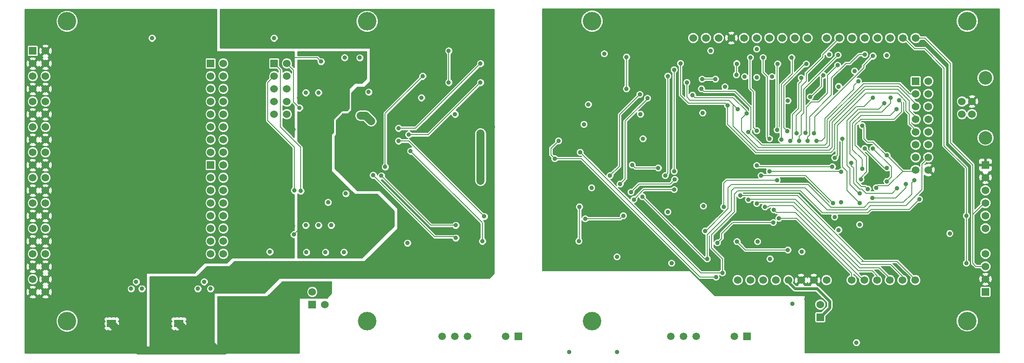
<source format=gbl>
G04 (created by PCBNEW-RS274X (2012-apr-16-27)-stable) date Sat 21 Dec 2013 03:19:58 PM CET*
G01*
G70*
G90*
%MOIN*%
G04 Gerber Fmt 3.4, Leading zero omitted, Abs format*
%FSLAX34Y34*%
G04 APERTURE LIST*
%ADD10C,0.008000*%
%ADD11R,0.059100X0.059100*%
%ADD12C,0.059100*%
%ADD13R,0.060000X0.060000*%
%ADD14C,0.060000*%
%ADD15R,0.031500X0.061800*%
%ADD16R,0.027800X0.031500*%
%ADD17R,0.027600X0.031500*%
%ADD18C,0.106300*%
%ADD19C,0.145700*%
%ADD20C,0.035000*%
%ADD21C,0.064000*%
%ADD22C,0.024000*%
%ADD23C,0.012000*%
%ADD24C,0.006000*%
%ADD25C,0.010000*%
G04 APERTURE END LIST*
G54D10*
G54D11*
X72250Y-45500D03*
G54D12*
X71250Y-45500D03*
X68250Y-45500D03*
X67250Y-45500D03*
X66250Y-45500D03*
G54D13*
X35000Y-24000D03*
G54D14*
X36000Y-24000D03*
X35000Y-25000D03*
X36000Y-25000D03*
X35000Y-26000D03*
X36000Y-26000D03*
X35000Y-27000D03*
X36000Y-27000D03*
X35000Y-28000D03*
X36000Y-28000D03*
X71490Y-41080D03*
X72490Y-41080D03*
X73490Y-41080D03*
X74490Y-41080D03*
X75490Y-41080D03*
X76490Y-41080D03*
X77490Y-41080D03*
X78490Y-41080D03*
X80480Y-41080D03*
X81480Y-41080D03*
X82480Y-41080D03*
X83480Y-41080D03*
X84480Y-41080D03*
X85480Y-41080D03*
X85510Y-30400D03*
X85510Y-31400D03*
X85510Y-32400D03*
X86510Y-32400D03*
X86510Y-31400D03*
X86510Y-30400D03*
X85510Y-22000D03*
X84510Y-22000D03*
X83510Y-22000D03*
X82510Y-22000D03*
X81510Y-22000D03*
X80510Y-22000D03*
X79510Y-22000D03*
X78510Y-22000D03*
X77000Y-22000D03*
X76000Y-22000D03*
X75000Y-22000D03*
X74000Y-22000D03*
X73000Y-22000D03*
X72000Y-22000D03*
X71000Y-22000D03*
X70000Y-22000D03*
X69000Y-22000D03*
X68000Y-22000D03*
G54D15*
X27500Y-44500D03*
G54D16*
X27736Y-44653D03*
G54D17*
X27736Y-44347D03*
X27264Y-44653D03*
X27264Y-44347D03*
G54D15*
X22213Y-44500D03*
G54D16*
X22449Y-44653D03*
G54D17*
X22449Y-44347D03*
X21977Y-44653D03*
X21977Y-44347D03*
G54D13*
X16000Y-23000D03*
G54D14*
X17000Y-23000D03*
X16000Y-28000D03*
X17000Y-24000D03*
X16000Y-29000D03*
X17000Y-25000D03*
X16000Y-30000D03*
X17000Y-26000D03*
X16000Y-31000D03*
X17000Y-27000D03*
X16000Y-32000D03*
X17000Y-28000D03*
X16000Y-33000D03*
X17000Y-29000D03*
X16000Y-34000D03*
X17000Y-30000D03*
X16000Y-35000D03*
X17000Y-31000D03*
X16000Y-36000D03*
X17000Y-32000D03*
X16000Y-37000D03*
X17000Y-33000D03*
X16000Y-38000D03*
X17000Y-34000D03*
X17000Y-35000D03*
X16000Y-39000D03*
X17000Y-36000D03*
X17000Y-38000D03*
X17000Y-39000D03*
X17000Y-40000D03*
X17000Y-41000D03*
X16000Y-40000D03*
X16000Y-41000D03*
X16000Y-24000D03*
X16000Y-25000D03*
X16000Y-26000D03*
X16000Y-27000D03*
X16000Y-42000D03*
X17000Y-42000D03*
X17000Y-37000D03*
G54D13*
X91000Y-42000D03*
G54D14*
X91000Y-41000D03*
X91000Y-40000D03*
X91000Y-39000D03*
G54D13*
X91000Y-32000D03*
G54D14*
X91000Y-33000D03*
X91000Y-34000D03*
X91000Y-35000D03*
X91000Y-36000D03*
X91000Y-37000D03*
G54D11*
X54250Y-45500D03*
G54D12*
X53250Y-45500D03*
X50250Y-45500D03*
X49250Y-45500D03*
X48250Y-45500D03*
G54D13*
X78000Y-44000D03*
G54D14*
X78000Y-43000D03*
G54D13*
X38000Y-43000D03*
G54D14*
X38000Y-42000D03*
X39000Y-43000D03*
X39000Y-42000D03*
X89150Y-27000D03*
X89150Y-28000D03*
X89937Y-28000D03*
X89937Y-27000D03*
G54D18*
X91000Y-25138D03*
X91000Y-29862D03*
G54D13*
X30000Y-32000D03*
G54D14*
X31000Y-32000D03*
X30000Y-33000D03*
X31000Y-33000D03*
X30000Y-34000D03*
X31000Y-34000D03*
X30000Y-35000D03*
X31000Y-35000D03*
X30000Y-36000D03*
X31000Y-36000D03*
X30000Y-37000D03*
X31000Y-37000D03*
X30000Y-38000D03*
X31000Y-38000D03*
X30000Y-39000D03*
X31000Y-39000D03*
G54D13*
X30000Y-24000D03*
G54D14*
X31000Y-24000D03*
X30000Y-25000D03*
X31000Y-25000D03*
X30000Y-26000D03*
X31000Y-26000D03*
X30000Y-27000D03*
X31000Y-27000D03*
X30000Y-28000D03*
X31000Y-28000D03*
X30000Y-29000D03*
X31000Y-29000D03*
X30000Y-30000D03*
X31000Y-30000D03*
X30000Y-31000D03*
X31000Y-31000D03*
G54D13*
X85510Y-25400D03*
G54D14*
X86510Y-25400D03*
X85510Y-26400D03*
X86510Y-26400D03*
X85510Y-27400D03*
X86510Y-27400D03*
X85510Y-28400D03*
X86510Y-28400D03*
X85510Y-29400D03*
X86510Y-29400D03*
G54D19*
X18701Y-20669D03*
X18701Y-44291D03*
X89567Y-20669D03*
X89567Y-44291D03*
X60039Y-44291D03*
X60039Y-20669D03*
X42323Y-44291D03*
X42323Y-20669D03*
G54D20*
X59400Y-28800D03*
X80850Y-46000D03*
X62000Y-39250D03*
X78700Y-23300D03*
X84050Y-33850D03*
X63850Y-28000D03*
X61000Y-23250D03*
X88189Y-37402D03*
X60000Y-33800D03*
X73000Y-22880D03*
X69380Y-23000D03*
X64050Y-29950D03*
X59750Y-27250D03*
X80450Y-31850D03*
X66300Y-39750D03*
X83225Y-23375D03*
X42650Y-28550D03*
X41800Y-28100D03*
X36575Y-37480D03*
X38785Y-27725D03*
X37402Y-37953D03*
X36969Y-26713D03*
X35000Y-22000D03*
X30000Y-41750D03*
X49250Y-28000D03*
X29000Y-41750D03*
X45500Y-38150D03*
X42450Y-26250D03*
X29500Y-41200D03*
X46600Y-26700D03*
X24150Y-41200D03*
X25400Y-22000D03*
X40551Y-23543D03*
X34665Y-38839D03*
X23750Y-41750D03*
X24600Y-41750D03*
X63200Y-32000D03*
X65250Y-32250D03*
X66500Y-24500D03*
X66500Y-32500D03*
X63800Y-26450D03*
X59000Y-38000D03*
X68650Y-26000D03*
X72350Y-29400D03*
X61450Y-32850D03*
X59050Y-35300D03*
X45750Y-30900D03*
X51400Y-38000D03*
X67950Y-26500D03*
X64400Y-26750D03*
X62500Y-36000D03*
X62250Y-33500D03*
X72200Y-27950D03*
X59500Y-36250D03*
X51550Y-36050D03*
X44800Y-30100D03*
X67500Y-25500D03*
X71500Y-27600D03*
X51250Y-25500D03*
X45600Y-29600D03*
X62750Y-23500D03*
X70700Y-27300D03*
X62750Y-26000D03*
X67000Y-24000D03*
X51250Y-24000D03*
X44800Y-29100D03*
X65800Y-32850D03*
X66000Y-25000D03*
X43750Y-32150D03*
X46700Y-25000D03*
X57100Y-31500D03*
X69800Y-40850D03*
X57400Y-30100D03*
X66500Y-33950D03*
X63325Y-34725D03*
X42800Y-32800D03*
X49300Y-37750D03*
X63100Y-34150D03*
X66550Y-33150D03*
X49300Y-36750D03*
X43450Y-32850D03*
X82400Y-33800D03*
X81300Y-28900D03*
X83250Y-31250D03*
X83250Y-32250D03*
X81500Y-30700D03*
X82150Y-30700D03*
X83250Y-33300D03*
X84200Y-26900D03*
X81200Y-33150D03*
X81300Y-32300D03*
X84000Y-27600D03*
X84750Y-33500D03*
X82100Y-34600D03*
X81750Y-33900D03*
X83550Y-26700D03*
X83050Y-27150D03*
X81100Y-34250D03*
X74750Y-36200D03*
X73350Y-32850D03*
X79000Y-35000D03*
X68700Y-25250D03*
X69750Y-25250D03*
X73000Y-35050D03*
X73650Y-35300D03*
X74350Y-35550D03*
X85400Y-33200D03*
X68950Y-37200D03*
X64000Y-34500D03*
X69100Y-39400D03*
X85800Y-34700D03*
X59100Y-31000D03*
X70300Y-40500D03*
X74650Y-24050D03*
X70400Y-35300D03*
X74600Y-29250D03*
X74600Y-33200D03*
X76840Y-29480D03*
X71450Y-38050D03*
X75450Y-38700D03*
X79370Y-24150D03*
X71700Y-34400D03*
X72350Y-34750D03*
X82150Y-26700D03*
X79150Y-31450D03*
X89500Y-39750D03*
X77700Y-30100D03*
X81000Y-25400D03*
X89500Y-36000D03*
X82150Y-23420D03*
X77500Y-29500D03*
X71400Y-24900D03*
X71425Y-24025D03*
X69900Y-38150D03*
X74300Y-36550D03*
X74950Y-30000D03*
X75750Y-23550D03*
X75400Y-29350D03*
X76900Y-24050D03*
X75650Y-30100D03*
X76500Y-25150D03*
X76150Y-29500D03*
X79400Y-23350D03*
X76350Y-30100D03*
X76550Y-38850D03*
X81500Y-23300D03*
X77010Y-30110D03*
X79650Y-32550D03*
X73500Y-23550D03*
X74000Y-32500D03*
X74000Y-29950D03*
X78950Y-32150D03*
X72500Y-23550D03*
X73000Y-29300D03*
X73000Y-32050D03*
X37100Y-34050D03*
X36600Y-34000D03*
X74200Y-25050D03*
X79450Y-25825D03*
X66000Y-35700D03*
X74050Y-39400D03*
X70500Y-25850D03*
X80700Y-24600D03*
X81100Y-36700D03*
X79650Y-34950D03*
X73000Y-25100D03*
X79125Y-36100D03*
X79450Y-37125D03*
X68800Y-35250D03*
X72050Y-25050D03*
X68750Y-27900D03*
X73075Y-38050D03*
X75450Y-26950D03*
X81100Y-35000D03*
X79750Y-29950D03*
X77200Y-26650D03*
X78250Y-24950D03*
X28500Y-36000D03*
X23250Y-33000D03*
X37550Y-38875D03*
X28500Y-25000D03*
X28550Y-40000D03*
X23250Y-31000D03*
X38500Y-36750D03*
X39050Y-38875D03*
X23250Y-34000D03*
X51500Y-22500D03*
X52000Y-39500D03*
X37500Y-36750D03*
X28500Y-29000D03*
X34400Y-23550D03*
X28500Y-32000D03*
X42150Y-33400D03*
X23250Y-37000D03*
X42670Y-26990D03*
X42650Y-27700D03*
X44600Y-31200D03*
X35000Y-21000D03*
X28500Y-38000D03*
X47250Y-38150D03*
X40500Y-38875D03*
X28500Y-34000D03*
X52000Y-35250D03*
X23250Y-27000D03*
X23250Y-29000D03*
X23250Y-28000D03*
X28500Y-30000D03*
X28500Y-37000D03*
X49750Y-33000D03*
X50000Y-27750D03*
X28500Y-31000D03*
X23250Y-36000D03*
X23250Y-26000D03*
X51500Y-28500D03*
X52250Y-29000D03*
X37500Y-21000D03*
X48000Y-26000D03*
X28500Y-39000D03*
X23250Y-30000D03*
X36500Y-36800D03*
X28500Y-27000D03*
X39252Y-34941D03*
X23250Y-35000D03*
X23250Y-25000D03*
X28500Y-24000D03*
X28500Y-35000D03*
X32050Y-44250D03*
X40650Y-34250D03*
X41700Y-26300D03*
X23250Y-38000D03*
X23250Y-32000D03*
X38500Y-26300D03*
X39500Y-36750D03*
X28000Y-21000D03*
X28500Y-26000D03*
X28500Y-28000D03*
X25400Y-21000D03*
X23250Y-24000D03*
X23250Y-39000D03*
X36550Y-29200D03*
X41750Y-23550D03*
X28500Y-33000D03*
X37500Y-26300D03*
X38700Y-23850D03*
X23250Y-40000D03*
X70750Y-23400D03*
X77800Y-45350D03*
X57000Y-38500D03*
X77400Y-25850D03*
X72025Y-25675D03*
X57000Y-35500D03*
X81800Y-29850D03*
X75200Y-39750D03*
X66850Y-28350D03*
X88100Y-39700D03*
X72850Y-39750D03*
X80950Y-23900D03*
X72825Y-25800D03*
X75950Y-27450D03*
X77350Y-42280D03*
X85050Y-35900D03*
X66750Y-36600D03*
X75800Y-42950D03*
X87250Y-42500D03*
X56950Y-23000D03*
X77450Y-23450D03*
X68500Y-29350D03*
X81100Y-29900D03*
X78250Y-26200D03*
X71175Y-25675D03*
X56800Y-29500D03*
X76900Y-42560D03*
X56900Y-26000D03*
X86100Y-23550D03*
X66700Y-35600D03*
X75800Y-25550D03*
X84250Y-45750D03*
X68900Y-36150D03*
X71800Y-35500D03*
X76775Y-33225D03*
X80330Y-23370D03*
X65550Y-36750D03*
X83250Y-32750D03*
X74250Y-23500D03*
X82500Y-35850D03*
X56900Y-33400D03*
X73150Y-27800D03*
X66850Y-30150D03*
X66850Y-27250D03*
X63900Y-28700D03*
X74250Y-25800D03*
X64100Y-31000D03*
X71750Y-23350D03*
X57700Y-29300D03*
X81350Y-36100D03*
X51250Y-29500D03*
X51250Y-33250D03*
X48750Y-23000D03*
X48750Y-25500D03*
X37000Y-27500D03*
X62000Y-46750D03*
X58250Y-46750D03*
G54D10*
X80450Y-31850D02*
X80450Y-32075D01*
X81600Y-34225D02*
X83675Y-34225D01*
X81275Y-33900D02*
X81600Y-34225D01*
X83675Y-34225D02*
X84050Y-33850D01*
X80625Y-32250D02*
X80625Y-33425D01*
X81100Y-33900D02*
X81275Y-33900D01*
X80450Y-32075D02*
X80625Y-32250D01*
X80625Y-33425D02*
X81100Y-33900D01*
G54D21*
X41800Y-28100D02*
X42200Y-28100D01*
X42200Y-28100D02*
X42650Y-28550D01*
G54D22*
X78750Y-42750D02*
X78750Y-43250D01*
X77750Y-41750D02*
X78750Y-42750D01*
X76000Y-41750D02*
X77750Y-41750D01*
X78750Y-43250D02*
X78000Y-44000D01*
X75490Y-41240D02*
X76000Y-41750D01*
X75490Y-41080D02*
X75490Y-41240D01*
G54D10*
X37402Y-37323D02*
X37402Y-37953D01*
X38785Y-35940D02*
X37402Y-37323D01*
X36969Y-26713D02*
X37598Y-27342D01*
X37067Y-36988D02*
X36575Y-37480D01*
X37598Y-27342D02*
X37598Y-35650D01*
X37598Y-35650D02*
X37067Y-36181D01*
X37067Y-36181D02*
X37067Y-36988D01*
X38785Y-27725D02*
X38785Y-35940D01*
X63450Y-32250D02*
X63200Y-32000D01*
X65250Y-32250D02*
X63450Y-32250D01*
X66500Y-24500D02*
X66500Y-32500D01*
X84250Y-25600D02*
X81400Y-25600D01*
X78550Y-30268D02*
X78368Y-30450D01*
X72550Y-27482D02*
X72550Y-29200D01*
X62200Y-32100D02*
X62200Y-28050D01*
X72350Y-29400D02*
X73400Y-30450D01*
X78550Y-28450D02*
X78550Y-30268D01*
X71268Y-26200D02*
X72550Y-27482D01*
X73500Y-30450D02*
X76500Y-30450D01*
X61450Y-32850D02*
X62200Y-32100D01*
X81400Y-25600D02*
X78550Y-28450D01*
X62200Y-28050D02*
X63800Y-26450D01*
X68650Y-26000D02*
X68850Y-26200D01*
X59050Y-37950D02*
X59050Y-35300D01*
X68850Y-26200D02*
X71200Y-26200D01*
X72550Y-29200D02*
X72350Y-29400D01*
X73400Y-30450D02*
X73500Y-30450D01*
X59000Y-38000D02*
X59050Y-37950D01*
X78368Y-30450D02*
X76500Y-30450D01*
X84250Y-25600D02*
X85050Y-26400D01*
X85050Y-26400D02*
X84900Y-26250D01*
X85510Y-26400D02*
X85050Y-26400D01*
X71200Y-26200D02*
X71268Y-26200D01*
X51400Y-38000D02*
X51400Y-36550D01*
X45750Y-30900D02*
X51400Y-36550D01*
X78750Y-28550D02*
X78750Y-30450D01*
X81500Y-25800D02*
X78800Y-28500D01*
X84700Y-26350D02*
X84300Y-25950D01*
X78750Y-30450D02*
X78550Y-30650D01*
X62250Y-33500D02*
X62650Y-33100D01*
X84300Y-25950D02*
X84150Y-25800D01*
X72200Y-27750D02*
X72200Y-27950D01*
X78800Y-28500D02*
X78750Y-28550D01*
X81500Y-25800D02*
X84150Y-25800D01*
X71800Y-28350D02*
X72200Y-27950D01*
X76600Y-30650D02*
X73150Y-30650D01*
X62650Y-33100D02*
X62650Y-28550D01*
X85510Y-27160D02*
X84700Y-26350D01*
X62650Y-28550D02*
X64400Y-26800D01*
X68750Y-26700D02*
X68700Y-26700D01*
X67950Y-26500D02*
X68150Y-26700D01*
X73150Y-30650D02*
X71800Y-29300D01*
X64400Y-26800D02*
X64400Y-26750D01*
X78550Y-30650D02*
X76600Y-30650D01*
X71800Y-29300D02*
X71800Y-28350D01*
X62500Y-36000D02*
X62250Y-36250D01*
X85510Y-27400D02*
X85510Y-27160D01*
X71150Y-26700D02*
X72200Y-27750D01*
X68750Y-26700D02*
X71150Y-26700D01*
X62250Y-36250D02*
X59500Y-36250D01*
X68150Y-26700D02*
X68750Y-26700D01*
X51550Y-36050D02*
X45600Y-30100D01*
X45600Y-30100D02*
X44800Y-30100D01*
X67750Y-26900D02*
X67500Y-26650D01*
X68450Y-26900D02*
X68750Y-26900D01*
X85510Y-28210D02*
X85000Y-27700D01*
X70800Y-26900D02*
X68750Y-26900D01*
X73050Y-30850D02*
X71150Y-28950D01*
X85510Y-28210D02*
X85510Y-28400D01*
X68400Y-26900D02*
X68450Y-26900D01*
X76750Y-30850D02*
X73050Y-30850D01*
X78950Y-28650D02*
X81550Y-26050D01*
X68450Y-26900D02*
X67750Y-26900D01*
X71150Y-27250D02*
X70800Y-26900D01*
X84100Y-26050D02*
X81550Y-26050D01*
X85000Y-26950D02*
X84500Y-26450D01*
X85000Y-27700D02*
X85000Y-26950D01*
X76750Y-30850D02*
X78700Y-30850D01*
X71150Y-27300D02*
X71150Y-28950D01*
X78950Y-30600D02*
X78950Y-28650D01*
X71150Y-27250D02*
X71500Y-27600D01*
X71150Y-27300D02*
X71150Y-27250D01*
X84500Y-26450D02*
X84100Y-26050D01*
X67500Y-26650D02*
X67500Y-25500D01*
X68750Y-26900D02*
X68700Y-26900D01*
X78700Y-30850D02*
X78950Y-30600D01*
X51250Y-25500D02*
X47150Y-29600D01*
X45600Y-29600D02*
X47150Y-29600D01*
X76900Y-31050D02*
X78818Y-31050D01*
X79150Y-28800D02*
X81600Y-26350D01*
X67650Y-27150D02*
X67000Y-26500D01*
X70700Y-27300D02*
X70550Y-27150D01*
X70550Y-27150D02*
X68700Y-27150D01*
X72950Y-31050D02*
X70700Y-28800D01*
X84300Y-26550D02*
X84100Y-26350D01*
X84100Y-26350D02*
X81600Y-26350D01*
X70700Y-27300D02*
X70700Y-28800D01*
X85510Y-29260D02*
X85000Y-28750D01*
X78818Y-31050D02*
X79150Y-30718D01*
X85000Y-28000D02*
X84750Y-27750D01*
X67000Y-24000D02*
X67000Y-26500D01*
X62750Y-26000D02*
X62750Y-23500D01*
X84750Y-27000D02*
X84300Y-26550D01*
X84750Y-27750D02*
X84750Y-27000D01*
X85000Y-28750D02*
X85000Y-28000D01*
X85510Y-29260D02*
X85510Y-29400D01*
X68700Y-27150D02*
X67650Y-27150D01*
X79150Y-30718D02*
X79150Y-28800D01*
X76900Y-31050D02*
X72950Y-31050D01*
X46150Y-29100D02*
X44800Y-29100D01*
X51250Y-24000D02*
X46150Y-29100D01*
X65800Y-32850D02*
X66000Y-32650D01*
X66000Y-32650D02*
X66000Y-25000D01*
X46700Y-25000D02*
X43750Y-27950D01*
X43750Y-27950D02*
X43750Y-32150D01*
X56800Y-31200D02*
X56800Y-30700D01*
X59200Y-31500D02*
X66850Y-39150D01*
X56800Y-30700D02*
X57400Y-30100D01*
X57100Y-31500D02*
X59200Y-31500D01*
X66850Y-39150D02*
X68550Y-40850D01*
X68550Y-40850D02*
X69800Y-40850D01*
X57100Y-31500D02*
X56800Y-31200D01*
X64100Y-33950D02*
X66500Y-33950D01*
X63325Y-34725D02*
X64100Y-33950D01*
X49200Y-37650D02*
X47650Y-37650D01*
X47650Y-37650D02*
X42800Y-32800D01*
X49300Y-37750D02*
X49200Y-37650D01*
X63750Y-33500D02*
X66200Y-33500D01*
X66550Y-33150D02*
X66200Y-33500D01*
X63100Y-34150D02*
X63750Y-33500D01*
X43450Y-32850D02*
X47350Y-36750D01*
X47350Y-36750D02*
X49300Y-36750D01*
X85410Y-32500D02*
X85510Y-32400D01*
X82150Y-30200D02*
X81700Y-30200D01*
X81700Y-30200D02*
X81450Y-29950D01*
X84500Y-32500D02*
X83350Y-33650D01*
X81450Y-29800D02*
X81450Y-29050D01*
X83250Y-31250D02*
X84500Y-32500D01*
X82400Y-33800D02*
X82550Y-33650D01*
X83250Y-31250D02*
X83200Y-31250D01*
X82550Y-33650D02*
X83350Y-33650D01*
X84500Y-32500D02*
X85410Y-32500D01*
X81450Y-29950D02*
X81450Y-29800D01*
X81300Y-28900D02*
X81450Y-29050D01*
X83200Y-31250D02*
X82150Y-30200D01*
X83050Y-32250D02*
X83250Y-32250D01*
X81500Y-30700D02*
X83050Y-32250D01*
X83100Y-32250D02*
X83250Y-32250D01*
X83100Y-32250D02*
X83250Y-32250D01*
X82150Y-30700D02*
X83600Y-32150D01*
X83600Y-32150D02*
X83600Y-32950D01*
X83600Y-32950D02*
X83250Y-33300D01*
X80750Y-30450D02*
X81650Y-31350D01*
X80750Y-28850D02*
X80750Y-30450D01*
X84400Y-27800D02*
X83800Y-28400D01*
X81650Y-31350D02*
X81650Y-32550D01*
X84200Y-26900D02*
X84400Y-27100D01*
X81200Y-28400D02*
X80750Y-28850D01*
X84400Y-27100D02*
X84400Y-27800D01*
X83800Y-28400D02*
X81200Y-28400D01*
X81200Y-33000D02*
X81200Y-33150D01*
X81650Y-32550D02*
X81200Y-33000D01*
X84000Y-27600D02*
X83500Y-28100D01*
X80550Y-30800D02*
X81300Y-31550D01*
X81300Y-31550D02*
X81300Y-32300D01*
X81200Y-28100D02*
X80550Y-28750D01*
X83500Y-28100D02*
X81200Y-28100D01*
X80550Y-30800D02*
X80550Y-28750D01*
X82100Y-34600D02*
X83950Y-34600D01*
X84750Y-33800D02*
X84750Y-33500D01*
X83950Y-34600D02*
X84750Y-33800D01*
X81100Y-27850D02*
X82850Y-27850D01*
X80850Y-33300D02*
X80850Y-33250D01*
X80850Y-31650D02*
X80850Y-33250D01*
X81250Y-33700D02*
X80850Y-33300D01*
X80350Y-31150D02*
X80850Y-31650D01*
X82850Y-27850D02*
X83550Y-27150D01*
X81550Y-33700D02*
X81250Y-33700D01*
X80350Y-28600D02*
X80350Y-31150D01*
X83550Y-27150D02*
X83550Y-26700D01*
X81750Y-33900D02*
X81550Y-33700D01*
X81100Y-27850D02*
X80350Y-28600D01*
X83050Y-27150D02*
X82600Y-27600D01*
X80325Y-32275D02*
X80100Y-32050D01*
X82600Y-27600D02*
X81000Y-27600D01*
X81050Y-34250D02*
X80325Y-33525D01*
X80325Y-33525D02*
X80325Y-32275D01*
X80100Y-28500D02*
X80100Y-32050D01*
X81000Y-27600D02*
X80100Y-28500D01*
X81100Y-34250D02*
X81050Y-34250D01*
X74750Y-36200D02*
X76150Y-36200D01*
X76150Y-36200D02*
X80480Y-40530D01*
X80480Y-40530D02*
X80480Y-41080D01*
X76850Y-32850D02*
X79000Y-35000D01*
X73350Y-32850D02*
X76850Y-32850D01*
X69750Y-25250D02*
X68700Y-25250D01*
X83480Y-40930D02*
X83480Y-41080D01*
X73100Y-34950D02*
X75950Y-34950D01*
X83480Y-40930D02*
X82650Y-40100D01*
X77000Y-36000D02*
X81100Y-40100D01*
X75950Y-34950D02*
X77000Y-36000D01*
X77000Y-36000D02*
X77000Y-36000D01*
X73000Y-35050D02*
X73100Y-34950D01*
X82650Y-40100D02*
X81100Y-40100D01*
X75850Y-35200D02*
X76800Y-36150D01*
X76800Y-36150D02*
X81000Y-40350D01*
X82480Y-40730D02*
X82100Y-40350D01*
X74000Y-35200D02*
X75850Y-35200D01*
X73650Y-35300D02*
X73900Y-35300D01*
X73900Y-35300D02*
X74000Y-35200D01*
X82100Y-40350D02*
X81000Y-40350D01*
X82480Y-41080D02*
X82480Y-40730D01*
X81380Y-41080D02*
X81480Y-41080D01*
X74350Y-35550D02*
X74550Y-35750D01*
X81480Y-41080D02*
X81380Y-41080D01*
X81480Y-41080D02*
X81430Y-41080D01*
X74550Y-35750D02*
X76050Y-35750D01*
X76050Y-35750D02*
X81380Y-41080D01*
X85200Y-33400D02*
X85200Y-34300D01*
X78825Y-35325D02*
X81475Y-35325D01*
X85200Y-34300D02*
X84550Y-34950D01*
X81850Y-34950D02*
X81475Y-35325D01*
X71000Y-33550D02*
X77050Y-33550D01*
X77050Y-33550D02*
X78600Y-35100D01*
X68950Y-37200D02*
X69000Y-37200D01*
X69000Y-37200D02*
X70750Y-35450D01*
X70750Y-35450D02*
X70750Y-33800D01*
X78600Y-35100D02*
X78825Y-35325D01*
X84550Y-34950D02*
X81850Y-34950D01*
X85400Y-33200D02*
X85200Y-33400D01*
X70750Y-33800D02*
X71000Y-33550D01*
X76800Y-33800D02*
X78300Y-35300D01*
X86510Y-31400D02*
X86510Y-31440D01*
X78525Y-35525D02*
X81625Y-35525D01*
X84750Y-35200D02*
X81950Y-35200D01*
X69100Y-37500D02*
X69100Y-39400D01*
X86000Y-31950D02*
X86000Y-33950D01*
X71000Y-35600D02*
X71000Y-34050D01*
X71250Y-33800D02*
X76800Y-33800D01*
X68900Y-39400D02*
X69100Y-39400D01*
X78300Y-35300D02*
X78300Y-35300D01*
X81625Y-35525D02*
X81950Y-35200D01*
X78525Y-35525D02*
X78300Y-35300D01*
X64000Y-34500D02*
X68900Y-39400D01*
X86510Y-31440D02*
X86000Y-31950D01*
X86000Y-33950D02*
X84750Y-35200D01*
X71000Y-35600D02*
X69100Y-37500D01*
X71000Y-34050D02*
X71250Y-33800D01*
X71050Y-35900D02*
X71250Y-35700D01*
X59100Y-31000D02*
X68600Y-40500D01*
X78000Y-35600D02*
X78000Y-35600D01*
X78175Y-35775D02*
X81725Y-35775D01*
X71250Y-35700D02*
X71250Y-34300D01*
X85000Y-35500D02*
X82000Y-35500D01*
X70300Y-39400D02*
X70300Y-40500D01*
X71050Y-35900D02*
X70300Y-36650D01*
X85800Y-34700D02*
X85000Y-35500D01*
X71250Y-34300D02*
X71500Y-34050D01*
X71500Y-34050D02*
X76450Y-34050D01*
X78000Y-35600D02*
X76450Y-34050D01*
X69450Y-37500D02*
X69450Y-38550D01*
X68600Y-40500D02*
X70300Y-40500D01*
X69450Y-38550D02*
X70300Y-39400D01*
X78000Y-35600D02*
X78175Y-35775D01*
X82000Y-35500D02*
X81725Y-35775D01*
X70300Y-36650D02*
X69450Y-37500D01*
X74600Y-24100D02*
X74600Y-29250D01*
X74650Y-24050D02*
X74600Y-24100D01*
X70650Y-33200D02*
X70400Y-33450D01*
X70400Y-33450D02*
X70400Y-35300D01*
X74600Y-33200D02*
X70650Y-33200D01*
X77310Y-27050D02*
X76890Y-27470D01*
X78580Y-24940D02*
X78580Y-26350D01*
X79370Y-24150D02*
X78580Y-24940D01*
X76890Y-27470D02*
X76890Y-29430D01*
X71450Y-38050D02*
X72100Y-38700D01*
X72100Y-38700D02*
X75450Y-38700D01*
X78580Y-26350D02*
X77880Y-27050D01*
X77880Y-27050D02*
X77310Y-27050D01*
X76890Y-29430D02*
X76840Y-29480D01*
X81400Y-39600D02*
X81250Y-39600D01*
X85480Y-41030D02*
X85480Y-41080D01*
X85480Y-41030D02*
X84050Y-39600D01*
X79250Y-37450D02*
X77550Y-35750D01*
X77550Y-35750D02*
X77550Y-35750D01*
X81400Y-39600D02*
X79250Y-37450D01*
X76200Y-34400D02*
X71700Y-34400D01*
X84050Y-39600D02*
X81400Y-39600D01*
X77550Y-35750D02*
X76200Y-34400D01*
X77250Y-35900D02*
X77250Y-35900D01*
X84480Y-40780D02*
X83550Y-39850D01*
X76050Y-34700D02*
X77250Y-35900D01*
X72400Y-34700D02*
X76050Y-34700D01*
X77250Y-35900D02*
X81200Y-39850D01*
X84480Y-40780D02*
X84480Y-41080D01*
X83550Y-39850D02*
X81200Y-39850D01*
X72350Y-34750D02*
X72400Y-34700D01*
X90000Y-33200D02*
X90000Y-35050D01*
X88250Y-30250D02*
X88250Y-24000D01*
X91000Y-35000D02*
X90900Y-35000D01*
X90000Y-39750D02*
X90000Y-36050D01*
X90000Y-35900D02*
X90000Y-35050D01*
X79350Y-31250D02*
X79350Y-28900D01*
X90000Y-36050D02*
X90000Y-35900D01*
X90900Y-35000D02*
X90000Y-35900D01*
X90000Y-33250D02*
X90000Y-33200D01*
X88250Y-24000D02*
X86250Y-22000D01*
X90000Y-32000D02*
X88250Y-30250D01*
X81450Y-27400D02*
X82150Y-26700D01*
X86250Y-22000D02*
X85510Y-22000D01*
X90000Y-33200D02*
X90000Y-32000D01*
X90250Y-40000D02*
X90000Y-39750D01*
X79350Y-28900D02*
X80850Y-27400D01*
X91000Y-40000D02*
X90250Y-40000D01*
X80850Y-27400D02*
X81450Y-27400D01*
X79150Y-31450D02*
X79350Y-31250D01*
X90000Y-35050D02*
X90000Y-35000D01*
X89500Y-36000D02*
X89500Y-36100D01*
X80650Y-25750D02*
X80650Y-25950D01*
X78100Y-30100D02*
X78368Y-29832D01*
X85433Y-22835D02*
X86221Y-22835D01*
X84510Y-22000D02*
X84598Y-22000D01*
X87750Y-30500D02*
X89500Y-32250D01*
X78368Y-29832D02*
X78368Y-28332D01*
X89500Y-32250D02*
X89500Y-36000D01*
X84598Y-22000D02*
X85433Y-22835D01*
X78368Y-28332D02*
X80650Y-26050D01*
X77700Y-30100D02*
X78100Y-30100D01*
X81000Y-25400D02*
X80650Y-25750D01*
X89500Y-36100D02*
X89500Y-39750D01*
X87750Y-24364D02*
X87750Y-30500D01*
X80650Y-25950D02*
X80650Y-26000D01*
X80650Y-26050D02*
X80650Y-26000D01*
X86221Y-22835D02*
X87750Y-24364D01*
X77570Y-28200D02*
X77570Y-29430D01*
X77570Y-29430D02*
X77500Y-29500D01*
X81420Y-24350D02*
X77570Y-28200D01*
X81420Y-24150D02*
X81420Y-24350D01*
X82150Y-23420D02*
X81420Y-24150D01*
X71400Y-24900D02*
X71400Y-24050D01*
X71400Y-24050D02*
X71425Y-24025D01*
X70250Y-37400D02*
X71100Y-36550D01*
X69900Y-38150D02*
X70250Y-37800D01*
X70250Y-37800D02*
X70250Y-37400D01*
X71100Y-36550D02*
X74300Y-36550D01*
X74950Y-29300D02*
X74950Y-30000D01*
X75800Y-23600D02*
X75800Y-24800D01*
X75800Y-24800D02*
X74950Y-25650D01*
X74950Y-29300D02*
X74950Y-25650D01*
X74950Y-29300D02*
X74950Y-29300D01*
X75750Y-23550D02*
X75800Y-23600D01*
X76808Y-24050D02*
X75132Y-25726D01*
X75400Y-29350D02*
X75332Y-29282D01*
X75132Y-29082D02*
X75400Y-29350D01*
X76900Y-24050D02*
X76808Y-24050D01*
X75132Y-25726D02*
X75132Y-29082D01*
X75800Y-28050D02*
X76300Y-27550D01*
X75800Y-28050D02*
X75800Y-29050D01*
X76300Y-27550D02*
X76300Y-25600D01*
X75800Y-29050D02*
X75800Y-29350D01*
X75650Y-30100D02*
X75800Y-29950D01*
X75800Y-29850D02*
X75800Y-29950D01*
X75800Y-29350D02*
X75800Y-29850D01*
X76500Y-25400D02*
X76500Y-25150D01*
X76300Y-25600D02*
X76500Y-25400D01*
X76100Y-28100D02*
X76100Y-28800D01*
X78200Y-23310D02*
X79510Y-22000D01*
X76100Y-29450D02*
X76100Y-28800D01*
X76500Y-27700D02*
X76100Y-28100D01*
X76500Y-25800D02*
X76500Y-27700D01*
X78200Y-23500D02*
X76900Y-24800D01*
X76900Y-24800D02*
X76900Y-25400D01*
X76150Y-29500D02*
X76100Y-29450D01*
X78200Y-23500D02*
X78200Y-23310D01*
X76900Y-25400D02*
X76500Y-25800D01*
X76700Y-27900D02*
X76700Y-26050D01*
X76350Y-30100D02*
X76350Y-29750D01*
X76700Y-26050D02*
X79400Y-23350D01*
X76350Y-29750D02*
X76500Y-29600D01*
X76500Y-28100D02*
X76700Y-27900D01*
X76500Y-29600D02*
X76500Y-28100D01*
X81050Y-23300D02*
X81500Y-23300D01*
X77000Y-29800D02*
X77160Y-29640D01*
X80340Y-24000D02*
X80350Y-24000D01*
X77160Y-29640D02*
X77160Y-28200D01*
X78880Y-26480D02*
X78880Y-25140D01*
X77160Y-28200D02*
X78880Y-26480D01*
X80020Y-24000D02*
X80340Y-24000D01*
X80350Y-24000D02*
X81050Y-23300D01*
X77010Y-30110D02*
X77000Y-30100D01*
X77000Y-30100D02*
X77000Y-29800D01*
X78880Y-25140D02*
X80020Y-24000D01*
X73850Y-29800D02*
X74000Y-29950D01*
X73500Y-24700D02*
X73500Y-23550D01*
X73900Y-29850D02*
X74000Y-29950D01*
X73850Y-25050D02*
X73850Y-29800D01*
X73850Y-25050D02*
X73500Y-24700D01*
X79650Y-32550D02*
X79600Y-32500D01*
X79250Y-32500D02*
X74000Y-32500D01*
X79600Y-32500D02*
X79250Y-32500D01*
X72475Y-23575D02*
X72500Y-23550D01*
X72750Y-29050D02*
X72750Y-26250D01*
X72475Y-25975D02*
X72475Y-25650D01*
X73100Y-32150D02*
X73000Y-32050D01*
X72750Y-26250D02*
X72475Y-25975D01*
X72475Y-25650D02*
X72475Y-25625D01*
X78950Y-32150D02*
X73100Y-32150D01*
X72475Y-25650D02*
X72475Y-23575D01*
X73000Y-29300D02*
X72750Y-29050D01*
X37100Y-30600D02*
X35500Y-29000D01*
X35500Y-29000D02*
X35500Y-24500D01*
X35500Y-24500D02*
X35000Y-24000D01*
X37100Y-34050D02*
X37100Y-30600D01*
X36600Y-30600D02*
X34500Y-28500D01*
X34500Y-25500D02*
X35000Y-25000D01*
X34500Y-28500D02*
X34500Y-25500D01*
X36600Y-34000D02*
X36600Y-30600D01*
X80100Y-32500D02*
X80100Y-34000D01*
X80100Y-34000D02*
X81100Y-35000D01*
X79750Y-32150D02*
X80100Y-32500D01*
X79750Y-29950D02*
X79750Y-32150D01*
X77200Y-26650D02*
X77270Y-26650D01*
X77270Y-26650D02*
X78100Y-25820D01*
X78250Y-24950D02*
X78100Y-25100D01*
X78100Y-25100D02*
X78100Y-25820D01*
X37550Y-38875D02*
X37550Y-38900D01*
G54D21*
X31100Y-46600D02*
X24313Y-46600D01*
X24313Y-46600D02*
X22213Y-44500D01*
X30500Y-46600D02*
X31100Y-46600D01*
X28350Y-45350D02*
X29250Y-45350D01*
G54D10*
X40500Y-38875D02*
X40500Y-38900D01*
G54D21*
X27500Y-44500D02*
X28350Y-45350D01*
X29250Y-45350D02*
X30500Y-46600D01*
G54D23*
X52000Y-35250D02*
X52000Y-39500D01*
G54D10*
X39050Y-38875D02*
X39050Y-38900D01*
X38400Y-23550D02*
X34400Y-23550D01*
X38700Y-23850D02*
X38400Y-23550D01*
G54D21*
X31100Y-46600D02*
X32050Y-45650D01*
X32050Y-45650D02*
X32050Y-44250D01*
G54D10*
X66850Y-28350D02*
X66850Y-28300D01*
X56950Y-25950D02*
X56950Y-23000D01*
X57000Y-38500D02*
X57000Y-35500D01*
X56900Y-26000D02*
X56950Y-25950D01*
G54D21*
X51250Y-29500D02*
X51250Y-33250D01*
G54D10*
X51250Y-29500D02*
X51250Y-29750D01*
X48750Y-25500D02*
X48750Y-23000D01*
X37000Y-27500D02*
X36550Y-27050D01*
X36550Y-27050D02*
X36550Y-24550D01*
X36550Y-24550D02*
X36000Y-24000D01*
G36*
X70130Y-40241D02*
X70128Y-40242D01*
X70043Y-40327D01*
X70041Y-40330D01*
X68670Y-40330D01*
X63369Y-35029D01*
X63385Y-35029D01*
X63497Y-34983D01*
X63582Y-34898D01*
X63629Y-34786D01*
X63629Y-34665D01*
X63627Y-34662D01*
X63705Y-34584D01*
X63742Y-34672D01*
X63827Y-34757D01*
X63939Y-34804D01*
X64060Y-34804D01*
X64062Y-34802D01*
X68779Y-39520D01*
X68780Y-39520D01*
X68834Y-39557D01*
X68835Y-39557D01*
X68842Y-39572D01*
X68927Y-39657D01*
X69039Y-39704D01*
X69160Y-39704D01*
X69272Y-39658D01*
X69357Y-39573D01*
X69404Y-39461D01*
X69404Y-39340D01*
X69358Y-39228D01*
X69273Y-39143D01*
X69270Y-39141D01*
X69270Y-37570D01*
X69280Y-37560D01*
X69280Y-38550D01*
X69293Y-38615D01*
X69330Y-38670D01*
X70130Y-39470D01*
X70130Y-40241D01*
X70130Y-40241D01*
G37*
G54D24*
X70130Y-40241D02*
X70128Y-40242D01*
X70043Y-40327D01*
X70041Y-40330D01*
X68670Y-40330D01*
X63369Y-35029D01*
X63385Y-35029D01*
X63497Y-34983D01*
X63582Y-34898D01*
X63629Y-34786D01*
X63629Y-34665D01*
X63627Y-34662D01*
X63705Y-34584D01*
X63742Y-34672D01*
X63827Y-34757D01*
X63939Y-34804D01*
X64060Y-34804D01*
X64062Y-34802D01*
X68779Y-39520D01*
X68780Y-39520D01*
X68834Y-39557D01*
X68835Y-39557D01*
X68842Y-39572D01*
X68927Y-39657D01*
X69039Y-39704D01*
X69160Y-39704D01*
X69272Y-39658D01*
X69357Y-39573D01*
X69404Y-39461D01*
X69404Y-39340D01*
X69358Y-39228D01*
X69273Y-39143D01*
X69270Y-39141D01*
X69270Y-37570D01*
X69280Y-37560D01*
X69280Y-38550D01*
X69293Y-38615D01*
X69330Y-38670D01*
X70130Y-39470D01*
X70130Y-40241D01*
G54D10*
G36*
X74631Y-35920D02*
X74578Y-35942D01*
X74493Y-36027D01*
X74446Y-36139D01*
X74446Y-36260D01*
X74456Y-36286D01*
X74361Y-36246D01*
X74240Y-36246D01*
X74128Y-36292D01*
X74043Y-36377D01*
X74041Y-36380D01*
X71100Y-36380D01*
X71035Y-36393D01*
X70980Y-36430D01*
X70130Y-37280D01*
X70093Y-37335D01*
X70080Y-37400D01*
X70080Y-37729D01*
X69962Y-37846D01*
X69961Y-37846D01*
X69840Y-37846D01*
X69728Y-37892D01*
X69643Y-37977D01*
X69620Y-38031D01*
X69620Y-37570D01*
X70420Y-36770D01*
X71170Y-36021D01*
X71170Y-36020D01*
X71172Y-36017D01*
X71370Y-35821D01*
X71370Y-35820D01*
X71394Y-35784D01*
X71406Y-35766D01*
X71407Y-35765D01*
X71419Y-35701D01*
X71420Y-35700D01*
X71420Y-34518D01*
X71442Y-34572D01*
X71527Y-34657D01*
X71639Y-34704D01*
X71760Y-34704D01*
X71872Y-34658D01*
X71957Y-34573D01*
X71958Y-34570D01*
X72100Y-34570D01*
X72093Y-34577D01*
X72046Y-34689D01*
X72046Y-34810D01*
X72092Y-34922D01*
X72177Y-35007D01*
X72289Y-35054D01*
X72410Y-35054D01*
X72522Y-35008D01*
X72607Y-34923D01*
X72629Y-34870D01*
X72750Y-34870D01*
X72743Y-34877D01*
X72696Y-34989D01*
X72696Y-35110D01*
X72742Y-35222D01*
X72827Y-35307D01*
X72939Y-35354D01*
X73060Y-35354D01*
X73172Y-35308D01*
X73257Y-35223D01*
X73300Y-35120D01*
X73400Y-35120D01*
X73393Y-35127D01*
X73346Y-35239D01*
X73346Y-35360D01*
X73392Y-35472D01*
X73477Y-35557D01*
X73589Y-35604D01*
X73710Y-35604D01*
X73822Y-35558D01*
X73907Y-35473D01*
X73909Y-35468D01*
X73965Y-35457D01*
X74020Y-35420D01*
X74070Y-35370D01*
X74100Y-35370D01*
X74093Y-35377D01*
X74046Y-35489D01*
X74046Y-35610D01*
X74092Y-35722D01*
X74177Y-35807D01*
X74289Y-35854D01*
X74410Y-35854D01*
X74412Y-35853D01*
X74429Y-35870D01*
X74430Y-35870D01*
X74466Y-35894D01*
X74484Y-35906D01*
X74485Y-35907D01*
X74549Y-35919D01*
X74550Y-35920D01*
X74631Y-35920D01*
X74631Y-35920D01*
G37*
G54D24*
X74631Y-35920D02*
X74578Y-35942D01*
X74493Y-36027D01*
X74446Y-36139D01*
X74446Y-36260D01*
X74456Y-36286D01*
X74361Y-36246D01*
X74240Y-36246D01*
X74128Y-36292D01*
X74043Y-36377D01*
X74041Y-36380D01*
X71100Y-36380D01*
X71035Y-36393D01*
X70980Y-36430D01*
X70130Y-37280D01*
X70093Y-37335D01*
X70080Y-37400D01*
X70080Y-37729D01*
X69962Y-37846D01*
X69961Y-37846D01*
X69840Y-37846D01*
X69728Y-37892D01*
X69643Y-37977D01*
X69620Y-38031D01*
X69620Y-37570D01*
X70420Y-36770D01*
X71170Y-36021D01*
X71170Y-36020D01*
X71172Y-36017D01*
X71370Y-35821D01*
X71370Y-35820D01*
X71394Y-35784D01*
X71406Y-35766D01*
X71407Y-35765D01*
X71419Y-35701D01*
X71420Y-35700D01*
X71420Y-34518D01*
X71442Y-34572D01*
X71527Y-34657D01*
X71639Y-34704D01*
X71760Y-34704D01*
X71872Y-34658D01*
X71957Y-34573D01*
X71958Y-34570D01*
X72100Y-34570D01*
X72093Y-34577D01*
X72046Y-34689D01*
X72046Y-34810D01*
X72092Y-34922D01*
X72177Y-35007D01*
X72289Y-35054D01*
X72410Y-35054D01*
X72522Y-35008D01*
X72607Y-34923D01*
X72629Y-34870D01*
X72750Y-34870D01*
X72743Y-34877D01*
X72696Y-34989D01*
X72696Y-35110D01*
X72742Y-35222D01*
X72827Y-35307D01*
X72939Y-35354D01*
X73060Y-35354D01*
X73172Y-35308D01*
X73257Y-35223D01*
X73300Y-35120D01*
X73400Y-35120D01*
X73393Y-35127D01*
X73346Y-35239D01*
X73346Y-35360D01*
X73392Y-35472D01*
X73477Y-35557D01*
X73589Y-35604D01*
X73710Y-35604D01*
X73822Y-35558D01*
X73907Y-35473D01*
X73909Y-35468D01*
X73965Y-35457D01*
X74020Y-35420D01*
X74070Y-35370D01*
X74100Y-35370D01*
X74093Y-35377D01*
X74046Y-35489D01*
X74046Y-35610D01*
X74092Y-35722D01*
X74177Y-35807D01*
X74289Y-35854D01*
X74410Y-35854D01*
X74412Y-35853D01*
X74429Y-35870D01*
X74430Y-35870D01*
X74466Y-35894D01*
X74484Y-35906D01*
X74485Y-35907D01*
X74549Y-35919D01*
X74550Y-35920D01*
X74631Y-35920D01*
G54D10*
G36*
X77940Y-25050D02*
X77930Y-25100D01*
X77930Y-25749D01*
X77312Y-26367D01*
X77261Y-26346D01*
X77140Y-26346D01*
X77028Y-26392D01*
X76943Y-26477D01*
X76896Y-26589D01*
X76896Y-26710D01*
X76942Y-26822D01*
X77027Y-26907D01*
X77139Y-26954D01*
X77165Y-26954D01*
X76870Y-27249D01*
X76870Y-26120D01*
X77940Y-25050D01*
X77940Y-25050D01*
G37*
G54D24*
X77940Y-25050D02*
X77930Y-25100D01*
X77930Y-25749D01*
X77312Y-26367D01*
X77261Y-26346D01*
X77140Y-26346D01*
X77028Y-26392D01*
X76943Y-26477D01*
X76896Y-26589D01*
X76896Y-26710D01*
X76942Y-26822D01*
X77027Y-26907D01*
X77139Y-26954D01*
X77165Y-26954D01*
X76870Y-27249D01*
X76870Y-26120D01*
X77940Y-25050D01*
G54D10*
G36*
X78410Y-26279D02*
X77809Y-26880D01*
X77400Y-26880D01*
X77457Y-26823D01*
X77504Y-26711D01*
X77504Y-26656D01*
X78220Y-25941D01*
X78220Y-25940D01*
X78244Y-25904D01*
X78256Y-25886D01*
X78257Y-25885D01*
X78269Y-25821D01*
X78270Y-25820D01*
X78270Y-25254D01*
X78310Y-25254D01*
X78410Y-25212D01*
X78410Y-26279D01*
X78410Y-26279D01*
G37*
G54D24*
X78410Y-26279D02*
X77809Y-26880D01*
X77400Y-26880D01*
X77457Y-26823D01*
X77504Y-26711D01*
X77504Y-26656D01*
X78220Y-25941D01*
X78220Y-25940D01*
X78244Y-25904D01*
X78256Y-25886D01*
X78257Y-25885D01*
X78269Y-25821D01*
X78270Y-25820D01*
X78270Y-25254D01*
X78310Y-25254D01*
X78410Y-25212D01*
X78410Y-26279D01*
G54D10*
G36*
X78696Y-34956D02*
X77170Y-33430D01*
X77115Y-33393D01*
X77050Y-33380D01*
X74850Y-33380D01*
X74857Y-33373D01*
X74904Y-33261D01*
X74904Y-33140D01*
X74858Y-33028D01*
X74850Y-33020D01*
X76779Y-33020D01*
X78696Y-34937D01*
X78696Y-34939D01*
X78696Y-34956D01*
X78696Y-34956D01*
G37*
G54D24*
X78696Y-34956D02*
X77170Y-33430D01*
X77115Y-33393D01*
X77050Y-33380D01*
X74850Y-33380D01*
X74857Y-33373D01*
X74904Y-33261D01*
X74904Y-33140D01*
X74858Y-33028D01*
X74850Y-33020D01*
X76779Y-33020D01*
X78696Y-34937D01*
X78696Y-34939D01*
X78696Y-34956D01*
G54D10*
G36*
X82105Y-30396D02*
X82090Y-30396D01*
X81978Y-30442D01*
X81893Y-30527D01*
X81846Y-30639D01*
X81846Y-30760D01*
X81878Y-30838D01*
X81803Y-30763D01*
X81804Y-30761D01*
X81804Y-30640D01*
X81758Y-30528D01*
X81673Y-30443D01*
X81561Y-30396D01*
X81440Y-30396D01*
X81328Y-30442D01*
X81243Y-30527D01*
X81196Y-30639D01*
X81196Y-30655D01*
X80920Y-30379D01*
X80920Y-28920D01*
X80996Y-28844D01*
X80996Y-28960D01*
X81042Y-29072D01*
X81127Y-29157D01*
X81239Y-29204D01*
X81280Y-29204D01*
X81280Y-29800D01*
X81280Y-29950D01*
X81293Y-30015D01*
X81330Y-30070D01*
X81579Y-30320D01*
X81580Y-30320D01*
X81635Y-30357D01*
X81700Y-30370D01*
X82079Y-30370D01*
X82105Y-30396D01*
X82105Y-30396D01*
G37*
G54D24*
X82105Y-30396D02*
X82090Y-30396D01*
X81978Y-30442D01*
X81893Y-30527D01*
X81846Y-30639D01*
X81846Y-30760D01*
X81878Y-30838D01*
X81803Y-30763D01*
X81804Y-30761D01*
X81804Y-30640D01*
X81758Y-30528D01*
X81673Y-30443D01*
X81561Y-30396D01*
X81440Y-30396D01*
X81328Y-30442D01*
X81243Y-30527D01*
X81196Y-30639D01*
X81196Y-30655D01*
X80920Y-30379D01*
X80920Y-28920D01*
X80996Y-28844D01*
X80996Y-28960D01*
X81042Y-29072D01*
X81127Y-29157D01*
X81239Y-29204D01*
X81280Y-29204D01*
X81280Y-29800D01*
X81280Y-29950D01*
X81293Y-30015D01*
X81330Y-30070D01*
X81579Y-30320D01*
X81580Y-30320D01*
X81635Y-30357D01*
X81700Y-30370D01*
X82079Y-30370D01*
X82105Y-30396D01*
G54D10*
G36*
X83430Y-32879D02*
X83312Y-32996D01*
X83311Y-32996D01*
X83190Y-32996D01*
X83078Y-33042D01*
X82993Y-33127D01*
X82946Y-33239D01*
X82946Y-33360D01*
X82992Y-33472D01*
X83000Y-33480D01*
X82550Y-33480D01*
X82485Y-33493D01*
X82473Y-33501D01*
X82461Y-33496D01*
X82340Y-33496D01*
X82228Y-33542D01*
X82143Y-33627D01*
X82096Y-33739D01*
X82096Y-33860D01*
X82142Y-33972D01*
X82225Y-34055D01*
X82014Y-34055D01*
X82054Y-33961D01*
X82054Y-33840D01*
X82008Y-33728D01*
X81923Y-33643D01*
X81811Y-33596D01*
X81690Y-33596D01*
X81687Y-33597D01*
X81670Y-33580D01*
X81615Y-33543D01*
X81550Y-33530D01*
X81320Y-33530D01*
X81244Y-33454D01*
X81260Y-33454D01*
X81372Y-33408D01*
X81457Y-33323D01*
X81504Y-33211D01*
X81504Y-33090D01*
X81459Y-32980D01*
X81770Y-32670D01*
X81807Y-32615D01*
X81819Y-32550D01*
X81820Y-32550D01*
X81820Y-31350D01*
X81819Y-31349D01*
X81807Y-31285D01*
X81806Y-31284D01*
X81794Y-31266D01*
X81770Y-31230D01*
X81770Y-31229D01*
X81544Y-31004D01*
X81560Y-31004D01*
X81562Y-31002D01*
X82930Y-32370D01*
X82985Y-32407D01*
X82992Y-32422D01*
X83077Y-32507D01*
X83189Y-32554D01*
X83310Y-32554D01*
X83422Y-32508D01*
X83430Y-32500D01*
X83430Y-32879D01*
X83430Y-32879D01*
G37*
G54D24*
X83430Y-32879D02*
X83312Y-32996D01*
X83311Y-32996D01*
X83190Y-32996D01*
X83078Y-33042D01*
X82993Y-33127D01*
X82946Y-33239D01*
X82946Y-33360D01*
X82992Y-33472D01*
X83000Y-33480D01*
X82550Y-33480D01*
X82485Y-33493D01*
X82473Y-33501D01*
X82461Y-33496D01*
X82340Y-33496D01*
X82228Y-33542D01*
X82143Y-33627D01*
X82096Y-33739D01*
X82096Y-33860D01*
X82142Y-33972D01*
X82225Y-34055D01*
X82014Y-34055D01*
X82054Y-33961D01*
X82054Y-33840D01*
X82008Y-33728D01*
X81923Y-33643D01*
X81811Y-33596D01*
X81690Y-33596D01*
X81687Y-33597D01*
X81670Y-33580D01*
X81615Y-33543D01*
X81550Y-33530D01*
X81320Y-33530D01*
X81244Y-33454D01*
X81260Y-33454D01*
X81372Y-33408D01*
X81457Y-33323D01*
X81504Y-33211D01*
X81504Y-33090D01*
X81459Y-32980D01*
X81770Y-32670D01*
X81807Y-32615D01*
X81819Y-32550D01*
X81820Y-32550D01*
X81820Y-31350D01*
X81819Y-31349D01*
X81807Y-31285D01*
X81806Y-31284D01*
X81794Y-31266D01*
X81770Y-31230D01*
X81770Y-31229D01*
X81544Y-31004D01*
X81560Y-31004D01*
X81562Y-31002D01*
X82930Y-32370D01*
X82985Y-32407D01*
X82992Y-32422D01*
X83077Y-32507D01*
X83189Y-32554D01*
X83310Y-32554D01*
X83422Y-32508D01*
X83430Y-32500D01*
X83430Y-32879D01*
G54D10*
G36*
X92096Y-46820D02*
X91660Y-46820D01*
X91660Y-29994D01*
X91660Y-29731D01*
X91660Y-25270D01*
X91660Y-25007D01*
X91560Y-24764D01*
X91374Y-24579D01*
X91132Y-24478D01*
X90869Y-24478D01*
X90626Y-24578D01*
X90441Y-24764D01*
X90424Y-24804D01*
X90424Y-20840D01*
X90424Y-20499D01*
X90294Y-20184D01*
X90053Y-19943D01*
X89738Y-19812D01*
X89397Y-19812D01*
X89082Y-19942D01*
X88841Y-20183D01*
X88710Y-20498D01*
X88710Y-20839D01*
X88840Y-21154D01*
X89081Y-21395D01*
X89396Y-21526D01*
X89737Y-21526D01*
X90052Y-21396D01*
X90293Y-21155D01*
X90424Y-20840D01*
X90424Y-24804D01*
X90340Y-25006D01*
X90340Y-25269D01*
X90440Y-25512D01*
X90626Y-25697D01*
X90868Y-25798D01*
X91131Y-25798D01*
X91374Y-25698D01*
X91559Y-25512D01*
X91660Y-25270D01*
X91660Y-29731D01*
X91560Y-29488D01*
X91374Y-29303D01*
X91132Y-29202D01*
X90869Y-29202D01*
X90626Y-29302D01*
X90465Y-29463D01*
X90465Y-27055D01*
X90445Y-26849D01*
X90403Y-26748D01*
X90317Y-26719D01*
X90218Y-26818D01*
X90218Y-26620D01*
X90189Y-26534D01*
X89992Y-26472D01*
X89786Y-26492D01*
X89685Y-26534D01*
X89656Y-26620D01*
X89937Y-26901D01*
X90218Y-26620D01*
X90218Y-26818D01*
X90036Y-27000D01*
X90317Y-27281D01*
X90403Y-27252D01*
X90465Y-27055D01*
X90465Y-29463D01*
X90441Y-29488D01*
X90367Y-29665D01*
X90367Y-28086D01*
X90367Y-27915D01*
X90302Y-27757D01*
X90218Y-27673D01*
X90218Y-27380D01*
X89937Y-27099D01*
X89838Y-27198D01*
X89838Y-27000D01*
X89557Y-26719D01*
X89497Y-26739D01*
X89394Y-26636D01*
X89236Y-26570D01*
X89065Y-26570D01*
X88907Y-26635D01*
X88786Y-26756D01*
X88720Y-26914D01*
X88720Y-27085D01*
X88785Y-27243D01*
X88906Y-27364D01*
X89064Y-27430D01*
X89235Y-27430D01*
X89393Y-27365D01*
X89497Y-27260D01*
X89557Y-27281D01*
X89838Y-27000D01*
X89838Y-27198D01*
X89656Y-27380D01*
X89685Y-27466D01*
X89882Y-27528D01*
X90088Y-27508D01*
X90189Y-27466D01*
X90218Y-27380D01*
X90218Y-27673D01*
X90181Y-27636D01*
X90023Y-27570D01*
X89852Y-27570D01*
X89694Y-27635D01*
X89573Y-27756D01*
X89543Y-27826D01*
X89515Y-27757D01*
X89394Y-27636D01*
X89236Y-27570D01*
X89065Y-27570D01*
X88907Y-27635D01*
X88786Y-27756D01*
X88720Y-27914D01*
X88720Y-28085D01*
X88785Y-28243D01*
X88906Y-28364D01*
X89064Y-28430D01*
X89235Y-28430D01*
X89393Y-28365D01*
X89514Y-28244D01*
X89543Y-28173D01*
X89572Y-28243D01*
X89693Y-28364D01*
X89851Y-28430D01*
X90022Y-28430D01*
X90180Y-28365D01*
X90301Y-28244D01*
X90367Y-28086D01*
X90367Y-29665D01*
X90340Y-29730D01*
X90340Y-29993D01*
X90440Y-30236D01*
X90626Y-30421D01*
X90868Y-30522D01*
X91131Y-30522D01*
X91374Y-30422D01*
X91559Y-30236D01*
X91660Y-29994D01*
X91660Y-46820D01*
X91530Y-46820D01*
X91530Y-32345D01*
X91530Y-32127D01*
X91530Y-31873D01*
X91530Y-31655D01*
X91495Y-31570D01*
X91431Y-31506D01*
X91346Y-31470D01*
X91255Y-31470D01*
X91127Y-31470D01*
X91070Y-31527D01*
X91070Y-31930D01*
X91473Y-31930D01*
X91530Y-31873D01*
X91530Y-32127D01*
X91473Y-32070D01*
X91100Y-32070D01*
X91070Y-32070D01*
X90930Y-32070D01*
X90930Y-31930D01*
X90930Y-31527D01*
X90873Y-31470D01*
X90745Y-31470D01*
X90654Y-31470D01*
X90569Y-31506D01*
X90505Y-31570D01*
X90470Y-31655D01*
X90470Y-31873D01*
X90527Y-31930D01*
X90930Y-31930D01*
X90930Y-32070D01*
X90900Y-32070D01*
X90527Y-32070D01*
X90470Y-32127D01*
X90470Y-32345D01*
X90505Y-32430D01*
X90569Y-32494D01*
X90654Y-32530D01*
X90745Y-32530D01*
X90757Y-32530D01*
X90748Y-32534D01*
X90719Y-32620D01*
X91000Y-32901D01*
X91281Y-32620D01*
X91252Y-32534D01*
X91239Y-32530D01*
X91255Y-32530D01*
X91346Y-32530D01*
X91431Y-32494D01*
X91495Y-32430D01*
X91530Y-32345D01*
X91530Y-46820D01*
X91528Y-46820D01*
X91528Y-41055D01*
X91528Y-33055D01*
X91508Y-32849D01*
X91466Y-32748D01*
X91380Y-32719D01*
X91099Y-33000D01*
X91380Y-33281D01*
X91466Y-33252D01*
X91528Y-33055D01*
X91528Y-41055D01*
X91508Y-40849D01*
X91466Y-40748D01*
X91430Y-40735D01*
X91430Y-40086D01*
X91430Y-39915D01*
X91430Y-39086D01*
X91430Y-38915D01*
X91430Y-37086D01*
X91430Y-36915D01*
X91430Y-36086D01*
X91430Y-35915D01*
X91365Y-35757D01*
X91244Y-35636D01*
X91086Y-35570D01*
X90915Y-35570D01*
X90757Y-35635D01*
X90636Y-35756D01*
X90570Y-35914D01*
X90570Y-36085D01*
X90635Y-36243D01*
X90756Y-36364D01*
X90914Y-36430D01*
X91085Y-36430D01*
X91243Y-36365D01*
X91364Y-36244D01*
X91430Y-36086D01*
X91430Y-36915D01*
X91365Y-36757D01*
X91244Y-36636D01*
X91086Y-36570D01*
X90915Y-36570D01*
X90757Y-36635D01*
X90636Y-36756D01*
X90570Y-36914D01*
X90570Y-37085D01*
X90635Y-37243D01*
X90756Y-37364D01*
X90914Y-37430D01*
X91085Y-37430D01*
X91243Y-37365D01*
X91364Y-37244D01*
X91430Y-37086D01*
X91430Y-38915D01*
X91365Y-38757D01*
X91244Y-38636D01*
X91086Y-38570D01*
X90915Y-38570D01*
X90757Y-38635D01*
X90636Y-38756D01*
X90570Y-38914D01*
X90570Y-39085D01*
X90635Y-39243D01*
X90756Y-39364D01*
X90914Y-39430D01*
X91085Y-39430D01*
X91243Y-39365D01*
X91364Y-39244D01*
X91430Y-39086D01*
X91430Y-39915D01*
X91365Y-39757D01*
X91244Y-39636D01*
X91086Y-39570D01*
X90915Y-39570D01*
X90757Y-39635D01*
X90636Y-39756D01*
X90605Y-39830D01*
X90320Y-39830D01*
X90170Y-39679D01*
X90170Y-36050D01*
X90170Y-35970D01*
X90770Y-35370D01*
X90914Y-35430D01*
X91085Y-35430D01*
X91243Y-35365D01*
X91364Y-35244D01*
X91430Y-35086D01*
X91430Y-34915D01*
X91430Y-34086D01*
X91430Y-33915D01*
X91365Y-33757D01*
X91281Y-33673D01*
X91281Y-33380D01*
X91000Y-33099D01*
X90901Y-33198D01*
X90901Y-33000D01*
X90620Y-32719D01*
X90534Y-32748D01*
X90472Y-32945D01*
X90492Y-33151D01*
X90534Y-33252D01*
X90620Y-33281D01*
X90901Y-33000D01*
X90901Y-33198D01*
X90719Y-33380D01*
X90748Y-33466D01*
X90945Y-33528D01*
X91151Y-33508D01*
X91252Y-33466D01*
X91281Y-33380D01*
X91281Y-33673D01*
X91244Y-33636D01*
X91086Y-33570D01*
X90915Y-33570D01*
X90757Y-33635D01*
X90636Y-33756D01*
X90570Y-33914D01*
X90570Y-34085D01*
X90635Y-34243D01*
X90756Y-34364D01*
X90914Y-34430D01*
X91085Y-34430D01*
X91243Y-34365D01*
X91364Y-34244D01*
X91430Y-34086D01*
X91430Y-34915D01*
X91365Y-34757D01*
X91244Y-34636D01*
X91086Y-34570D01*
X90915Y-34570D01*
X90757Y-34635D01*
X90636Y-34756D01*
X90570Y-34914D01*
X90570Y-35085D01*
X90571Y-35087D01*
X90170Y-35489D01*
X90170Y-35050D01*
X90170Y-35000D01*
X90170Y-33250D01*
X90170Y-33200D01*
X90170Y-32000D01*
X90169Y-31999D01*
X90157Y-31935D01*
X90156Y-31934D01*
X90144Y-31916D01*
X90120Y-31880D01*
X90120Y-31879D01*
X88420Y-30179D01*
X88420Y-24000D01*
X88407Y-23935D01*
X88370Y-23880D01*
X88370Y-23879D01*
X86370Y-21880D01*
X86315Y-21843D01*
X86250Y-21830D01*
X85905Y-21830D01*
X85875Y-21757D01*
X85754Y-21636D01*
X85596Y-21570D01*
X85425Y-21570D01*
X85267Y-21635D01*
X85146Y-21756D01*
X85080Y-21914D01*
X85080Y-22085D01*
X85145Y-22243D01*
X85266Y-22364D01*
X85424Y-22430D01*
X85595Y-22430D01*
X85753Y-22365D01*
X85874Y-22244D01*
X85904Y-22170D01*
X86179Y-22170D01*
X88080Y-24070D01*
X88080Y-30250D01*
X88093Y-30315D01*
X88130Y-30370D01*
X89830Y-32070D01*
X89830Y-33200D01*
X89830Y-33250D01*
X89830Y-35000D01*
X89830Y-35050D01*
X89830Y-35900D01*
X89830Y-36050D01*
X89830Y-39750D01*
X89843Y-39815D01*
X89880Y-39870D01*
X90129Y-40120D01*
X90130Y-40120D01*
X90185Y-40157D01*
X90250Y-40170D01*
X90604Y-40170D01*
X90635Y-40243D01*
X90756Y-40364D01*
X90914Y-40430D01*
X91085Y-40430D01*
X91243Y-40365D01*
X91364Y-40244D01*
X91430Y-40086D01*
X91430Y-40735D01*
X91380Y-40719D01*
X91281Y-40818D01*
X91281Y-40620D01*
X91252Y-40534D01*
X91055Y-40472D01*
X90849Y-40492D01*
X90748Y-40534D01*
X90719Y-40620D01*
X91000Y-40901D01*
X91281Y-40620D01*
X91281Y-40818D01*
X91099Y-41000D01*
X91380Y-41281D01*
X91466Y-41252D01*
X91528Y-41055D01*
X91528Y-46820D01*
X91429Y-46820D01*
X91429Y-42325D01*
X91429Y-42274D01*
X91429Y-41674D01*
X91409Y-41627D01*
X91373Y-41590D01*
X91325Y-41571D01*
X91281Y-41571D01*
X91281Y-41380D01*
X91000Y-41099D01*
X90901Y-41198D01*
X90901Y-41000D01*
X90620Y-40719D01*
X90534Y-40748D01*
X90472Y-40945D01*
X90492Y-41151D01*
X90534Y-41252D01*
X90620Y-41281D01*
X90901Y-41000D01*
X90901Y-41198D01*
X90719Y-41380D01*
X90748Y-41466D01*
X90945Y-41528D01*
X91151Y-41508D01*
X91252Y-41466D01*
X91281Y-41380D01*
X91281Y-41571D01*
X91274Y-41571D01*
X90674Y-41571D01*
X90627Y-41591D01*
X90590Y-41627D01*
X90571Y-41675D01*
X90571Y-41726D01*
X90571Y-42326D01*
X90591Y-42373D01*
X90627Y-42410D01*
X90675Y-42429D01*
X90726Y-42429D01*
X91326Y-42429D01*
X91373Y-42409D01*
X91410Y-42373D01*
X91429Y-42325D01*
X91429Y-46820D01*
X90424Y-46820D01*
X90424Y-44462D01*
X90424Y-44121D01*
X90294Y-43806D01*
X90053Y-43565D01*
X89804Y-43461D01*
X89804Y-39811D01*
X89804Y-39690D01*
X89758Y-39578D01*
X89673Y-39493D01*
X89670Y-39491D01*
X89670Y-36258D01*
X89672Y-36258D01*
X89757Y-36173D01*
X89804Y-36061D01*
X89804Y-35940D01*
X89758Y-35828D01*
X89673Y-35743D01*
X89670Y-35741D01*
X89670Y-32250D01*
X89669Y-32249D01*
X89657Y-32185D01*
X89656Y-32184D01*
X89644Y-32166D01*
X89620Y-32130D01*
X89620Y-32129D01*
X87920Y-30429D01*
X87920Y-24364D01*
X87907Y-24299D01*
X87870Y-24244D01*
X86341Y-22715D01*
X86286Y-22678D01*
X86221Y-22665D01*
X85503Y-22665D01*
X84935Y-22097D01*
X84940Y-22086D01*
X84940Y-21915D01*
X84875Y-21757D01*
X84754Y-21636D01*
X84596Y-21570D01*
X84425Y-21570D01*
X84267Y-21635D01*
X84146Y-21756D01*
X84080Y-21914D01*
X84080Y-22085D01*
X84145Y-22243D01*
X84266Y-22364D01*
X84424Y-22430D01*
X84595Y-22430D01*
X84731Y-22373D01*
X85312Y-22955D01*
X85313Y-22955D01*
X85349Y-22979D01*
X85367Y-22991D01*
X85368Y-22992D01*
X85432Y-23004D01*
X85433Y-23005D01*
X86151Y-23005D01*
X87580Y-24434D01*
X87580Y-30500D01*
X87593Y-30565D01*
X87630Y-30620D01*
X89330Y-32320D01*
X89330Y-35741D01*
X89328Y-35742D01*
X89243Y-35827D01*
X89196Y-35939D01*
X89196Y-36060D01*
X89242Y-36172D01*
X89327Y-36257D01*
X89330Y-36258D01*
X89330Y-39491D01*
X89328Y-39492D01*
X89243Y-39577D01*
X89196Y-39689D01*
X89196Y-39810D01*
X89242Y-39922D01*
X89327Y-40007D01*
X89439Y-40054D01*
X89560Y-40054D01*
X89672Y-40008D01*
X89757Y-39923D01*
X89804Y-39811D01*
X89804Y-43461D01*
X89738Y-43434D01*
X89397Y-43434D01*
X89082Y-43564D01*
X88841Y-43805D01*
X88710Y-44120D01*
X88710Y-44461D01*
X88840Y-44776D01*
X89081Y-45017D01*
X89396Y-45148D01*
X89737Y-45148D01*
X90052Y-45018D01*
X90293Y-44777D01*
X90424Y-44462D01*
X90424Y-46820D01*
X88493Y-46820D01*
X88493Y-37463D01*
X88493Y-37342D01*
X88447Y-37230D01*
X88362Y-37145D01*
X88250Y-37098D01*
X88129Y-37098D01*
X88017Y-37144D01*
X87932Y-37229D01*
X87885Y-37341D01*
X87885Y-37462D01*
X87931Y-37574D01*
X88016Y-37659D01*
X88128Y-37706D01*
X88249Y-37706D01*
X88361Y-37660D01*
X88446Y-37575D01*
X88493Y-37463D01*
X88493Y-46820D01*
X87038Y-46820D01*
X87038Y-32455D01*
X87018Y-32249D01*
X86976Y-32148D01*
X86940Y-32135D01*
X86940Y-31486D01*
X86940Y-31315D01*
X86940Y-30486D01*
X86940Y-30315D01*
X86940Y-29486D01*
X86940Y-29315D01*
X86940Y-28486D01*
X86940Y-28315D01*
X86940Y-27486D01*
X86940Y-27315D01*
X86940Y-26486D01*
X86940Y-26315D01*
X86940Y-25486D01*
X86940Y-25315D01*
X86875Y-25157D01*
X86754Y-25036D01*
X86596Y-24970D01*
X86425Y-24970D01*
X86267Y-25035D01*
X86146Y-25156D01*
X86080Y-25314D01*
X86080Y-25485D01*
X86145Y-25643D01*
X86266Y-25764D01*
X86424Y-25830D01*
X86595Y-25830D01*
X86753Y-25765D01*
X86874Y-25644D01*
X86940Y-25486D01*
X86940Y-26315D01*
X86875Y-26157D01*
X86754Y-26036D01*
X86596Y-25970D01*
X86425Y-25970D01*
X86267Y-26035D01*
X86146Y-26156D01*
X86080Y-26314D01*
X86080Y-26485D01*
X86145Y-26643D01*
X86266Y-26764D01*
X86424Y-26830D01*
X86595Y-26830D01*
X86753Y-26765D01*
X86874Y-26644D01*
X86940Y-26486D01*
X86940Y-27315D01*
X86875Y-27157D01*
X86754Y-27036D01*
X86596Y-26970D01*
X86425Y-26970D01*
X86267Y-27035D01*
X86146Y-27156D01*
X86080Y-27314D01*
X86080Y-27485D01*
X86145Y-27643D01*
X86266Y-27764D01*
X86424Y-27830D01*
X86595Y-27830D01*
X86753Y-27765D01*
X86874Y-27644D01*
X86940Y-27486D01*
X86940Y-28315D01*
X86875Y-28157D01*
X86754Y-28036D01*
X86596Y-27970D01*
X86425Y-27970D01*
X86267Y-28035D01*
X86146Y-28156D01*
X86080Y-28314D01*
X86080Y-28485D01*
X86145Y-28643D01*
X86266Y-28764D01*
X86424Y-28830D01*
X86595Y-28830D01*
X86753Y-28765D01*
X86874Y-28644D01*
X86940Y-28486D01*
X86940Y-29315D01*
X86875Y-29157D01*
X86754Y-29036D01*
X86596Y-28970D01*
X86425Y-28970D01*
X86267Y-29035D01*
X86146Y-29156D01*
X86080Y-29314D01*
X86080Y-29485D01*
X86145Y-29643D01*
X86266Y-29764D01*
X86424Y-29830D01*
X86595Y-29830D01*
X86753Y-29765D01*
X86874Y-29644D01*
X86940Y-29486D01*
X86940Y-30315D01*
X86875Y-30157D01*
X86754Y-30036D01*
X86596Y-29970D01*
X86425Y-29970D01*
X86267Y-30035D01*
X86146Y-30156D01*
X86080Y-30314D01*
X86080Y-30485D01*
X86145Y-30643D01*
X86266Y-30764D01*
X86424Y-30830D01*
X86595Y-30830D01*
X86753Y-30765D01*
X86874Y-30644D01*
X86940Y-30486D01*
X86940Y-31315D01*
X86875Y-31157D01*
X86754Y-31036D01*
X86596Y-30970D01*
X86425Y-30970D01*
X86267Y-31035D01*
X86146Y-31156D01*
X86080Y-31314D01*
X86080Y-31485D01*
X86122Y-31587D01*
X85940Y-31769D01*
X85940Y-31486D01*
X85940Y-31315D01*
X85940Y-30486D01*
X85940Y-30315D01*
X85875Y-30157D01*
X85754Y-30036D01*
X85596Y-29970D01*
X85425Y-29970D01*
X85267Y-30035D01*
X85146Y-30156D01*
X85080Y-30314D01*
X85080Y-30485D01*
X85145Y-30643D01*
X85266Y-30764D01*
X85424Y-30830D01*
X85595Y-30830D01*
X85753Y-30765D01*
X85874Y-30644D01*
X85940Y-30486D01*
X85940Y-31315D01*
X85875Y-31157D01*
X85754Y-31036D01*
X85596Y-30970D01*
X85425Y-30970D01*
X85267Y-31035D01*
X85146Y-31156D01*
X85080Y-31314D01*
X85080Y-31485D01*
X85145Y-31643D01*
X85266Y-31764D01*
X85424Y-31830D01*
X85595Y-31830D01*
X85753Y-31765D01*
X85874Y-31644D01*
X85940Y-31486D01*
X85940Y-31769D01*
X85880Y-31830D01*
X85843Y-31885D01*
X85830Y-31950D01*
X85830Y-32112D01*
X85754Y-32036D01*
X85596Y-31970D01*
X85425Y-31970D01*
X85267Y-32035D01*
X85146Y-32156D01*
X85080Y-32314D01*
X85080Y-32330D01*
X84570Y-32330D01*
X83553Y-31313D01*
X83554Y-31311D01*
X83554Y-31190D01*
X83508Y-31078D01*
X83423Y-30993D01*
X83311Y-30946D01*
X83190Y-30946D01*
X83152Y-30961D01*
X82270Y-30080D01*
X82215Y-30043D01*
X82150Y-30030D01*
X81770Y-30030D01*
X81620Y-29879D01*
X81620Y-29800D01*
X81620Y-29050D01*
X81607Y-28985D01*
X81598Y-28973D01*
X81604Y-28961D01*
X81604Y-28840D01*
X81558Y-28728D01*
X81473Y-28643D01*
X81361Y-28596D01*
X81244Y-28596D01*
X81270Y-28570D01*
X83800Y-28570D01*
X83865Y-28557D01*
X83920Y-28520D01*
X84520Y-27921D01*
X84520Y-27920D01*
X84557Y-27865D01*
X84569Y-27800D01*
X84570Y-27800D01*
X84570Y-27100D01*
X84569Y-27099D01*
X84560Y-27050D01*
X84580Y-27070D01*
X84580Y-27750D01*
X84593Y-27815D01*
X84630Y-27870D01*
X84830Y-28070D01*
X84830Y-28750D01*
X84843Y-28815D01*
X84880Y-28870D01*
X85156Y-29146D01*
X85146Y-29156D01*
X85080Y-29314D01*
X85080Y-29485D01*
X85145Y-29643D01*
X85266Y-29764D01*
X85424Y-29830D01*
X85595Y-29830D01*
X85753Y-29765D01*
X85874Y-29644D01*
X85940Y-29486D01*
X85940Y-29315D01*
X85875Y-29157D01*
X85754Y-29036D01*
X85596Y-28970D01*
X85460Y-28970D01*
X85170Y-28680D01*
X85170Y-28668D01*
X85266Y-28764D01*
X85424Y-28830D01*
X85595Y-28830D01*
X85753Y-28765D01*
X85874Y-28644D01*
X85940Y-28486D01*
X85940Y-28315D01*
X85875Y-28157D01*
X85754Y-28036D01*
X85596Y-27970D01*
X85510Y-27970D01*
X85331Y-27791D01*
X85424Y-27830D01*
X85595Y-27830D01*
X85753Y-27765D01*
X85874Y-27644D01*
X85940Y-27486D01*
X85940Y-27315D01*
X85875Y-27157D01*
X85754Y-27036D01*
X85596Y-26970D01*
X85560Y-26970D01*
X85418Y-26827D01*
X85424Y-26830D01*
X85595Y-26830D01*
X85753Y-26765D01*
X85874Y-26644D01*
X85940Y-26486D01*
X85940Y-26315D01*
X85939Y-26312D01*
X85939Y-25725D01*
X85939Y-25674D01*
X85939Y-25074D01*
X85919Y-25027D01*
X85883Y-24990D01*
X85835Y-24971D01*
X85784Y-24971D01*
X85184Y-24971D01*
X85137Y-24991D01*
X85100Y-25027D01*
X85081Y-25075D01*
X85081Y-25126D01*
X85081Y-25726D01*
X85101Y-25773D01*
X85137Y-25810D01*
X85185Y-25829D01*
X85236Y-25829D01*
X85836Y-25829D01*
X85883Y-25809D01*
X85920Y-25773D01*
X85939Y-25725D01*
X85939Y-26312D01*
X85875Y-26157D01*
X85754Y-26036D01*
X85596Y-25970D01*
X85425Y-25970D01*
X85267Y-26035D01*
X85146Y-26156D01*
X85116Y-26226D01*
X85020Y-26130D01*
X84370Y-25480D01*
X84315Y-25443D01*
X84250Y-25430D01*
X83940Y-25430D01*
X83940Y-22086D01*
X83940Y-21915D01*
X83875Y-21757D01*
X83754Y-21636D01*
X83596Y-21570D01*
X83425Y-21570D01*
X83267Y-21635D01*
X83146Y-21756D01*
X83080Y-21914D01*
X83080Y-22085D01*
X83145Y-22243D01*
X83266Y-22364D01*
X83424Y-22430D01*
X83595Y-22430D01*
X83753Y-22365D01*
X83874Y-22244D01*
X83940Y-22086D01*
X83940Y-25430D01*
X83529Y-25430D01*
X83529Y-23436D01*
X83529Y-23315D01*
X83483Y-23203D01*
X83398Y-23118D01*
X83286Y-23071D01*
X83165Y-23071D01*
X83053Y-23117D01*
X82968Y-23202D01*
X82940Y-23268D01*
X82940Y-22086D01*
X82940Y-21915D01*
X82875Y-21757D01*
X82754Y-21636D01*
X82596Y-21570D01*
X82425Y-21570D01*
X82267Y-21635D01*
X82146Y-21756D01*
X82080Y-21914D01*
X82080Y-22085D01*
X82145Y-22243D01*
X82266Y-22364D01*
X82424Y-22430D01*
X82595Y-22430D01*
X82753Y-22365D01*
X82874Y-22244D01*
X82940Y-22086D01*
X82940Y-23268D01*
X82921Y-23314D01*
X82921Y-23435D01*
X82967Y-23547D01*
X83052Y-23632D01*
X83164Y-23679D01*
X83285Y-23679D01*
X83397Y-23633D01*
X83482Y-23548D01*
X83529Y-23436D01*
X83529Y-25430D01*
X81400Y-25430D01*
X81335Y-25443D01*
X81302Y-25464D01*
X81304Y-25461D01*
X81304Y-25340D01*
X81258Y-25228D01*
X81173Y-25143D01*
X81061Y-25096D01*
X80940Y-25096D01*
X80897Y-25113D01*
X81540Y-24471D01*
X81540Y-24470D01*
X81564Y-24434D01*
X81576Y-24416D01*
X81577Y-24415D01*
X81589Y-24351D01*
X81590Y-24350D01*
X81590Y-24220D01*
X82086Y-23723D01*
X82089Y-23724D01*
X82210Y-23724D01*
X82322Y-23678D01*
X82407Y-23593D01*
X82454Y-23481D01*
X82454Y-23360D01*
X82408Y-23248D01*
X82323Y-23163D01*
X82211Y-23116D01*
X82090Y-23116D01*
X81978Y-23162D01*
X81940Y-23200D01*
X81940Y-22086D01*
X81940Y-21915D01*
X81875Y-21757D01*
X81754Y-21636D01*
X81596Y-21570D01*
X81425Y-21570D01*
X81267Y-21635D01*
X81146Y-21756D01*
X81080Y-21914D01*
X81080Y-22085D01*
X81145Y-22243D01*
X81266Y-22364D01*
X81424Y-22430D01*
X81595Y-22430D01*
X81753Y-22365D01*
X81874Y-22244D01*
X81940Y-22086D01*
X81940Y-23200D01*
X81893Y-23247D01*
X81846Y-23359D01*
X81846Y-23480D01*
X81847Y-23482D01*
X81300Y-24030D01*
X81263Y-24085D01*
X81250Y-24150D01*
X81250Y-24279D01*
X80999Y-24529D01*
X80958Y-24428D01*
X80873Y-24343D01*
X80761Y-24296D01*
X80640Y-24296D01*
X80528Y-24342D01*
X80443Y-24427D01*
X80396Y-24539D01*
X80396Y-24660D01*
X80442Y-24772D01*
X80527Y-24857D01*
X80629Y-24899D01*
X79754Y-25775D01*
X79754Y-25765D01*
X79708Y-25653D01*
X79623Y-25568D01*
X79511Y-25521D01*
X79390Y-25521D01*
X79278Y-25567D01*
X79193Y-25652D01*
X79146Y-25764D01*
X79146Y-25885D01*
X79192Y-25997D01*
X79277Y-26082D01*
X79389Y-26129D01*
X79400Y-26129D01*
X79050Y-26479D01*
X79050Y-25210D01*
X80090Y-24170D01*
X80340Y-24170D01*
X80350Y-24170D01*
X80415Y-24157D01*
X80470Y-24120D01*
X81120Y-23470D01*
X81241Y-23470D01*
X81242Y-23472D01*
X81327Y-23557D01*
X81439Y-23604D01*
X81560Y-23604D01*
X81672Y-23558D01*
X81757Y-23473D01*
X81804Y-23361D01*
X81804Y-23240D01*
X81758Y-23128D01*
X81673Y-23043D01*
X81561Y-22996D01*
X81440Y-22996D01*
X81328Y-23042D01*
X81243Y-23127D01*
X81241Y-23130D01*
X81050Y-23130D01*
X80985Y-23143D01*
X80966Y-23155D01*
X80940Y-23172D01*
X80940Y-22086D01*
X80940Y-21915D01*
X80875Y-21757D01*
X80754Y-21636D01*
X80596Y-21570D01*
X80425Y-21570D01*
X80267Y-21635D01*
X80146Y-21756D01*
X80080Y-21914D01*
X80080Y-22085D01*
X80145Y-22243D01*
X80266Y-22364D01*
X80424Y-22430D01*
X80595Y-22430D01*
X80753Y-22365D01*
X80874Y-22244D01*
X80940Y-22086D01*
X80940Y-23172D01*
X80929Y-23180D01*
X80279Y-23830D01*
X80020Y-23830D01*
X79955Y-23843D01*
X79900Y-23880D01*
X79674Y-24106D01*
X79674Y-24090D01*
X79628Y-23978D01*
X79543Y-23893D01*
X79431Y-23846D01*
X79310Y-23846D01*
X79198Y-23892D01*
X79113Y-23977D01*
X79066Y-24089D01*
X79066Y-24210D01*
X79067Y-24212D01*
X78505Y-24775D01*
X78423Y-24693D01*
X78334Y-24655D01*
X79336Y-23653D01*
X79339Y-23654D01*
X79460Y-23654D01*
X79572Y-23608D01*
X79657Y-23523D01*
X79704Y-23411D01*
X79704Y-23290D01*
X79658Y-23178D01*
X79573Y-23093D01*
X79461Y-23046D01*
X79340Y-23046D01*
X79228Y-23092D01*
X79143Y-23177D01*
X79096Y-23289D01*
X79096Y-23410D01*
X79097Y-23412D01*
X77060Y-25450D01*
X77069Y-25400D01*
X77070Y-25400D01*
X77070Y-24870D01*
X78320Y-23621D01*
X78320Y-23620D01*
X78357Y-23565D01*
X78369Y-23500D01*
X78370Y-23500D01*
X78370Y-23380D01*
X78396Y-23354D01*
X78396Y-23360D01*
X78442Y-23472D01*
X78527Y-23557D01*
X78639Y-23604D01*
X78760Y-23604D01*
X78872Y-23558D01*
X78957Y-23473D01*
X79004Y-23361D01*
X79004Y-23240D01*
X78958Y-23128D01*
X78873Y-23043D01*
X78761Y-22996D01*
X78754Y-22996D01*
X79351Y-22399D01*
X79424Y-22430D01*
X79595Y-22430D01*
X79753Y-22365D01*
X79874Y-22244D01*
X79940Y-22086D01*
X79940Y-21915D01*
X79875Y-21757D01*
X79754Y-21636D01*
X79596Y-21570D01*
X79425Y-21570D01*
X79267Y-21635D01*
X79146Y-21756D01*
X79080Y-21914D01*
X79080Y-22085D01*
X79110Y-22158D01*
X78940Y-22328D01*
X78940Y-22086D01*
X78940Y-21915D01*
X78875Y-21757D01*
X78754Y-21636D01*
X78596Y-21570D01*
X78425Y-21570D01*
X78267Y-21635D01*
X78146Y-21756D01*
X78080Y-21914D01*
X78080Y-22085D01*
X78145Y-22243D01*
X78266Y-22364D01*
X78424Y-22430D01*
X78595Y-22430D01*
X78753Y-22365D01*
X78874Y-22244D01*
X78940Y-22086D01*
X78940Y-22328D01*
X78080Y-23190D01*
X78043Y-23245D01*
X78030Y-23310D01*
X78030Y-23429D01*
X77430Y-24029D01*
X77430Y-22086D01*
X77430Y-21915D01*
X77365Y-21757D01*
X77244Y-21636D01*
X77086Y-21570D01*
X76915Y-21570D01*
X76757Y-21635D01*
X76636Y-21756D01*
X76570Y-21914D01*
X76570Y-22085D01*
X76635Y-22243D01*
X76756Y-22364D01*
X76914Y-22430D01*
X77085Y-22430D01*
X77243Y-22365D01*
X77364Y-22244D01*
X77430Y-22086D01*
X77430Y-24029D01*
X76780Y-24680D01*
X76743Y-24735D01*
X76730Y-24800D01*
X76730Y-24950D01*
X76673Y-24893D01*
X76561Y-24846D01*
X76440Y-24846D01*
X76328Y-24892D01*
X76243Y-24977D01*
X76196Y-25089D01*
X76196Y-25210D01*
X76242Y-25322D01*
X76289Y-25369D01*
X76180Y-25480D01*
X76143Y-25535D01*
X76130Y-25600D01*
X76130Y-27480D01*
X75680Y-27930D01*
X75643Y-27985D01*
X75630Y-28050D01*
X75630Y-29050D01*
X75630Y-29150D01*
X75573Y-29093D01*
X75461Y-29046D01*
X75340Y-29046D01*
X75337Y-29047D01*
X75302Y-29012D01*
X75302Y-27217D01*
X75389Y-27254D01*
X75510Y-27254D01*
X75622Y-27208D01*
X75707Y-27123D01*
X75754Y-27011D01*
X75754Y-26890D01*
X75708Y-26778D01*
X75623Y-26693D01*
X75511Y-26646D01*
X75390Y-26646D01*
X75302Y-26682D01*
X75302Y-25796D01*
X76772Y-24325D01*
X76839Y-24354D01*
X76960Y-24354D01*
X77072Y-24308D01*
X77157Y-24223D01*
X77204Y-24111D01*
X77204Y-23990D01*
X77158Y-23878D01*
X77073Y-23793D01*
X76961Y-23746D01*
X76840Y-23746D01*
X76728Y-23792D01*
X76643Y-23877D01*
X76596Y-23989D01*
X76596Y-24022D01*
X76430Y-24188D01*
X76430Y-22086D01*
X76430Y-21915D01*
X76365Y-21757D01*
X76244Y-21636D01*
X76086Y-21570D01*
X75915Y-21570D01*
X75757Y-21635D01*
X75636Y-21756D01*
X75570Y-21914D01*
X75570Y-22085D01*
X75635Y-22243D01*
X75756Y-22364D01*
X75914Y-22430D01*
X76085Y-22430D01*
X76243Y-22365D01*
X76364Y-22244D01*
X76430Y-22086D01*
X76430Y-24188D01*
X75970Y-24648D01*
X75970Y-23760D01*
X76007Y-23723D01*
X76054Y-23611D01*
X76054Y-23490D01*
X76008Y-23378D01*
X75923Y-23293D01*
X75811Y-23246D01*
X75690Y-23246D01*
X75578Y-23292D01*
X75493Y-23377D01*
X75446Y-23489D01*
X75446Y-23610D01*
X75492Y-23722D01*
X75577Y-23807D01*
X75630Y-23829D01*
X75630Y-24730D01*
X75430Y-24930D01*
X75430Y-22086D01*
X75430Y-21915D01*
X75365Y-21757D01*
X75244Y-21636D01*
X75086Y-21570D01*
X74915Y-21570D01*
X74757Y-21635D01*
X74636Y-21756D01*
X74570Y-21914D01*
X74570Y-22085D01*
X74635Y-22243D01*
X74756Y-22364D01*
X74914Y-22430D01*
X75085Y-22430D01*
X75243Y-22365D01*
X75364Y-22244D01*
X75430Y-22086D01*
X75430Y-24930D01*
X74830Y-25530D01*
X74793Y-25585D01*
X74780Y-25650D01*
X74780Y-29000D01*
X74773Y-28993D01*
X74770Y-28991D01*
X74770Y-24329D01*
X74822Y-24308D01*
X74907Y-24223D01*
X74954Y-24111D01*
X74954Y-23990D01*
X74908Y-23878D01*
X74823Y-23793D01*
X74711Y-23746D01*
X74590Y-23746D01*
X74478Y-23792D01*
X74430Y-23840D01*
X74430Y-22086D01*
X74430Y-21915D01*
X74365Y-21757D01*
X74244Y-21636D01*
X74086Y-21570D01*
X73915Y-21570D01*
X73757Y-21635D01*
X73636Y-21756D01*
X73570Y-21914D01*
X73570Y-22085D01*
X73635Y-22243D01*
X73756Y-22364D01*
X73914Y-22430D01*
X74085Y-22430D01*
X74243Y-22365D01*
X74364Y-22244D01*
X74430Y-22086D01*
X74430Y-23840D01*
X74393Y-23877D01*
X74346Y-23989D01*
X74346Y-24110D01*
X74392Y-24222D01*
X74430Y-24260D01*
X74430Y-24850D01*
X74373Y-24793D01*
X74261Y-24746D01*
X74140Y-24746D01*
X74028Y-24792D01*
X73943Y-24877D01*
X73935Y-24894D01*
X73670Y-24629D01*
X73670Y-23808D01*
X73672Y-23808D01*
X73757Y-23723D01*
X73804Y-23611D01*
X73804Y-23490D01*
X73758Y-23378D01*
X73673Y-23293D01*
X73561Y-23246D01*
X73440Y-23246D01*
X73430Y-23250D01*
X73430Y-22086D01*
X73430Y-21915D01*
X73365Y-21757D01*
X73244Y-21636D01*
X73086Y-21570D01*
X72915Y-21570D01*
X72757Y-21635D01*
X72636Y-21756D01*
X72570Y-21914D01*
X72570Y-22085D01*
X72635Y-22243D01*
X72756Y-22364D01*
X72914Y-22430D01*
X73085Y-22430D01*
X73243Y-22365D01*
X73364Y-22244D01*
X73430Y-22086D01*
X73430Y-23250D01*
X73328Y-23292D01*
X73304Y-23316D01*
X73304Y-22941D01*
X73304Y-22820D01*
X73258Y-22708D01*
X73173Y-22623D01*
X73061Y-22576D01*
X72940Y-22576D01*
X72828Y-22622D01*
X72743Y-22707D01*
X72696Y-22819D01*
X72696Y-22940D01*
X72742Y-23052D01*
X72827Y-23137D01*
X72939Y-23184D01*
X73060Y-23184D01*
X73172Y-23138D01*
X73257Y-23053D01*
X73304Y-22941D01*
X73304Y-23316D01*
X73243Y-23377D01*
X73196Y-23489D01*
X73196Y-23610D01*
X73242Y-23722D01*
X73327Y-23807D01*
X73330Y-23808D01*
X73330Y-24700D01*
X73343Y-24765D01*
X73380Y-24820D01*
X73680Y-25120D01*
X73680Y-29800D01*
X73693Y-29865D01*
X73701Y-29876D01*
X73696Y-29889D01*
X73696Y-30010D01*
X73742Y-30122D01*
X73827Y-30207D01*
X73939Y-30254D01*
X74060Y-30254D01*
X74172Y-30208D01*
X74257Y-30123D01*
X74304Y-30011D01*
X74304Y-29890D01*
X74258Y-29778D01*
X74173Y-29693D01*
X74061Y-29646D01*
X74020Y-29646D01*
X74020Y-25300D01*
X74027Y-25307D01*
X74139Y-25354D01*
X74260Y-25354D01*
X74372Y-25308D01*
X74430Y-25250D01*
X74430Y-28991D01*
X74428Y-28992D01*
X74343Y-29077D01*
X74296Y-29189D01*
X74296Y-29310D01*
X74342Y-29422D01*
X74427Y-29507D01*
X74539Y-29554D01*
X74660Y-29554D01*
X74772Y-29508D01*
X74780Y-29500D01*
X74780Y-29741D01*
X74778Y-29742D01*
X74693Y-29827D01*
X74646Y-29939D01*
X74646Y-30060D01*
X74692Y-30172D01*
X74777Y-30257D01*
X74831Y-30280D01*
X73500Y-30280D01*
X73470Y-30280D01*
X72653Y-29462D01*
X72654Y-29461D01*
X72654Y-29340D01*
X72653Y-29337D01*
X72670Y-29321D01*
X72670Y-29320D01*
X72694Y-29284D01*
X72696Y-29281D01*
X72696Y-29360D01*
X72742Y-29472D01*
X72827Y-29557D01*
X72939Y-29604D01*
X73060Y-29604D01*
X73172Y-29558D01*
X73257Y-29473D01*
X73304Y-29361D01*
X73304Y-29240D01*
X73304Y-25161D01*
X73304Y-25040D01*
X73258Y-24928D01*
X73173Y-24843D01*
X73061Y-24796D01*
X72940Y-24796D01*
X72828Y-24842D01*
X72743Y-24927D01*
X72696Y-25039D01*
X72696Y-25160D01*
X72742Y-25272D01*
X72827Y-25357D01*
X72939Y-25404D01*
X73060Y-25404D01*
X73172Y-25358D01*
X73257Y-25273D01*
X73304Y-25161D01*
X73304Y-29240D01*
X73258Y-29128D01*
X73173Y-29043D01*
X73061Y-28996D01*
X72940Y-28996D01*
X72937Y-28997D01*
X72920Y-28979D01*
X72920Y-26250D01*
X72919Y-26249D01*
X72907Y-26185D01*
X72906Y-26184D01*
X72894Y-26166D01*
X72870Y-26130D01*
X72870Y-26129D01*
X72645Y-25904D01*
X72645Y-25650D01*
X72645Y-25625D01*
X72645Y-23819D01*
X72672Y-23808D01*
X72757Y-23723D01*
X72804Y-23611D01*
X72804Y-23490D01*
X72758Y-23378D01*
X72673Y-23293D01*
X72561Y-23246D01*
X72440Y-23246D01*
X72430Y-23250D01*
X72430Y-22086D01*
X72430Y-21915D01*
X72365Y-21757D01*
X72244Y-21636D01*
X72086Y-21570D01*
X71915Y-21570D01*
X71757Y-21635D01*
X71636Y-21756D01*
X71570Y-21914D01*
X71570Y-22085D01*
X71635Y-22243D01*
X71756Y-22364D01*
X71914Y-22430D01*
X72085Y-22430D01*
X72243Y-22365D01*
X72364Y-22244D01*
X72430Y-22086D01*
X72430Y-23250D01*
X72328Y-23292D01*
X72243Y-23377D01*
X72196Y-23489D01*
X72196Y-23610D01*
X72242Y-23722D01*
X72305Y-23785D01*
X72305Y-24875D01*
X72223Y-24793D01*
X72111Y-24746D01*
X71990Y-24746D01*
X71878Y-24792D01*
X71793Y-24877D01*
X71746Y-24989D01*
X71746Y-25110D01*
X71792Y-25222D01*
X71877Y-25307D01*
X71989Y-25354D01*
X72110Y-25354D01*
X72222Y-25308D01*
X72305Y-25225D01*
X72305Y-25625D01*
X72305Y-25650D01*
X72305Y-25975D01*
X72318Y-26040D01*
X72355Y-26095D01*
X72580Y-26320D01*
X72580Y-27272D01*
X71729Y-26421D01*
X71729Y-24086D01*
X71729Y-23965D01*
X71683Y-23853D01*
X71598Y-23768D01*
X71528Y-23738D01*
X71528Y-22055D01*
X71508Y-21849D01*
X71466Y-21748D01*
X71380Y-21719D01*
X71281Y-21818D01*
X71281Y-21620D01*
X71252Y-21534D01*
X71055Y-21472D01*
X70849Y-21492D01*
X70748Y-21534D01*
X70719Y-21620D01*
X71000Y-21901D01*
X71281Y-21620D01*
X71281Y-21818D01*
X71099Y-22000D01*
X71380Y-22281D01*
X71466Y-22252D01*
X71528Y-22055D01*
X71528Y-23738D01*
X71486Y-23721D01*
X71365Y-23721D01*
X71281Y-23755D01*
X71281Y-22380D01*
X71000Y-22099D01*
X70901Y-22198D01*
X70901Y-22000D01*
X70620Y-21719D01*
X70534Y-21748D01*
X70472Y-21945D01*
X70492Y-22151D01*
X70534Y-22252D01*
X70620Y-22281D01*
X70901Y-22000D01*
X70901Y-22198D01*
X70719Y-22380D01*
X70748Y-22466D01*
X70945Y-22528D01*
X71151Y-22508D01*
X71252Y-22466D01*
X71281Y-22380D01*
X71281Y-23755D01*
X71253Y-23767D01*
X71168Y-23852D01*
X71121Y-23964D01*
X71121Y-24085D01*
X71167Y-24197D01*
X71230Y-24260D01*
X71230Y-24641D01*
X71228Y-24642D01*
X71143Y-24727D01*
X71096Y-24839D01*
X71096Y-24960D01*
X71142Y-25072D01*
X71227Y-25157D01*
X71339Y-25204D01*
X71460Y-25204D01*
X71572Y-25158D01*
X71657Y-25073D01*
X71704Y-24961D01*
X71704Y-24840D01*
X71658Y-24728D01*
X71573Y-24643D01*
X71570Y-24641D01*
X71570Y-24294D01*
X71597Y-24283D01*
X71682Y-24198D01*
X71729Y-24086D01*
X71729Y-26421D01*
X71388Y-26080D01*
X71333Y-26043D01*
X71268Y-26030D01*
X71200Y-26030D01*
X70750Y-26030D01*
X70757Y-26023D01*
X70804Y-25911D01*
X70804Y-25790D01*
X70758Y-25678D01*
X70673Y-25593D01*
X70561Y-25546D01*
X70440Y-25546D01*
X70430Y-25550D01*
X70430Y-22086D01*
X70430Y-21915D01*
X70365Y-21757D01*
X70244Y-21636D01*
X70086Y-21570D01*
X69915Y-21570D01*
X69757Y-21635D01*
X69636Y-21756D01*
X69570Y-21914D01*
X69570Y-22085D01*
X69635Y-22243D01*
X69756Y-22364D01*
X69914Y-22430D01*
X70085Y-22430D01*
X70243Y-22365D01*
X70364Y-22244D01*
X70430Y-22086D01*
X70430Y-25550D01*
X70328Y-25592D01*
X70243Y-25677D01*
X70196Y-25789D01*
X70196Y-25910D01*
X70242Y-26022D01*
X70250Y-26030D01*
X70054Y-26030D01*
X70054Y-25311D01*
X70054Y-25190D01*
X70008Y-25078D01*
X69923Y-24993D01*
X69811Y-24946D01*
X69690Y-24946D01*
X69684Y-24948D01*
X69684Y-23061D01*
X69684Y-22940D01*
X69638Y-22828D01*
X69553Y-22743D01*
X69441Y-22696D01*
X69430Y-22696D01*
X69430Y-22086D01*
X69430Y-21915D01*
X69365Y-21757D01*
X69244Y-21636D01*
X69086Y-21570D01*
X68915Y-21570D01*
X68757Y-21635D01*
X68636Y-21756D01*
X68570Y-21914D01*
X68570Y-22085D01*
X68635Y-22243D01*
X68756Y-22364D01*
X68914Y-22430D01*
X69085Y-22430D01*
X69243Y-22365D01*
X69364Y-22244D01*
X69430Y-22086D01*
X69430Y-22696D01*
X69320Y-22696D01*
X69208Y-22742D01*
X69123Y-22827D01*
X69076Y-22939D01*
X69076Y-23060D01*
X69122Y-23172D01*
X69207Y-23257D01*
X69319Y-23304D01*
X69440Y-23304D01*
X69552Y-23258D01*
X69637Y-23173D01*
X69684Y-23061D01*
X69684Y-24948D01*
X69578Y-24992D01*
X69493Y-25077D01*
X69491Y-25080D01*
X68958Y-25080D01*
X68958Y-25078D01*
X68873Y-24993D01*
X68761Y-24946D01*
X68640Y-24946D01*
X68528Y-24992D01*
X68443Y-25077D01*
X68430Y-25107D01*
X68430Y-22086D01*
X68430Y-21915D01*
X68365Y-21757D01*
X68244Y-21636D01*
X68086Y-21570D01*
X67915Y-21570D01*
X67757Y-21635D01*
X67636Y-21756D01*
X67570Y-21914D01*
X67570Y-22085D01*
X67635Y-22243D01*
X67756Y-22364D01*
X67914Y-22430D01*
X68085Y-22430D01*
X68243Y-22365D01*
X68364Y-22244D01*
X68430Y-22086D01*
X68430Y-25107D01*
X68396Y-25189D01*
X68396Y-25310D01*
X68442Y-25422D01*
X68527Y-25507D01*
X68639Y-25554D01*
X68760Y-25554D01*
X68872Y-25508D01*
X68957Y-25423D01*
X68958Y-25420D01*
X69491Y-25420D01*
X69492Y-25422D01*
X69577Y-25507D01*
X69689Y-25554D01*
X69810Y-25554D01*
X69922Y-25508D01*
X70007Y-25423D01*
X70054Y-25311D01*
X70054Y-26030D01*
X68954Y-26030D01*
X68954Y-25940D01*
X68908Y-25828D01*
X68823Y-25743D01*
X68711Y-25696D01*
X68590Y-25696D01*
X68478Y-25742D01*
X68393Y-25827D01*
X68346Y-25939D01*
X68346Y-26060D01*
X68392Y-26172D01*
X68477Y-26257D01*
X68589Y-26304D01*
X68710Y-26304D01*
X68712Y-26303D01*
X68729Y-26320D01*
X68730Y-26320D01*
X68766Y-26344D01*
X68784Y-26356D01*
X68785Y-26357D01*
X68849Y-26369D01*
X68850Y-26370D01*
X71198Y-26370D01*
X72380Y-27552D01*
X72380Y-27700D01*
X72373Y-27693D01*
X72357Y-27686D01*
X72357Y-27685D01*
X72356Y-27684D01*
X72344Y-27666D01*
X72320Y-27630D01*
X72320Y-27629D01*
X71270Y-26580D01*
X71215Y-26543D01*
X71150Y-26530D01*
X68750Y-26530D01*
X68700Y-26530D01*
X68254Y-26530D01*
X68254Y-26440D01*
X68208Y-26328D01*
X68123Y-26243D01*
X68011Y-26196D01*
X67890Y-26196D01*
X67778Y-26242D01*
X67693Y-26327D01*
X67670Y-26381D01*
X67670Y-25758D01*
X67672Y-25758D01*
X67757Y-25673D01*
X67804Y-25561D01*
X67804Y-25440D01*
X67758Y-25328D01*
X67673Y-25243D01*
X67561Y-25196D01*
X67440Y-25196D01*
X67328Y-25242D01*
X67243Y-25327D01*
X67196Y-25439D01*
X67196Y-25560D01*
X67242Y-25672D01*
X67327Y-25757D01*
X67330Y-25758D01*
X67330Y-26590D01*
X67170Y-26430D01*
X67170Y-24258D01*
X67172Y-24258D01*
X67257Y-24173D01*
X67304Y-24061D01*
X67304Y-23940D01*
X67258Y-23828D01*
X67173Y-23743D01*
X67061Y-23696D01*
X66940Y-23696D01*
X66828Y-23742D01*
X66743Y-23827D01*
X66696Y-23939D01*
X66696Y-24060D01*
X66742Y-24172D01*
X66827Y-24257D01*
X66830Y-24258D01*
X66830Y-26500D01*
X66843Y-26565D01*
X66880Y-26620D01*
X67530Y-27270D01*
X67585Y-27307D01*
X67650Y-27320D01*
X68700Y-27320D01*
X70396Y-27320D01*
X70396Y-27360D01*
X70442Y-27472D01*
X70527Y-27557D01*
X70530Y-27558D01*
X70530Y-28800D01*
X70543Y-28865D01*
X70580Y-28920D01*
X72829Y-31170D01*
X72830Y-31170D01*
X72866Y-31194D01*
X72884Y-31206D01*
X72885Y-31207D01*
X72949Y-31219D01*
X72950Y-31220D01*
X76900Y-31220D01*
X78818Y-31220D01*
X78883Y-31207D01*
X78938Y-31170D01*
X79180Y-30928D01*
X79180Y-31146D01*
X79090Y-31146D01*
X78978Y-31192D01*
X78893Y-31277D01*
X78846Y-31389D01*
X78846Y-31510D01*
X78892Y-31622D01*
X78977Y-31707D01*
X79089Y-31754D01*
X79210Y-31754D01*
X79322Y-31708D01*
X79407Y-31623D01*
X79454Y-31511D01*
X79454Y-31390D01*
X79453Y-31387D01*
X79470Y-31371D01*
X79470Y-31370D01*
X79494Y-31334D01*
X79506Y-31316D01*
X79507Y-31315D01*
X79519Y-31251D01*
X79520Y-31250D01*
X79520Y-30150D01*
X79577Y-30207D01*
X79580Y-30208D01*
X79580Y-32150D01*
X79593Y-32215D01*
X79613Y-32246D01*
X79590Y-32246D01*
X79478Y-32292D01*
X79440Y-32330D01*
X79250Y-32330D01*
X79200Y-32330D01*
X79207Y-32323D01*
X79254Y-32211D01*
X79254Y-32090D01*
X79208Y-31978D01*
X79123Y-31893D01*
X79011Y-31846D01*
X78890Y-31846D01*
X78778Y-31892D01*
X78693Y-31977D01*
X78691Y-31980D01*
X73299Y-31980D01*
X73258Y-31878D01*
X73173Y-31793D01*
X73061Y-31746D01*
X72940Y-31746D01*
X72828Y-31792D01*
X72743Y-31877D01*
X72696Y-31989D01*
X72696Y-32110D01*
X72742Y-32222D01*
X72827Y-32307D01*
X72939Y-32354D01*
X73060Y-32354D01*
X73142Y-32320D01*
X73750Y-32320D01*
X73743Y-32327D01*
X73696Y-32439D01*
X73696Y-32560D01*
X73742Y-32672D01*
X73750Y-32680D01*
X73608Y-32680D01*
X73608Y-32678D01*
X73523Y-32593D01*
X73411Y-32546D01*
X73290Y-32546D01*
X73178Y-32592D01*
X73093Y-32677D01*
X73046Y-32789D01*
X73046Y-32910D01*
X73092Y-33022D01*
X73100Y-33030D01*
X70650Y-33030D01*
X70585Y-33043D01*
X70529Y-33080D01*
X70280Y-33330D01*
X70243Y-33385D01*
X70230Y-33450D01*
X70230Y-35041D01*
X70228Y-35042D01*
X70143Y-35127D01*
X70096Y-35239D01*
X70096Y-35360D01*
X70142Y-35472D01*
X70227Y-35557D01*
X70339Y-35604D01*
X70355Y-35604D01*
X69104Y-36855D01*
X69104Y-35311D01*
X69104Y-35190D01*
X69058Y-35078D01*
X69054Y-35074D01*
X69054Y-27961D01*
X69054Y-27840D01*
X69008Y-27728D01*
X68923Y-27643D01*
X68811Y-27596D01*
X68690Y-27596D01*
X68578Y-27642D01*
X68493Y-27727D01*
X68446Y-27839D01*
X68446Y-27960D01*
X68492Y-28072D01*
X68577Y-28157D01*
X68689Y-28204D01*
X68810Y-28204D01*
X68922Y-28158D01*
X69007Y-28073D01*
X69054Y-27961D01*
X69054Y-35074D01*
X68973Y-34993D01*
X68861Y-34946D01*
X68740Y-34946D01*
X68628Y-34992D01*
X68543Y-35077D01*
X68496Y-35189D01*
X68496Y-35310D01*
X68542Y-35422D01*
X68627Y-35507D01*
X68739Y-35554D01*
X68860Y-35554D01*
X68972Y-35508D01*
X69057Y-35423D01*
X69104Y-35311D01*
X69104Y-36855D01*
X69048Y-36911D01*
X69011Y-36896D01*
X68890Y-36896D01*
X68778Y-36942D01*
X68693Y-37027D01*
X68646Y-37139D01*
X68646Y-37260D01*
X68692Y-37372D01*
X68777Y-37457D01*
X68889Y-37504D01*
X68930Y-37504D01*
X68930Y-39141D01*
X68928Y-39142D01*
X68905Y-39164D01*
X66854Y-37113D01*
X66854Y-33211D01*
X66854Y-33090D01*
X66808Y-32978D01*
X66804Y-32974D01*
X66804Y-32561D01*
X66804Y-32440D01*
X66758Y-32328D01*
X66673Y-32243D01*
X66670Y-32241D01*
X66670Y-24758D01*
X66672Y-24758D01*
X66757Y-24673D01*
X66804Y-24561D01*
X66804Y-24440D01*
X66758Y-24328D01*
X66673Y-24243D01*
X66561Y-24196D01*
X66440Y-24196D01*
X66328Y-24242D01*
X66243Y-24327D01*
X66196Y-24439D01*
X66196Y-24560D01*
X66242Y-24672D01*
X66327Y-24757D01*
X66330Y-24758D01*
X66330Y-32241D01*
X66328Y-32242D01*
X66304Y-32266D01*
X66304Y-25061D01*
X66304Y-24940D01*
X66258Y-24828D01*
X66173Y-24743D01*
X66061Y-24696D01*
X65940Y-24696D01*
X65828Y-24742D01*
X65743Y-24827D01*
X65696Y-24939D01*
X65696Y-25060D01*
X65742Y-25172D01*
X65827Y-25257D01*
X65830Y-25258D01*
X65830Y-32546D01*
X65740Y-32546D01*
X65628Y-32592D01*
X65554Y-32666D01*
X65554Y-32311D01*
X65554Y-32190D01*
X65508Y-32078D01*
X65423Y-31993D01*
X65311Y-31946D01*
X65190Y-31946D01*
X65078Y-31992D01*
X64993Y-32077D01*
X64991Y-32080D01*
X64354Y-32080D01*
X64354Y-30011D01*
X64354Y-29890D01*
X64308Y-29778D01*
X64223Y-29693D01*
X64111Y-29646D01*
X63990Y-29646D01*
X63878Y-29692D01*
X63793Y-29777D01*
X63746Y-29889D01*
X63746Y-30010D01*
X63792Y-30122D01*
X63877Y-30207D01*
X63989Y-30254D01*
X64110Y-30254D01*
X64222Y-30208D01*
X64307Y-30123D01*
X64354Y-30011D01*
X64354Y-32080D01*
X63520Y-32080D01*
X63503Y-32062D01*
X63504Y-32061D01*
X63504Y-31940D01*
X63458Y-31828D01*
X63373Y-31743D01*
X63261Y-31696D01*
X63140Y-31696D01*
X63028Y-31742D01*
X62943Y-31827D01*
X62896Y-31939D01*
X62896Y-32060D01*
X62942Y-32172D01*
X63027Y-32257D01*
X63139Y-32304D01*
X63260Y-32304D01*
X63262Y-32303D01*
X63329Y-32370D01*
X63330Y-32370D01*
X63385Y-32407D01*
X63450Y-32420D01*
X64991Y-32420D01*
X64992Y-32422D01*
X65077Y-32507D01*
X65189Y-32554D01*
X65310Y-32554D01*
X65422Y-32508D01*
X65507Y-32423D01*
X65554Y-32311D01*
X65554Y-32666D01*
X65543Y-32677D01*
X65496Y-32789D01*
X65496Y-32910D01*
X65542Y-33022D01*
X65627Y-33107D01*
X65739Y-33154D01*
X65860Y-33154D01*
X65972Y-33108D01*
X66057Y-33023D01*
X66104Y-32911D01*
X66104Y-32790D01*
X66103Y-32787D01*
X66120Y-32771D01*
X66120Y-32770D01*
X66144Y-32734D01*
X66156Y-32716D01*
X66157Y-32715D01*
X66169Y-32651D01*
X66170Y-32650D01*
X66170Y-25258D01*
X66172Y-25258D01*
X66257Y-25173D01*
X66304Y-25061D01*
X66304Y-32266D01*
X66243Y-32327D01*
X66196Y-32439D01*
X66196Y-32560D01*
X66242Y-32672D01*
X66327Y-32757D01*
X66439Y-32804D01*
X66560Y-32804D01*
X66672Y-32758D01*
X66757Y-32673D01*
X66804Y-32561D01*
X66804Y-32974D01*
X66723Y-32893D01*
X66611Y-32846D01*
X66490Y-32846D01*
X66378Y-32892D01*
X66293Y-32977D01*
X66246Y-33089D01*
X66246Y-33210D01*
X66247Y-33212D01*
X66129Y-33330D01*
X63750Y-33330D01*
X63685Y-33343D01*
X63630Y-33380D01*
X63163Y-33846D01*
X63161Y-33846D01*
X63040Y-33846D01*
X62928Y-33892D01*
X62843Y-33977D01*
X62796Y-34089D01*
X62796Y-34210D01*
X62842Y-34322D01*
X62927Y-34407D01*
X63039Y-34454D01*
X63160Y-34454D01*
X63272Y-34408D01*
X63357Y-34323D01*
X63404Y-34211D01*
X63404Y-34090D01*
X63402Y-34087D01*
X63820Y-33670D01*
X66200Y-33670D01*
X66265Y-33657D01*
X66320Y-33620D01*
X66487Y-33453D01*
X66489Y-33454D01*
X66610Y-33454D01*
X66722Y-33408D01*
X66807Y-33323D01*
X66854Y-33211D01*
X66854Y-37113D01*
X66304Y-36563D01*
X66304Y-35761D01*
X66304Y-35640D01*
X66258Y-35528D01*
X66173Y-35443D01*
X66061Y-35396D01*
X65940Y-35396D01*
X65828Y-35442D01*
X65743Y-35527D01*
X65696Y-35639D01*
X65696Y-35760D01*
X65742Y-35872D01*
X65827Y-35957D01*
X65939Y-36004D01*
X66060Y-36004D01*
X66172Y-35958D01*
X66257Y-35873D01*
X66304Y-35761D01*
X66304Y-36563D01*
X64303Y-34563D01*
X64304Y-34561D01*
X64304Y-34440D01*
X64258Y-34328D01*
X64173Y-34243D01*
X64084Y-34205D01*
X64170Y-34120D01*
X66241Y-34120D01*
X66242Y-34122D01*
X66327Y-34207D01*
X66439Y-34254D01*
X66560Y-34254D01*
X66672Y-34208D01*
X66757Y-34123D01*
X66804Y-34011D01*
X66804Y-33890D01*
X66758Y-33778D01*
X66673Y-33693D01*
X66561Y-33646D01*
X66440Y-33646D01*
X66328Y-33692D01*
X66243Y-33777D01*
X66241Y-33780D01*
X64100Y-33780D01*
X64035Y-33793D01*
X63980Y-33830D01*
X63388Y-34421D01*
X63386Y-34421D01*
X63265Y-34421D01*
X63153Y-34467D01*
X63068Y-34552D01*
X63021Y-34664D01*
X63021Y-34681D01*
X62111Y-33771D01*
X62189Y-33804D01*
X62310Y-33804D01*
X62422Y-33758D01*
X62507Y-33673D01*
X62554Y-33561D01*
X62554Y-33440D01*
X62552Y-33437D01*
X62770Y-33221D01*
X62770Y-33220D01*
X62794Y-33184D01*
X62806Y-33166D01*
X62807Y-33165D01*
X62819Y-33100D01*
X62820Y-33100D01*
X62820Y-28620D01*
X63578Y-27862D01*
X63546Y-27939D01*
X63546Y-28060D01*
X63592Y-28172D01*
X63677Y-28257D01*
X63789Y-28304D01*
X63910Y-28304D01*
X64022Y-28258D01*
X64107Y-28173D01*
X64154Y-28061D01*
X64154Y-27940D01*
X64108Y-27828D01*
X64023Y-27743D01*
X63911Y-27696D01*
X63790Y-27696D01*
X63712Y-27727D01*
X64386Y-27054D01*
X64460Y-27054D01*
X64572Y-27008D01*
X64657Y-26923D01*
X64704Y-26811D01*
X64704Y-26690D01*
X64658Y-26578D01*
X64573Y-26493D01*
X64461Y-26446D01*
X64340Y-26446D01*
X64228Y-26492D01*
X64143Y-26577D01*
X64096Y-26689D01*
X64096Y-26810D01*
X64111Y-26847D01*
X62530Y-28430D01*
X62493Y-28485D01*
X62480Y-28550D01*
X62480Y-33029D01*
X62312Y-33196D01*
X62311Y-33196D01*
X62190Y-33196D01*
X62078Y-33242D01*
X61993Y-33327D01*
X61946Y-33439D01*
X61946Y-33560D01*
X61978Y-33638D01*
X61494Y-33154D01*
X61510Y-33154D01*
X61622Y-33108D01*
X61707Y-33023D01*
X61754Y-32911D01*
X61754Y-32790D01*
X61752Y-32787D01*
X62320Y-32221D01*
X62320Y-32220D01*
X62357Y-32166D01*
X62357Y-32165D01*
X62359Y-32155D01*
X62369Y-32100D01*
X62370Y-32100D01*
X62370Y-28120D01*
X63737Y-26753D01*
X63739Y-26754D01*
X63860Y-26754D01*
X63972Y-26708D01*
X64057Y-26623D01*
X64104Y-26511D01*
X64104Y-26390D01*
X64058Y-26278D01*
X63973Y-26193D01*
X63861Y-26146D01*
X63740Y-26146D01*
X63628Y-26192D01*
X63543Y-26277D01*
X63496Y-26389D01*
X63496Y-26510D01*
X63496Y-26512D01*
X63054Y-26954D01*
X63054Y-26061D01*
X63054Y-25940D01*
X63008Y-25828D01*
X62923Y-25743D01*
X62920Y-25741D01*
X62920Y-23758D01*
X62922Y-23758D01*
X63007Y-23673D01*
X63054Y-23561D01*
X63054Y-23440D01*
X63008Y-23328D01*
X62923Y-23243D01*
X62811Y-23196D01*
X62690Y-23196D01*
X62578Y-23242D01*
X62493Y-23327D01*
X62446Y-23439D01*
X62446Y-23560D01*
X62492Y-23672D01*
X62577Y-23757D01*
X62580Y-23758D01*
X62580Y-25741D01*
X62578Y-25742D01*
X62493Y-25827D01*
X62446Y-25939D01*
X62446Y-26060D01*
X62492Y-26172D01*
X62577Y-26257D01*
X62689Y-26304D01*
X62810Y-26304D01*
X62922Y-26258D01*
X63007Y-26173D01*
X63054Y-26061D01*
X63054Y-26954D01*
X62080Y-27930D01*
X62043Y-27985D01*
X62030Y-28050D01*
X62030Y-32029D01*
X61512Y-32546D01*
X61511Y-32546D01*
X61390Y-32546D01*
X61304Y-32581D01*
X61304Y-23311D01*
X61304Y-23190D01*
X61258Y-23078D01*
X61173Y-22993D01*
X61061Y-22946D01*
X60940Y-22946D01*
X60896Y-22964D01*
X60896Y-20840D01*
X60896Y-20499D01*
X60766Y-20184D01*
X60525Y-19943D01*
X60210Y-19812D01*
X59869Y-19812D01*
X59554Y-19942D01*
X59313Y-20183D01*
X59182Y-20498D01*
X59182Y-20839D01*
X59312Y-21154D01*
X59553Y-21395D01*
X59868Y-21526D01*
X60209Y-21526D01*
X60524Y-21396D01*
X60765Y-21155D01*
X60896Y-20840D01*
X60896Y-22964D01*
X60828Y-22992D01*
X60743Y-23077D01*
X60696Y-23189D01*
X60696Y-23310D01*
X60742Y-23422D01*
X60827Y-23507D01*
X60939Y-23554D01*
X61060Y-23554D01*
X61172Y-23508D01*
X61257Y-23423D01*
X61304Y-23311D01*
X61304Y-32581D01*
X61278Y-32592D01*
X61193Y-32677D01*
X61146Y-32789D01*
X61146Y-32806D01*
X60054Y-31714D01*
X60054Y-27311D01*
X60054Y-27190D01*
X60008Y-27078D01*
X59923Y-26993D01*
X59811Y-26946D01*
X59690Y-26946D01*
X59578Y-26992D01*
X59493Y-27077D01*
X59446Y-27189D01*
X59446Y-27310D01*
X59492Y-27422D01*
X59577Y-27507D01*
X59689Y-27554D01*
X59810Y-27554D01*
X59922Y-27508D01*
X60007Y-27423D01*
X60054Y-27311D01*
X60054Y-31714D01*
X59704Y-31364D01*
X59704Y-28861D01*
X59704Y-28740D01*
X59658Y-28628D01*
X59573Y-28543D01*
X59461Y-28496D01*
X59340Y-28496D01*
X59228Y-28542D01*
X59143Y-28627D01*
X59096Y-28739D01*
X59096Y-28860D01*
X59142Y-28972D01*
X59227Y-29057D01*
X59339Y-29104D01*
X59460Y-29104D01*
X59572Y-29058D01*
X59657Y-28973D01*
X59704Y-28861D01*
X59704Y-31364D01*
X59403Y-31063D01*
X59404Y-31061D01*
X59404Y-30940D01*
X59358Y-30828D01*
X59273Y-30743D01*
X59161Y-30696D01*
X59040Y-30696D01*
X58928Y-30742D01*
X58843Y-30827D01*
X58796Y-30939D01*
X58796Y-31060D01*
X58842Y-31172D01*
X58927Y-31257D01*
X59039Y-31304D01*
X59160Y-31304D01*
X59162Y-31302D01*
X59190Y-31330D01*
X57358Y-31330D01*
X57358Y-31328D01*
X57273Y-31243D01*
X57161Y-31196D01*
X57040Y-31196D01*
X57037Y-31197D01*
X56970Y-31130D01*
X56970Y-30770D01*
X57337Y-30403D01*
X57339Y-30404D01*
X57460Y-30404D01*
X57572Y-30358D01*
X57657Y-30273D01*
X57704Y-30161D01*
X57704Y-30040D01*
X57658Y-29928D01*
X57573Y-29843D01*
X57461Y-29796D01*
X57340Y-29796D01*
X57228Y-29842D01*
X57143Y-29927D01*
X57096Y-30039D01*
X57096Y-30160D01*
X57096Y-30162D01*
X56680Y-30580D01*
X56643Y-30635D01*
X56630Y-30700D01*
X56630Y-31200D01*
X56643Y-31265D01*
X56680Y-31320D01*
X56796Y-31436D01*
X56796Y-31439D01*
X56796Y-31560D01*
X56842Y-31672D01*
X56927Y-31757D01*
X57039Y-31804D01*
X57160Y-31804D01*
X57272Y-31758D01*
X57357Y-31673D01*
X57358Y-31670D01*
X59129Y-31670D01*
X66729Y-39270D01*
X66730Y-39270D01*
X66731Y-39271D01*
X68430Y-40970D01*
X68485Y-41007D01*
X68550Y-41020D01*
X69541Y-41020D01*
X69542Y-41022D01*
X69627Y-41107D01*
X69739Y-41154D01*
X69860Y-41154D01*
X69972Y-41108D01*
X70057Y-41023D01*
X70104Y-40911D01*
X70104Y-40790D01*
X70064Y-40694D01*
X70127Y-40757D01*
X70239Y-40804D01*
X70360Y-40804D01*
X70472Y-40758D01*
X70557Y-40673D01*
X70604Y-40561D01*
X70604Y-40440D01*
X70558Y-40328D01*
X70473Y-40243D01*
X70470Y-40241D01*
X70470Y-39400D01*
X70457Y-39335D01*
X70420Y-39280D01*
X69620Y-38480D01*
X69620Y-38268D01*
X69642Y-38322D01*
X69727Y-38407D01*
X69839Y-38454D01*
X69960Y-38454D01*
X70072Y-38408D01*
X70157Y-38323D01*
X70204Y-38211D01*
X70204Y-38090D01*
X70202Y-38087D01*
X70370Y-37921D01*
X70370Y-37920D01*
X70394Y-37884D01*
X70406Y-37866D01*
X70407Y-37865D01*
X70419Y-37801D01*
X70420Y-37800D01*
X70420Y-37470D01*
X71170Y-36720D01*
X74041Y-36720D01*
X74042Y-36722D01*
X74127Y-36807D01*
X74239Y-36854D01*
X74360Y-36854D01*
X74472Y-36808D01*
X74557Y-36723D01*
X74604Y-36611D01*
X74604Y-36490D01*
X74593Y-36463D01*
X74689Y-36504D01*
X74810Y-36504D01*
X74922Y-36458D01*
X75007Y-36373D01*
X75008Y-36370D01*
X76079Y-36370D01*
X80310Y-40600D01*
X80310Y-40684D01*
X80237Y-40715D01*
X80116Y-40836D01*
X80050Y-40994D01*
X80050Y-41165D01*
X80115Y-41323D01*
X80236Y-41444D01*
X80394Y-41510D01*
X80565Y-41510D01*
X80723Y-41445D01*
X80844Y-41324D01*
X80910Y-41166D01*
X80910Y-40995D01*
X80845Y-40837D01*
X80724Y-40716D01*
X80650Y-40685D01*
X80650Y-40590D01*
X81050Y-40991D01*
X81050Y-40994D01*
X81050Y-41165D01*
X81115Y-41323D01*
X81236Y-41444D01*
X81394Y-41510D01*
X81565Y-41510D01*
X81723Y-41445D01*
X81844Y-41324D01*
X81910Y-41166D01*
X81910Y-40995D01*
X81845Y-40837D01*
X81724Y-40716D01*
X81566Y-40650D01*
X81395Y-40650D01*
X81250Y-40709D01*
X81060Y-40520D01*
X82030Y-40520D01*
X82231Y-40721D01*
X82116Y-40836D01*
X82050Y-40994D01*
X82050Y-41165D01*
X82115Y-41323D01*
X82236Y-41444D01*
X82394Y-41510D01*
X82565Y-41510D01*
X82723Y-41445D01*
X82844Y-41324D01*
X82910Y-41166D01*
X82910Y-40995D01*
X82845Y-40837D01*
X82724Y-40716D01*
X82640Y-40680D01*
X82637Y-40665D01*
X82600Y-40610D01*
X82260Y-40270D01*
X82579Y-40270D01*
X83130Y-40821D01*
X83116Y-40836D01*
X83050Y-40994D01*
X83050Y-41165D01*
X83115Y-41323D01*
X83236Y-41444D01*
X83394Y-41510D01*
X83565Y-41510D01*
X83723Y-41445D01*
X83844Y-41324D01*
X83910Y-41166D01*
X83910Y-40995D01*
X83845Y-40837D01*
X83724Y-40716D01*
X83566Y-40650D01*
X83440Y-40650D01*
X82810Y-40020D01*
X83480Y-40020D01*
X84206Y-40746D01*
X84116Y-40836D01*
X84050Y-40994D01*
X84050Y-41165D01*
X84115Y-41323D01*
X84236Y-41444D01*
X84394Y-41510D01*
X84565Y-41510D01*
X84723Y-41445D01*
X84844Y-41324D01*
X84910Y-41166D01*
X84910Y-40995D01*
X84845Y-40837D01*
X84724Y-40716D01*
X84603Y-40665D01*
X84600Y-40660D01*
X83710Y-39770D01*
X83980Y-39770D01*
X85095Y-40885D01*
X85050Y-40994D01*
X85050Y-41165D01*
X85115Y-41323D01*
X85236Y-41444D01*
X85394Y-41510D01*
X85565Y-41510D01*
X85723Y-41445D01*
X85844Y-41324D01*
X85910Y-41166D01*
X85910Y-40995D01*
X85845Y-40837D01*
X85724Y-40716D01*
X85566Y-40650D01*
X85395Y-40650D01*
X85356Y-40666D01*
X84170Y-39480D01*
X84115Y-39443D01*
X84050Y-39430D01*
X81470Y-39430D01*
X81404Y-39364D01*
X81404Y-36761D01*
X81404Y-36640D01*
X81358Y-36528D01*
X81273Y-36443D01*
X81161Y-36396D01*
X81040Y-36396D01*
X80928Y-36442D01*
X80843Y-36527D01*
X80796Y-36639D01*
X80796Y-36760D01*
X80842Y-36872D01*
X80927Y-36957D01*
X81039Y-37004D01*
X81160Y-37004D01*
X81272Y-36958D01*
X81357Y-36873D01*
X81404Y-36761D01*
X81404Y-39364D01*
X79469Y-37429D01*
X79510Y-37429D01*
X79622Y-37383D01*
X79707Y-37298D01*
X79754Y-37186D01*
X79754Y-37065D01*
X79708Y-36953D01*
X79623Y-36868D01*
X79511Y-36821D01*
X79390Y-36821D01*
X79278Y-36867D01*
X79193Y-36952D01*
X79146Y-37064D01*
X79146Y-37106D01*
X77670Y-35630D01*
X76320Y-34280D01*
X76265Y-34243D01*
X76200Y-34230D01*
X71958Y-34230D01*
X71958Y-34228D01*
X71950Y-34220D01*
X76380Y-34220D01*
X77880Y-35720D01*
X78054Y-35895D01*
X78055Y-35895D01*
X78110Y-35932D01*
X78175Y-35945D01*
X78860Y-35945D01*
X78821Y-36039D01*
X78821Y-36160D01*
X78867Y-36272D01*
X78952Y-36357D01*
X79064Y-36404D01*
X79185Y-36404D01*
X79297Y-36358D01*
X79382Y-36273D01*
X79429Y-36161D01*
X79429Y-36040D01*
X79389Y-35945D01*
X81725Y-35945D01*
X81790Y-35932D01*
X81845Y-35895D01*
X82070Y-35670D01*
X85000Y-35670D01*
X85065Y-35657D01*
X85120Y-35620D01*
X85736Y-35003D01*
X85739Y-35004D01*
X85860Y-35004D01*
X85972Y-34958D01*
X86057Y-34873D01*
X86104Y-34761D01*
X86104Y-34640D01*
X86058Y-34528D01*
X85973Y-34443D01*
X85861Y-34396D01*
X85794Y-34396D01*
X86120Y-34071D01*
X86120Y-34070D01*
X86144Y-34034D01*
X86156Y-34016D01*
X86157Y-34015D01*
X86169Y-33951D01*
X86170Y-33950D01*
X86170Y-32822D01*
X86200Y-32852D01*
X86239Y-32812D01*
X86258Y-32866D01*
X86455Y-32928D01*
X86661Y-32908D01*
X86762Y-32866D01*
X86791Y-32780D01*
X86531Y-32520D01*
X86510Y-32499D01*
X86411Y-32400D01*
X86510Y-32301D01*
X86531Y-32280D01*
X86791Y-32020D01*
X86762Y-31934D01*
X86565Y-31872D01*
X86359Y-31892D01*
X86258Y-31934D01*
X86239Y-31987D01*
X86220Y-31968D01*
X86378Y-31811D01*
X86424Y-31830D01*
X86595Y-31830D01*
X86753Y-31765D01*
X86874Y-31644D01*
X86940Y-31486D01*
X86940Y-32135D01*
X86890Y-32119D01*
X86791Y-32218D01*
X86609Y-32400D01*
X86890Y-32681D01*
X86976Y-32652D01*
X87038Y-32455D01*
X87038Y-46820D01*
X86791Y-46820D01*
X81154Y-46820D01*
X81154Y-46061D01*
X81154Y-45940D01*
X81108Y-45828D01*
X81023Y-45743D01*
X80911Y-45696D01*
X80790Y-45696D01*
X80678Y-45742D01*
X80593Y-45827D01*
X80546Y-45939D01*
X80546Y-46060D01*
X80592Y-46172D01*
X80677Y-46257D01*
X80789Y-46304D01*
X80910Y-46304D01*
X81022Y-46258D01*
X81107Y-46173D01*
X81154Y-46061D01*
X81154Y-46820D01*
X79000Y-46820D01*
X79000Y-43250D01*
X79000Y-42750D01*
X78981Y-42654D01*
X78927Y-42573D01*
X78920Y-42566D01*
X78920Y-41166D01*
X78920Y-40995D01*
X78855Y-40837D01*
X78734Y-40716D01*
X78576Y-40650D01*
X78405Y-40650D01*
X78247Y-40715D01*
X78126Y-40836D01*
X78060Y-40994D01*
X78060Y-41165D01*
X78125Y-41323D01*
X78246Y-41444D01*
X78404Y-41510D01*
X78575Y-41510D01*
X78733Y-41445D01*
X78854Y-41324D01*
X78920Y-41166D01*
X78920Y-42566D01*
X78018Y-41664D01*
X78018Y-41135D01*
X77998Y-40929D01*
X77956Y-40828D01*
X77870Y-40799D01*
X77771Y-40898D01*
X77771Y-40700D01*
X77742Y-40614D01*
X77545Y-40552D01*
X77339Y-40572D01*
X77238Y-40614D01*
X77209Y-40700D01*
X77490Y-40981D01*
X77771Y-40700D01*
X77771Y-40898D01*
X77589Y-41080D01*
X77870Y-41361D01*
X77956Y-41332D01*
X78018Y-41135D01*
X78018Y-41664D01*
X77927Y-41573D01*
X77846Y-41519D01*
X77757Y-41501D01*
X77771Y-41460D01*
X77490Y-41179D01*
X77391Y-41278D01*
X77391Y-41080D01*
X77110Y-40799D01*
X77024Y-40828D01*
X76994Y-40921D01*
X76956Y-40828D01*
X76870Y-40799D01*
X76854Y-40815D01*
X76854Y-38911D01*
X76854Y-38790D01*
X76808Y-38678D01*
X76723Y-38593D01*
X76611Y-38546D01*
X76490Y-38546D01*
X76378Y-38592D01*
X76293Y-38677D01*
X76246Y-38789D01*
X76246Y-38910D01*
X76292Y-39022D01*
X76377Y-39107D01*
X76489Y-39154D01*
X76610Y-39154D01*
X76722Y-39108D01*
X76807Y-39023D01*
X76854Y-38911D01*
X76854Y-40815D01*
X76771Y-40898D01*
X76771Y-40700D01*
X76742Y-40614D01*
X76545Y-40552D01*
X76339Y-40572D01*
X76238Y-40614D01*
X76209Y-40700D01*
X76490Y-40981D01*
X76771Y-40700D01*
X76771Y-40898D01*
X76589Y-41080D01*
X76870Y-41361D01*
X76956Y-41332D01*
X76985Y-41238D01*
X77024Y-41332D01*
X77110Y-41361D01*
X77391Y-41080D01*
X77391Y-41278D01*
X77209Y-41460D01*
X77222Y-41500D01*
X76757Y-41500D01*
X76771Y-41460D01*
X76490Y-41179D01*
X76391Y-41278D01*
X76391Y-41080D01*
X76110Y-40799D01*
X76024Y-40828D01*
X75962Y-41025D01*
X75982Y-41231D01*
X76024Y-41332D01*
X76110Y-41361D01*
X76391Y-41080D01*
X76391Y-41278D01*
X76209Y-41460D01*
X76222Y-41500D01*
X76104Y-41500D01*
X75875Y-41271D01*
X75920Y-41166D01*
X75920Y-40995D01*
X75855Y-40837D01*
X75754Y-40736D01*
X75754Y-38761D01*
X75754Y-38640D01*
X75708Y-38528D01*
X75623Y-38443D01*
X75511Y-38396D01*
X75390Y-38396D01*
X75278Y-38442D01*
X75193Y-38527D01*
X75191Y-38530D01*
X73379Y-38530D01*
X73379Y-38111D01*
X73379Y-37990D01*
X73333Y-37878D01*
X73248Y-37793D01*
X73136Y-37746D01*
X73015Y-37746D01*
X72903Y-37792D01*
X72818Y-37877D01*
X72771Y-37989D01*
X72771Y-38110D01*
X72817Y-38222D01*
X72902Y-38307D01*
X73014Y-38354D01*
X73135Y-38354D01*
X73247Y-38308D01*
X73332Y-38223D01*
X73379Y-38111D01*
X73379Y-38530D01*
X72170Y-38530D01*
X71753Y-38113D01*
X71754Y-38111D01*
X71754Y-37990D01*
X71708Y-37878D01*
X71623Y-37793D01*
X71511Y-37746D01*
X71390Y-37746D01*
X71278Y-37792D01*
X71193Y-37877D01*
X71146Y-37989D01*
X71146Y-38110D01*
X71192Y-38222D01*
X71277Y-38307D01*
X71389Y-38354D01*
X71510Y-38354D01*
X71512Y-38352D01*
X71980Y-38820D01*
X72035Y-38857D01*
X72100Y-38870D01*
X75191Y-38870D01*
X75192Y-38872D01*
X75277Y-38957D01*
X75389Y-39004D01*
X75510Y-39004D01*
X75622Y-38958D01*
X75707Y-38873D01*
X75754Y-38761D01*
X75754Y-40736D01*
X75734Y-40716D01*
X75576Y-40650D01*
X75405Y-40650D01*
X75247Y-40715D01*
X75126Y-40836D01*
X75060Y-40994D01*
X75060Y-41165D01*
X75125Y-41323D01*
X75246Y-41444D01*
X75404Y-41510D01*
X75406Y-41510D01*
X75823Y-41927D01*
X75904Y-41981D01*
X76000Y-42000D01*
X77646Y-42000D01*
X78500Y-42854D01*
X78500Y-43146D01*
X78430Y-43216D01*
X78430Y-43086D01*
X78430Y-42915D01*
X78365Y-42757D01*
X78244Y-42636D01*
X78086Y-42570D01*
X77915Y-42570D01*
X77757Y-42635D01*
X77636Y-42756D01*
X77570Y-42914D01*
X77570Y-43085D01*
X77635Y-43243D01*
X77756Y-43364D01*
X77914Y-43430D01*
X78085Y-43430D01*
X78243Y-43365D01*
X78364Y-43244D01*
X78430Y-43086D01*
X78430Y-43216D01*
X78075Y-43571D01*
X77674Y-43571D01*
X77627Y-43591D01*
X77590Y-43627D01*
X77571Y-43675D01*
X77571Y-43726D01*
X77571Y-44326D01*
X77591Y-44373D01*
X77627Y-44410D01*
X77675Y-44429D01*
X77726Y-44429D01*
X78326Y-44429D01*
X78373Y-44409D01*
X78410Y-44373D01*
X78429Y-44325D01*
X78429Y-44274D01*
X78429Y-43924D01*
X78924Y-43428D01*
X78926Y-43427D01*
X78927Y-43427D01*
X78981Y-43346D01*
X79000Y-43250D01*
X79000Y-46820D01*
X76802Y-46820D01*
X76802Y-42293D01*
X74920Y-42293D01*
X74920Y-41166D01*
X74920Y-40995D01*
X74855Y-40837D01*
X74734Y-40716D01*
X74576Y-40650D01*
X74405Y-40650D01*
X74354Y-40670D01*
X74354Y-39461D01*
X74354Y-39340D01*
X74308Y-39228D01*
X74223Y-39143D01*
X74111Y-39096D01*
X73990Y-39096D01*
X73878Y-39142D01*
X73793Y-39227D01*
X73746Y-39339D01*
X73746Y-39460D01*
X73792Y-39572D01*
X73877Y-39657D01*
X73989Y-39704D01*
X74110Y-39704D01*
X74222Y-39658D01*
X74307Y-39573D01*
X74354Y-39461D01*
X74354Y-40670D01*
X74247Y-40715D01*
X74126Y-40836D01*
X74060Y-40994D01*
X74060Y-41165D01*
X74125Y-41323D01*
X74246Y-41444D01*
X74404Y-41510D01*
X74575Y-41510D01*
X74733Y-41445D01*
X74854Y-41324D01*
X74920Y-41166D01*
X74920Y-42293D01*
X73920Y-42293D01*
X73920Y-41166D01*
X73920Y-40995D01*
X73855Y-40837D01*
X73734Y-40716D01*
X73576Y-40650D01*
X73405Y-40650D01*
X73247Y-40715D01*
X73126Y-40836D01*
X73060Y-40994D01*
X73060Y-41165D01*
X73125Y-41323D01*
X73246Y-41444D01*
X73404Y-41510D01*
X73575Y-41510D01*
X73733Y-41445D01*
X73854Y-41324D01*
X73920Y-41166D01*
X73920Y-42293D01*
X72920Y-42293D01*
X72920Y-41166D01*
X72920Y-40995D01*
X72855Y-40837D01*
X72734Y-40716D01*
X72576Y-40650D01*
X72405Y-40650D01*
X72247Y-40715D01*
X72126Y-40836D01*
X72060Y-40994D01*
X72060Y-41165D01*
X72125Y-41323D01*
X72246Y-41444D01*
X72404Y-41510D01*
X72575Y-41510D01*
X72733Y-41445D01*
X72854Y-41324D01*
X72920Y-41166D01*
X72920Y-42293D01*
X71920Y-42293D01*
X71920Y-41166D01*
X71920Y-40995D01*
X71855Y-40837D01*
X71734Y-40716D01*
X71576Y-40650D01*
X71405Y-40650D01*
X71247Y-40715D01*
X71126Y-40836D01*
X71060Y-40994D01*
X71060Y-41165D01*
X71125Y-41323D01*
X71246Y-41444D01*
X71404Y-41510D01*
X71575Y-41510D01*
X71733Y-41445D01*
X71854Y-41324D01*
X71920Y-41166D01*
X71920Y-42293D01*
X69697Y-42293D01*
X67729Y-40324D01*
X66604Y-40324D01*
X66604Y-39811D01*
X66604Y-39690D01*
X66558Y-39578D01*
X66473Y-39493D01*
X66361Y-39446D01*
X66240Y-39446D01*
X66128Y-39492D01*
X66043Y-39577D01*
X65996Y-39689D01*
X65996Y-39810D01*
X66042Y-39922D01*
X66127Y-40007D01*
X66239Y-40054D01*
X66360Y-40054D01*
X66472Y-40008D01*
X66557Y-39923D01*
X66604Y-39811D01*
X66604Y-40324D01*
X62804Y-40324D01*
X62804Y-36061D01*
X62804Y-35940D01*
X62758Y-35828D01*
X62673Y-35743D01*
X62561Y-35696D01*
X62440Y-35696D01*
X62328Y-35742D01*
X62243Y-35827D01*
X62196Y-35939D01*
X62196Y-36060D01*
X62197Y-36062D01*
X62179Y-36080D01*
X60304Y-36080D01*
X60304Y-33861D01*
X60304Y-33740D01*
X60258Y-33628D01*
X60173Y-33543D01*
X60061Y-33496D01*
X59940Y-33496D01*
X59828Y-33542D01*
X59743Y-33627D01*
X59696Y-33739D01*
X59696Y-33860D01*
X59742Y-33972D01*
X59827Y-34057D01*
X59939Y-34104D01*
X60060Y-34104D01*
X60172Y-34058D01*
X60257Y-33973D01*
X60304Y-33861D01*
X60304Y-36080D01*
X59758Y-36080D01*
X59758Y-36078D01*
X59673Y-35993D01*
X59561Y-35946D01*
X59440Y-35946D01*
X59328Y-35992D01*
X59243Y-36077D01*
X59220Y-36131D01*
X59220Y-35558D01*
X59222Y-35558D01*
X59307Y-35473D01*
X59354Y-35361D01*
X59354Y-35240D01*
X59308Y-35128D01*
X59223Y-35043D01*
X59111Y-34996D01*
X58990Y-34996D01*
X58878Y-35042D01*
X58793Y-35127D01*
X58746Y-35239D01*
X58746Y-35360D01*
X58792Y-35472D01*
X58877Y-35557D01*
X58880Y-35558D01*
X58880Y-37720D01*
X58828Y-37742D01*
X58743Y-37827D01*
X58696Y-37939D01*
X58696Y-38060D01*
X58742Y-38172D01*
X58827Y-38257D01*
X58939Y-38304D01*
X59060Y-38304D01*
X59172Y-38258D01*
X59257Y-38173D01*
X59304Y-38061D01*
X59304Y-37940D01*
X59258Y-37828D01*
X59220Y-37790D01*
X59220Y-36368D01*
X59242Y-36422D01*
X59327Y-36507D01*
X59439Y-36554D01*
X59560Y-36554D01*
X59672Y-36508D01*
X59757Y-36423D01*
X59758Y-36420D01*
X62250Y-36420D01*
X62315Y-36407D01*
X62370Y-36370D01*
X62437Y-36303D01*
X62439Y-36304D01*
X62560Y-36304D01*
X62672Y-36258D01*
X62757Y-36173D01*
X62804Y-36061D01*
X62804Y-40324D01*
X62304Y-40324D01*
X62304Y-39311D01*
X62304Y-39190D01*
X62258Y-39078D01*
X62173Y-38993D01*
X62061Y-38946D01*
X61940Y-38946D01*
X61828Y-38992D01*
X61743Y-39077D01*
X61696Y-39189D01*
X61696Y-39310D01*
X61742Y-39422D01*
X61827Y-39507D01*
X61939Y-39554D01*
X62060Y-39554D01*
X62172Y-39508D01*
X62257Y-39423D01*
X62304Y-39311D01*
X62304Y-40324D01*
X56132Y-40324D01*
X56132Y-19715D01*
X92096Y-19715D01*
X92096Y-46820D01*
X92096Y-46820D01*
G37*
G54D24*
X92096Y-46820D02*
X91660Y-46820D01*
X91660Y-29994D01*
X91660Y-29731D01*
X91660Y-25270D01*
X91660Y-25007D01*
X91560Y-24764D01*
X91374Y-24579D01*
X91132Y-24478D01*
X90869Y-24478D01*
X90626Y-24578D01*
X90441Y-24764D01*
X90424Y-24804D01*
X90424Y-20840D01*
X90424Y-20499D01*
X90294Y-20184D01*
X90053Y-19943D01*
X89738Y-19812D01*
X89397Y-19812D01*
X89082Y-19942D01*
X88841Y-20183D01*
X88710Y-20498D01*
X88710Y-20839D01*
X88840Y-21154D01*
X89081Y-21395D01*
X89396Y-21526D01*
X89737Y-21526D01*
X90052Y-21396D01*
X90293Y-21155D01*
X90424Y-20840D01*
X90424Y-24804D01*
X90340Y-25006D01*
X90340Y-25269D01*
X90440Y-25512D01*
X90626Y-25697D01*
X90868Y-25798D01*
X91131Y-25798D01*
X91374Y-25698D01*
X91559Y-25512D01*
X91660Y-25270D01*
X91660Y-29731D01*
X91560Y-29488D01*
X91374Y-29303D01*
X91132Y-29202D01*
X90869Y-29202D01*
X90626Y-29302D01*
X90465Y-29463D01*
X90465Y-27055D01*
X90445Y-26849D01*
X90403Y-26748D01*
X90317Y-26719D01*
X90218Y-26818D01*
X90218Y-26620D01*
X90189Y-26534D01*
X89992Y-26472D01*
X89786Y-26492D01*
X89685Y-26534D01*
X89656Y-26620D01*
X89937Y-26901D01*
X90218Y-26620D01*
X90218Y-26818D01*
X90036Y-27000D01*
X90317Y-27281D01*
X90403Y-27252D01*
X90465Y-27055D01*
X90465Y-29463D01*
X90441Y-29488D01*
X90367Y-29665D01*
X90367Y-28086D01*
X90367Y-27915D01*
X90302Y-27757D01*
X90218Y-27673D01*
X90218Y-27380D01*
X89937Y-27099D01*
X89838Y-27198D01*
X89838Y-27000D01*
X89557Y-26719D01*
X89497Y-26739D01*
X89394Y-26636D01*
X89236Y-26570D01*
X89065Y-26570D01*
X88907Y-26635D01*
X88786Y-26756D01*
X88720Y-26914D01*
X88720Y-27085D01*
X88785Y-27243D01*
X88906Y-27364D01*
X89064Y-27430D01*
X89235Y-27430D01*
X89393Y-27365D01*
X89497Y-27260D01*
X89557Y-27281D01*
X89838Y-27000D01*
X89838Y-27198D01*
X89656Y-27380D01*
X89685Y-27466D01*
X89882Y-27528D01*
X90088Y-27508D01*
X90189Y-27466D01*
X90218Y-27380D01*
X90218Y-27673D01*
X90181Y-27636D01*
X90023Y-27570D01*
X89852Y-27570D01*
X89694Y-27635D01*
X89573Y-27756D01*
X89543Y-27826D01*
X89515Y-27757D01*
X89394Y-27636D01*
X89236Y-27570D01*
X89065Y-27570D01*
X88907Y-27635D01*
X88786Y-27756D01*
X88720Y-27914D01*
X88720Y-28085D01*
X88785Y-28243D01*
X88906Y-28364D01*
X89064Y-28430D01*
X89235Y-28430D01*
X89393Y-28365D01*
X89514Y-28244D01*
X89543Y-28173D01*
X89572Y-28243D01*
X89693Y-28364D01*
X89851Y-28430D01*
X90022Y-28430D01*
X90180Y-28365D01*
X90301Y-28244D01*
X90367Y-28086D01*
X90367Y-29665D01*
X90340Y-29730D01*
X90340Y-29993D01*
X90440Y-30236D01*
X90626Y-30421D01*
X90868Y-30522D01*
X91131Y-30522D01*
X91374Y-30422D01*
X91559Y-30236D01*
X91660Y-29994D01*
X91660Y-46820D01*
X91530Y-46820D01*
X91530Y-32345D01*
X91530Y-32127D01*
X91530Y-31873D01*
X91530Y-31655D01*
X91495Y-31570D01*
X91431Y-31506D01*
X91346Y-31470D01*
X91255Y-31470D01*
X91127Y-31470D01*
X91070Y-31527D01*
X91070Y-31930D01*
X91473Y-31930D01*
X91530Y-31873D01*
X91530Y-32127D01*
X91473Y-32070D01*
X91100Y-32070D01*
X91070Y-32070D01*
X90930Y-32070D01*
X90930Y-31930D01*
X90930Y-31527D01*
X90873Y-31470D01*
X90745Y-31470D01*
X90654Y-31470D01*
X90569Y-31506D01*
X90505Y-31570D01*
X90470Y-31655D01*
X90470Y-31873D01*
X90527Y-31930D01*
X90930Y-31930D01*
X90930Y-32070D01*
X90900Y-32070D01*
X90527Y-32070D01*
X90470Y-32127D01*
X90470Y-32345D01*
X90505Y-32430D01*
X90569Y-32494D01*
X90654Y-32530D01*
X90745Y-32530D01*
X90757Y-32530D01*
X90748Y-32534D01*
X90719Y-32620D01*
X91000Y-32901D01*
X91281Y-32620D01*
X91252Y-32534D01*
X91239Y-32530D01*
X91255Y-32530D01*
X91346Y-32530D01*
X91431Y-32494D01*
X91495Y-32430D01*
X91530Y-32345D01*
X91530Y-46820D01*
X91528Y-46820D01*
X91528Y-41055D01*
X91528Y-33055D01*
X91508Y-32849D01*
X91466Y-32748D01*
X91380Y-32719D01*
X91099Y-33000D01*
X91380Y-33281D01*
X91466Y-33252D01*
X91528Y-33055D01*
X91528Y-41055D01*
X91508Y-40849D01*
X91466Y-40748D01*
X91430Y-40735D01*
X91430Y-40086D01*
X91430Y-39915D01*
X91430Y-39086D01*
X91430Y-38915D01*
X91430Y-37086D01*
X91430Y-36915D01*
X91430Y-36086D01*
X91430Y-35915D01*
X91365Y-35757D01*
X91244Y-35636D01*
X91086Y-35570D01*
X90915Y-35570D01*
X90757Y-35635D01*
X90636Y-35756D01*
X90570Y-35914D01*
X90570Y-36085D01*
X90635Y-36243D01*
X90756Y-36364D01*
X90914Y-36430D01*
X91085Y-36430D01*
X91243Y-36365D01*
X91364Y-36244D01*
X91430Y-36086D01*
X91430Y-36915D01*
X91365Y-36757D01*
X91244Y-36636D01*
X91086Y-36570D01*
X90915Y-36570D01*
X90757Y-36635D01*
X90636Y-36756D01*
X90570Y-36914D01*
X90570Y-37085D01*
X90635Y-37243D01*
X90756Y-37364D01*
X90914Y-37430D01*
X91085Y-37430D01*
X91243Y-37365D01*
X91364Y-37244D01*
X91430Y-37086D01*
X91430Y-38915D01*
X91365Y-38757D01*
X91244Y-38636D01*
X91086Y-38570D01*
X90915Y-38570D01*
X90757Y-38635D01*
X90636Y-38756D01*
X90570Y-38914D01*
X90570Y-39085D01*
X90635Y-39243D01*
X90756Y-39364D01*
X90914Y-39430D01*
X91085Y-39430D01*
X91243Y-39365D01*
X91364Y-39244D01*
X91430Y-39086D01*
X91430Y-39915D01*
X91365Y-39757D01*
X91244Y-39636D01*
X91086Y-39570D01*
X90915Y-39570D01*
X90757Y-39635D01*
X90636Y-39756D01*
X90605Y-39830D01*
X90320Y-39830D01*
X90170Y-39679D01*
X90170Y-36050D01*
X90170Y-35970D01*
X90770Y-35370D01*
X90914Y-35430D01*
X91085Y-35430D01*
X91243Y-35365D01*
X91364Y-35244D01*
X91430Y-35086D01*
X91430Y-34915D01*
X91430Y-34086D01*
X91430Y-33915D01*
X91365Y-33757D01*
X91281Y-33673D01*
X91281Y-33380D01*
X91000Y-33099D01*
X90901Y-33198D01*
X90901Y-33000D01*
X90620Y-32719D01*
X90534Y-32748D01*
X90472Y-32945D01*
X90492Y-33151D01*
X90534Y-33252D01*
X90620Y-33281D01*
X90901Y-33000D01*
X90901Y-33198D01*
X90719Y-33380D01*
X90748Y-33466D01*
X90945Y-33528D01*
X91151Y-33508D01*
X91252Y-33466D01*
X91281Y-33380D01*
X91281Y-33673D01*
X91244Y-33636D01*
X91086Y-33570D01*
X90915Y-33570D01*
X90757Y-33635D01*
X90636Y-33756D01*
X90570Y-33914D01*
X90570Y-34085D01*
X90635Y-34243D01*
X90756Y-34364D01*
X90914Y-34430D01*
X91085Y-34430D01*
X91243Y-34365D01*
X91364Y-34244D01*
X91430Y-34086D01*
X91430Y-34915D01*
X91365Y-34757D01*
X91244Y-34636D01*
X91086Y-34570D01*
X90915Y-34570D01*
X90757Y-34635D01*
X90636Y-34756D01*
X90570Y-34914D01*
X90570Y-35085D01*
X90571Y-35087D01*
X90170Y-35489D01*
X90170Y-35050D01*
X90170Y-35000D01*
X90170Y-33250D01*
X90170Y-33200D01*
X90170Y-32000D01*
X90169Y-31999D01*
X90157Y-31935D01*
X90156Y-31934D01*
X90144Y-31916D01*
X90120Y-31880D01*
X90120Y-31879D01*
X88420Y-30179D01*
X88420Y-24000D01*
X88407Y-23935D01*
X88370Y-23880D01*
X88370Y-23879D01*
X86370Y-21880D01*
X86315Y-21843D01*
X86250Y-21830D01*
X85905Y-21830D01*
X85875Y-21757D01*
X85754Y-21636D01*
X85596Y-21570D01*
X85425Y-21570D01*
X85267Y-21635D01*
X85146Y-21756D01*
X85080Y-21914D01*
X85080Y-22085D01*
X85145Y-22243D01*
X85266Y-22364D01*
X85424Y-22430D01*
X85595Y-22430D01*
X85753Y-22365D01*
X85874Y-22244D01*
X85904Y-22170D01*
X86179Y-22170D01*
X88080Y-24070D01*
X88080Y-30250D01*
X88093Y-30315D01*
X88130Y-30370D01*
X89830Y-32070D01*
X89830Y-33200D01*
X89830Y-33250D01*
X89830Y-35000D01*
X89830Y-35050D01*
X89830Y-35900D01*
X89830Y-36050D01*
X89830Y-39750D01*
X89843Y-39815D01*
X89880Y-39870D01*
X90129Y-40120D01*
X90130Y-40120D01*
X90185Y-40157D01*
X90250Y-40170D01*
X90604Y-40170D01*
X90635Y-40243D01*
X90756Y-40364D01*
X90914Y-40430D01*
X91085Y-40430D01*
X91243Y-40365D01*
X91364Y-40244D01*
X91430Y-40086D01*
X91430Y-40735D01*
X91380Y-40719D01*
X91281Y-40818D01*
X91281Y-40620D01*
X91252Y-40534D01*
X91055Y-40472D01*
X90849Y-40492D01*
X90748Y-40534D01*
X90719Y-40620D01*
X91000Y-40901D01*
X91281Y-40620D01*
X91281Y-40818D01*
X91099Y-41000D01*
X91380Y-41281D01*
X91466Y-41252D01*
X91528Y-41055D01*
X91528Y-46820D01*
X91429Y-46820D01*
X91429Y-42325D01*
X91429Y-42274D01*
X91429Y-41674D01*
X91409Y-41627D01*
X91373Y-41590D01*
X91325Y-41571D01*
X91281Y-41571D01*
X91281Y-41380D01*
X91000Y-41099D01*
X90901Y-41198D01*
X90901Y-41000D01*
X90620Y-40719D01*
X90534Y-40748D01*
X90472Y-40945D01*
X90492Y-41151D01*
X90534Y-41252D01*
X90620Y-41281D01*
X90901Y-41000D01*
X90901Y-41198D01*
X90719Y-41380D01*
X90748Y-41466D01*
X90945Y-41528D01*
X91151Y-41508D01*
X91252Y-41466D01*
X91281Y-41380D01*
X91281Y-41571D01*
X91274Y-41571D01*
X90674Y-41571D01*
X90627Y-41591D01*
X90590Y-41627D01*
X90571Y-41675D01*
X90571Y-41726D01*
X90571Y-42326D01*
X90591Y-42373D01*
X90627Y-42410D01*
X90675Y-42429D01*
X90726Y-42429D01*
X91326Y-42429D01*
X91373Y-42409D01*
X91410Y-42373D01*
X91429Y-42325D01*
X91429Y-46820D01*
X90424Y-46820D01*
X90424Y-44462D01*
X90424Y-44121D01*
X90294Y-43806D01*
X90053Y-43565D01*
X89804Y-43461D01*
X89804Y-39811D01*
X89804Y-39690D01*
X89758Y-39578D01*
X89673Y-39493D01*
X89670Y-39491D01*
X89670Y-36258D01*
X89672Y-36258D01*
X89757Y-36173D01*
X89804Y-36061D01*
X89804Y-35940D01*
X89758Y-35828D01*
X89673Y-35743D01*
X89670Y-35741D01*
X89670Y-32250D01*
X89669Y-32249D01*
X89657Y-32185D01*
X89656Y-32184D01*
X89644Y-32166D01*
X89620Y-32130D01*
X89620Y-32129D01*
X87920Y-30429D01*
X87920Y-24364D01*
X87907Y-24299D01*
X87870Y-24244D01*
X86341Y-22715D01*
X86286Y-22678D01*
X86221Y-22665D01*
X85503Y-22665D01*
X84935Y-22097D01*
X84940Y-22086D01*
X84940Y-21915D01*
X84875Y-21757D01*
X84754Y-21636D01*
X84596Y-21570D01*
X84425Y-21570D01*
X84267Y-21635D01*
X84146Y-21756D01*
X84080Y-21914D01*
X84080Y-22085D01*
X84145Y-22243D01*
X84266Y-22364D01*
X84424Y-22430D01*
X84595Y-22430D01*
X84731Y-22373D01*
X85312Y-22955D01*
X85313Y-22955D01*
X85349Y-22979D01*
X85367Y-22991D01*
X85368Y-22992D01*
X85432Y-23004D01*
X85433Y-23005D01*
X86151Y-23005D01*
X87580Y-24434D01*
X87580Y-30500D01*
X87593Y-30565D01*
X87630Y-30620D01*
X89330Y-32320D01*
X89330Y-35741D01*
X89328Y-35742D01*
X89243Y-35827D01*
X89196Y-35939D01*
X89196Y-36060D01*
X89242Y-36172D01*
X89327Y-36257D01*
X89330Y-36258D01*
X89330Y-39491D01*
X89328Y-39492D01*
X89243Y-39577D01*
X89196Y-39689D01*
X89196Y-39810D01*
X89242Y-39922D01*
X89327Y-40007D01*
X89439Y-40054D01*
X89560Y-40054D01*
X89672Y-40008D01*
X89757Y-39923D01*
X89804Y-39811D01*
X89804Y-43461D01*
X89738Y-43434D01*
X89397Y-43434D01*
X89082Y-43564D01*
X88841Y-43805D01*
X88710Y-44120D01*
X88710Y-44461D01*
X88840Y-44776D01*
X89081Y-45017D01*
X89396Y-45148D01*
X89737Y-45148D01*
X90052Y-45018D01*
X90293Y-44777D01*
X90424Y-44462D01*
X90424Y-46820D01*
X88493Y-46820D01*
X88493Y-37463D01*
X88493Y-37342D01*
X88447Y-37230D01*
X88362Y-37145D01*
X88250Y-37098D01*
X88129Y-37098D01*
X88017Y-37144D01*
X87932Y-37229D01*
X87885Y-37341D01*
X87885Y-37462D01*
X87931Y-37574D01*
X88016Y-37659D01*
X88128Y-37706D01*
X88249Y-37706D01*
X88361Y-37660D01*
X88446Y-37575D01*
X88493Y-37463D01*
X88493Y-46820D01*
X87038Y-46820D01*
X87038Y-32455D01*
X87018Y-32249D01*
X86976Y-32148D01*
X86940Y-32135D01*
X86940Y-31486D01*
X86940Y-31315D01*
X86940Y-30486D01*
X86940Y-30315D01*
X86940Y-29486D01*
X86940Y-29315D01*
X86940Y-28486D01*
X86940Y-28315D01*
X86940Y-27486D01*
X86940Y-27315D01*
X86940Y-26486D01*
X86940Y-26315D01*
X86940Y-25486D01*
X86940Y-25315D01*
X86875Y-25157D01*
X86754Y-25036D01*
X86596Y-24970D01*
X86425Y-24970D01*
X86267Y-25035D01*
X86146Y-25156D01*
X86080Y-25314D01*
X86080Y-25485D01*
X86145Y-25643D01*
X86266Y-25764D01*
X86424Y-25830D01*
X86595Y-25830D01*
X86753Y-25765D01*
X86874Y-25644D01*
X86940Y-25486D01*
X86940Y-26315D01*
X86875Y-26157D01*
X86754Y-26036D01*
X86596Y-25970D01*
X86425Y-25970D01*
X86267Y-26035D01*
X86146Y-26156D01*
X86080Y-26314D01*
X86080Y-26485D01*
X86145Y-26643D01*
X86266Y-26764D01*
X86424Y-26830D01*
X86595Y-26830D01*
X86753Y-26765D01*
X86874Y-26644D01*
X86940Y-26486D01*
X86940Y-27315D01*
X86875Y-27157D01*
X86754Y-27036D01*
X86596Y-26970D01*
X86425Y-26970D01*
X86267Y-27035D01*
X86146Y-27156D01*
X86080Y-27314D01*
X86080Y-27485D01*
X86145Y-27643D01*
X86266Y-27764D01*
X86424Y-27830D01*
X86595Y-27830D01*
X86753Y-27765D01*
X86874Y-27644D01*
X86940Y-27486D01*
X86940Y-28315D01*
X86875Y-28157D01*
X86754Y-28036D01*
X86596Y-27970D01*
X86425Y-27970D01*
X86267Y-28035D01*
X86146Y-28156D01*
X86080Y-28314D01*
X86080Y-28485D01*
X86145Y-28643D01*
X86266Y-28764D01*
X86424Y-28830D01*
X86595Y-28830D01*
X86753Y-28765D01*
X86874Y-28644D01*
X86940Y-28486D01*
X86940Y-29315D01*
X86875Y-29157D01*
X86754Y-29036D01*
X86596Y-28970D01*
X86425Y-28970D01*
X86267Y-29035D01*
X86146Y-29156D01*
X86080Y-29314D01*
X86080Y-29485D01*
X86145Y-29643D01*
X86266Y-29764D01*
X86424Y-29830D01*
X86595Y-29830D01*
X86753Y-29765D01*
X86874Y-29644D01*
X86940Y-29486D01*
X86940Y-30315D01*
X86875Y-30157D01*
X86754Y-30036D01*
X86596Y-29970D01*
X86425Y-29970D01*
X86267Y-30035D01*
X86146Y-30156D01*
X86080Y-30314D01*
X86080Y-30485D01*
X86145Y-30643D01*
X86266Y-30764D01*
X86424Y-30830D01*
X86595Y-30830D01*
X86753Y-30765D01*
X86874Y-30644D01*
X86940Y-30486D01*
X86940Y-31315D01*
X86875Y-31157D01*
X86754Y-31036D01*
X86596Y-30970D01*
X86425Y-30970D01*
X86267Y-31035D01*
X86146Y-31156D01*
X86080Y-31314D01*
X86080Y-31485D01*
X86122Y-31587D01*
X85940Y-31769D01*
X85940Y-31486D01*
X85940Y-31315D01*
X85940Y-30486D01*
X85940Y-30315D01*
X85875Y-30157D01*
X85754Y-30036D01*
X85596Y-29970D01*
X85425Y-29970D01*
X85267Y-30035D01*
X85146Y-30156D01*
X85080Y-30314D01*
X85080Y-30485D01*
X85145Y-30643D01*
X85266Y-30764D01*
X85424Y-30830D01*
X85595Y-30830D01*
X85753Y-30765D01*
X85874Y-30644D01*
X85940Y-30486D01*
X85940Y-31315D01*
X85875Y-31157D01*
X85754Y-31036D01*
X85596Y-30970D01*
X85425Y-30970D01*
X85267Y-31035D01*
X85146Y-31156D01*
X85080Y-31314D01*
X85080Y-31485D01*
X85145Y-31643D01*
X85266Y-31764D01*
X85424Y-31830D01*
X85595Y-31830D01*
X85753Y-31765D01*
X85874Y-31644D01*
X85940Y-31486D01*
X85940Y-31769D01*
X85880Y-31830D01*
X85843Y-31885D01*
X85830Y-31950D01*
X85830Y-32112D01*
X85754Y-32036D01*
X85596Y-31970D01*
X85425Y-31970D01*
X85267Y-32035D01*
X85146Y-32156D01*
X85080Y-32314D01*
X85080Y-32330D01*
X84570Y-32330D01*
X83553Y-31313D01*
X83554Y-31311D01*
X83554Y-31190D01*
X83508Y-31078D01*
X83423Y-30993D01*
X83311Y-30946D01*
X83190Y-30946D01*
X83152Y-30961D01*
X82270Y-30080D01*
X82215Y-30043D01*
X82150Y-30030D01*
X81770Y-30030D01*
X81620Y-29879D01*
X81620Y-29800D01*
X81620Y-29050D01*
X81607Y-28985D01*
X81598Y-28973D01*
X81604Y-28961D01*
X81604Y-28840D01*
X81558Y-28728D01*
X81473Y-28643D01*
X81361Y-28596D01*
X81244Y-28596D01*
X81270Y-28570D01*
X83800Y-28570D01*
X83865Y-28557D01*
X83920Y-28520D01*
X84520Y-27921D01*
X84520Y-27920D01*
X84557Y-27865D01*
X84569Y-27800D01*
X84570Y-27800D01*
X84570Y-27100D01*
X84569Y-27099D01*
X84560Y-27050D01*
X84580Y-27070D01*
X84580Y-27750D01*
X84593Y-27815D01*
X84630Y-27870D01*
X84830Y-28070D01*
X84830Y-28750D01*
X84843Y-28815D01*
X84880Y-28870D01*
X85156Y-29146D01*
X85146Y-29156D01*
X85080Y-29314D01*
X85080Y-29485D01*
X85145Y-29643D01*
X85266Y-29764D01*
X85424Y-29830D01*
X85595Y-29830D01*
X85753Y-29765D01*
X85874Y-29644D01*
X85940Y-29486D01*
X85940Y-29315D01*
X85875Y-29157D01*
X85754Y-29036D01*
X85596Y-28970D01*
X85460Y-28970D01*
X85170Y-28680D01*
X85170Y-28668D01*
X85266Y-28764D01*
X85424Y-28830D01*
X85595Y-28830D01*
X85753Y-28765D01*
X85874Y-28644D01*
X85940Y-28486D01*
X85940Y-28315D01*
X85875Y-28157D01*
X85754Y-28036D01*
X85596Y-27970D01*
X85510Y-27970D01*
X85331Y-27791D01*
X85424Y-27830D01*
X85595Y-27830D01*
X85753Y-27765D01*
X85874Y-27644D01*
X85940Y-27486D01*
X85940Y-27315D01*
X85875Y-27157D01*
X85754Y-27036D01*
X85596Y-26970D01*
X85560Y-26970D01*
X85418Y-26827D01*
X85424Y-26830D01*
X85595Y-26830D01*
X85753Y-26765D01*
X85874Y-26644D01*
X85940Y-26486D01*
X85940Y-26315D01*
X85939Y-26312D01*
X85939Y-25725D01*
X85939Y-25674D01*
X85939Y-25074D01*
X85919Y-25027D01*
X85883Y-24990D01*
X85835Y-24971D01*
X85784Y-24971D01*
X85184Y-24971D01*
X85137Y-24991D01*
X85100Y-25027D01*
X85081Y-25075D01*
X85081Y-25126D01*
X85081Y-25726D01*
X85101Y-25773D01*
X85137Y-25810D01*
X85185Y-25829D01*
X85236Y-25829D01*
X85836Y-25829D01*
X85883Y-25809D01*
X85920Y-25773D01*
X85939Y-25725D01*
X85939Y-26312D01*
X85875Y-26157D01*
X85754Y-26036D01*
X85596Y-25970D01*
X85425Y-25970D01*
X85267Y-26035D01*
X85146Y-26156D01*
X85116Y-26226D01*
X85020Y-26130D01*
X84370Y-25480D01*
X84315Y-25443D01*
X84250Y-25430D01*
X83940Y-25430D01*
X83940Y-22086D01*
X83940Y-21915D01*
X83875Y-21757D01*
X83754Y-21636D01*
X83596Y-21570D01*
X83425Y-21570D01*
X83267Y-21635D01*
X83146Y-21756D01*
X83080Y-21914D01*
X83080Y-22085D01*
X83145Y-22243D01*
X83266Y-22364D01*
X83424Y-22430D01*
X83595Y-22430D01*
X83753Y-22365D01*
X83874Y-22244D01*
X83940Y-22086D01*
X83940Y-25430D01*
X83529Y-25430D01*
X83529Y-23436D01*
X83529Y-23315D01*
X83483Y-23203D01*
X83398Y-23118D01*
X83286Y-23071D01*
X83165Y-23071D01*
X83053Y-23117D01*
X82968Y-23202D01*
X82940Y-23268D01*
X82940Y-22086D01*
X82940Y-21915D01*
X82875Y-21757D01*
X82754Y-21636D01*
X82596Y-21570D01*
X82425Y-21570D01*
X82267Y-21635D01*
X82146Y-21756D01*
X82080Y-21914D01*
X82080Y-22085D01*
X82145Y-22243D01*
X82266Y-22364D01*
X82424Y-22430D01*
X82595Y-22430D01*
X82753Y-22365D01*
X82874Y-22244D01*
X82940Y-22086D01*
X82940Y-23268D01*
X82921Y-23314D01*
X82921Y-23435D01*
X82967Y-23547D01*
X83052Y-23632D01*
X83164Y-23679D01*
X83285Y-23679D01*
X83397Y-23633D01*
X83482Y-23548D01*
X83529Y-23436D01*
X83529Y-25430D01*
X81400Y-25430D01*
X81335Y-25443D01*
X81302Y-25464D01*
X81304Y-25461D01*
X81304Y-25340D01*
X81258Y-25228D01*
X81173Y-25143D01*
X81061Y-25096D01*
X80940Y-25096D01*
X80897Y-25113D01*
X81540Y-24471D01*
X81540Y-24470D01*
X81564Y-24434D01*
X81576Y-24416D01*
X81577Y-24415D01*
X81589Y-24351D01*
X81590Y-24350D01*
X81590Y-24220D01*
X82086Y-23723D01*
X82089Y-23724D01*
X82210Y-23724D01*
X82322Y-23678D01*
X82407Y-23593D01*
X82454Y-23481D01*
X82454Y-23360D01*
X82408Y-23248D01*
X82323Y-23163D01*
X82211Y-23116D01*
X82090Y-23116D01*
X81978Y-23162D01*
X81940Y-23200D01*
X81940Y-22086D01*
X81940Y-21915D01*
X81875Y-21757D01*
X81754Y-21636D01*
X81596Y-21570D01*
X81425Y-21570D01*
X81267Y-21635D01*
X81146Y-21756D01*
X81080Y-21914D01*
X81080Y-22085D01*
X81145Y-22243D01*
X81266Y-22364D01*
X81424Y-22430D01*
X81595Y-22430D01*
X81753Y-22365D01*
X81874Y-22244D01*
X81940Y-22086D01*
X81940Y-23200D01*
X81893Y-23247D01*
X81846Y-23359D01*
X81846Y-23480D01*
X81847Y-23482D01*
X81300Y-24030D01*
X81263Y-24085D01*
X81250Y-24150D01*
X81250Y-24279D01*
X80999Y-24529D01*
X80958Y-24428D01*
X80873Y-24343D01*
X80761Y-24296D01*
X80640Y-24296D01*
X80528Y-24342D01*
X80443Y-24427D01*
X80396Y-24539D01*
X80396Y-24660D01*
X80442Y-24772D01*
X80527Y-24857D01*
X80629Y-24899D01*
X79754Y-25775D01*
X79754Y-25765D01*
X79708Y-25653D01*
X79623Y-25568D01*
X79511Y-25521D01*
X79390Y-25521D01*
X79278Y-25567D01*
X79193Y-25652D01*
X79146Y-25764D01*
X79146Y-25885D01*
X79192Y-25997D01*
X79277Y-26082D01*
X79389Y-26129D01*
X79400Y-26129D01*
X79050Y-26479D01*
X79050Y-25210D01*
X80090Y-24170D01*
X80340Y-24170D01*
X80350Y-24170D01*
X80415Y-24157D01*
X80470Y-24120D01*
X81120Y-23470D01*
X81241Y-23470D01*
X81242Y-23472D01*
X81327Y-23557D01*
X81439Y-23604D01*
X81560Y-23604D01*
X81672Y-23558D01*
X81757Y-23473D01*
X81804Y-23361D01*
X81804Y-23240D01*
X81758Y-23128D01*
X81673Y-23043D01*
X81561Y-22996D01*
X81440Y-22996D01*
X81328Y-23042D01*
X81243Y-23127D01*
X81241Y-23130D01*
X81050Y-23130D01*
X80985Y-23143D01*
X80966Y-23155D01*
X80940Y-23172D01*
X80940Y-22086D01*
X80940Y-21915D01*
X80875Y-21757D01*
X80754Y-21636D01*
X80596Y-21570D01*
X80425Y-21570D01*
X80267Y-21635D01*
X80146Y-21756D01*
X80080Y-21914D01*
X80080Y-22085D01*
X80145Y-22243D01*
X80266Y-22364D01*
X80424Y-22430D01*
X80595Y-22430D01*
X80753Y-22365D01*
X80874Y-22244D01*
X80940Y-22086D01*
X80940Y-23172D01*
X80929Y-23180D01*
X80279Y-23830D01*
X80020Y-23830D01*
X79955Y-23843D01*
X79900Y-23880D01*
X79674Y-24106D01*
X79674Y-24090D01*
X79628Y-23978D01*
X79543Y-23893D01*
X79431Y-23846D01*
X79310Y-23846D01*
X79198Y-23892D01*
X79113Y-23977D01*
X79066Y-24089D01*
X79066Y-24210D01*
X79067Y-24212D01*
X78505Y-24775D01*
X78423Y-24693D01*
X78334Y-24655D01*
X79336Y-23653D01*
X79339Y-23654D01*
X79460Y-23654D01*
X79572Y-23608D01*
X79657Y-23523D01*
X79704Y-23411D01*
X79704Y-23290D01*
X79658Y-23178D01*
X79573Y-23093D01*
X79461Y-23046D01*
X79340Y-23046D01*
X79228Y-23092D01*
X79143Y-23177D01*
X79096Y-23289D01*
X79096Y-23410D01*
X79097Y-23412D01*
X77060Y-25450D01*
X77069Y-25400D01*
X77070Y-25400D01*
X77070Y-24870D01*
X78320Y-23621D01*
X78320Y-23620D01*
X78357Y-23565D01*
X78369Y-23500D01*
X78370Y-23500D01*
X78370Y-23380D01*
X78396Y-23354D01*
X78396Y-23360D01*
X78442Y-23472D01*
X78527Y-23557D01*
X78639Y-23604D01*
X78760Y-23604D01*
X78872Y-23558D01*
X78957Y-23473D01*
X79004Y-23361D01*
X79004Y-23240D01*
X78958Y-23128D01*
X78873Y-23043D01*
X78761Y-22996D01*
X78754Y-22996D01*
X79351Y-22399D01*
X79424Y-22430D01*
X79595Y-22430D01*
X79753Y-22365D01*
X79874Y-22244D01*
X79940Y-22086D01*
X79940Y-21915D01*
X79875Y-21757D01*
X79754Y-21636D01*
X79596Y-21570D01*
X79425Y-21570D01*
X79267Y-21635D01*
X79146Y-21756D01*
X79080Y-21914D01*
X79080Y-22085D01*
X79110Y-22158D01*
X78940Y-22328D01*
X78940Y-22086D01*
X78940Y-21915D01*
X78875Y-21757D01*
X78754Y-21636D01*
X78596Y-21570D01*
X78425Y-21570D01*
X78267Y-21635D01*
X78146Y-21756D01*
X78080Y-21914D01*
X78080Y-22085D01*
X78145Y-22243D01*
X78266Y-22364D01*
X78424Y-22430D01*
X78595Y-22430D01*
X78753Y-22365D01*
X78874Y-22244D01*
X78940Y-22086D01*
X78940Y-22328D01*
X78080Y-23190D01*
X78043Y-23245D01*
X78030Y-23310D01*
X78030Y-23429D01*
X77430Y-24029D01*
X77430Y-22086D01*
X77430Y-21915D01*
X77365Y-21757D01*
X77244Y-21636D01*
X77086Y-21570D01*
X76915Y-21570D01*
X76757Y-21635D01*
X76636Y-21756D01*
X76570Y-21914D01*
X76570Y-22085D01*
X76635Y-22243D01*
X76756Y-22364D01*
X76914Y-22430D01*
X77085Y-22430D01*
X77243Y-22365D01*
X77364Y-22244D01*
X77430Y-22086D01*
X77430Y-24029D01*
X76780Y-24680D01*
X76743Y-24735D01*
X76730Y-24800D01*
X76730Y-24950D01*
X76673Y-24893D01*
X76561Y-24846D01*
X76440Y-24846D01*
X76328Y-24892D01*
X76243Y-24977D01*
X76196Y-25089D01*
X76196Y-25210D01*
X76242Y-25322D01*
X76289Y-25369D01*
X76180Y-25480D01*
X76143Y-25535D01*
X76130Y-25600D01*
X76130Y-27480D01*
X75680Y-27930D01*
X75643Y-27985D01*
X75630Y-28050D01*
X75630Y-29050D01*
X75630Y-29150D01*
X75573Y-29093D01*
X75461Y-29046D01*
X75340Y-29046D01*
X75337Y-29047D01*
X75302Y-29012D01*
X75302Y-27217D01*
X75389Y-27254D01*
X75510Y-27254D01*
X75622Y-27208D01*
X75707Y-27123D01*
X75754Y-27011D01*
X75754Y-26890D01*
X75708Y-26778D01*
X75623Y-26693D01*
X75511Y-26646D01*
X75390Y-26646D01*
X75302Y-26682D01*
X75302Y-25796D01*
X76772Y-24325D01*
X76839Y-24354D01*
X76960Y-24354D01*
X77072Y-24308D01*
X77157Y-24223D01*
X77204Y-24111D01*
X77204Y-23990D01*
X77158Y-23878D01*
X77073Y-23793D01*
X76961Y-23746D01*
X76840Y-23746D01*
X76728Y-23792D01*
X76643Y-23877D01*
X76596Y-23989D01*
X76596Y-24022D01*
X76430Y-24188D01*
X76430Y-22086D01*
X76430Y-21915D01*
X76365Y-21757D01*
X76244Y-21636D01*
X76086Y-21570D01*
X75915Y-21570D01*
X75757Y-21635D01*
X75636Y-21756D01*
X75570Y-21914D01*
X75570Y-22085D01*
X75635Y-22243D01*
X75756Y-22364D01*
X75914Y-22430D01*
X76085Y-22430D01*
X76243Y-22365D01*
X76364Y-22244D01*
X76430Y-22086D01*
X76430Y-24188D01*
X75970Y-24648D01*
X75970Y-23760D01*
X76007Y-23723D01*
X76054Y-23611D01*
X76054Y-23490D01*
X76008Y-23378D01*
X75923Y-23293D01*
X75811Y-23246D01*
X75690Y-23246D01*
X75578Y-23292D01*
X75493Y-23377D01*
X75446Y-23489D01*
X75446Y-23610D01*
X75492Y-23722D01*
X75577Y-23807D01*
X75630Y-23829D01*
X75630Y-24730D01*
X75430Y-24930D01*
X75430Y-22086D01*
X75430Y-21915D01*
X75365Y-21757D01*
X75244Y-21636D01*
X75086Y-21570D01*
X74915Y-21570D01*
X74757Y-21635D01*
X74636Y-21756D01*
X74570Y-21914D01*
X74570Y-22085D01*
X74635Y-22243D01*
X74756Y-22364D01*
X74914Y-22430D01*
X75085Y-22430D01*
X75243Y-22365D01*
X75364Y-22244D01*
X75430Y-22086D01*
X75430Y-24930D01*
X74830Y-25530D01*
X74793Y-25585D01*
X74780Y-25650D01*
X74780Y-29000D01*
X74773Y-28993D01*
X74770Y-28991D01*
X74770Y-24329D01*
X74822Y-24308D01*
X74907Y-24223D01*
X74954Y-24111D01*
X74954Y-23990D01*
X74908Y-23878D01*
X74823Y-23793D01*
X74711Y-23746D01*
X74590Y-23746D01*
X74478Y-23792D01*
X74430Y-23840D01*
X74430Y-22086D01*
X74430Y-21915D01*
X74365Y-21757D01*
X74244Y-21636D01*
X74086Y-21570D01*
X73915Y-21570D01*
X73757Y-21635D01*
X73636Y-21756D01*
X73570Y-21914D01*
X73570Y-22085D01*
X73635Y-22243D01*
X73756Y-22364D01*
X73914Y-22430D01*
X74085Y-22430D01*
X74243Y-22365D01*
X74364Y-22244D01*
X74430Y-22086D01*
X74430Y-23840D01*
X74393Y-23877D01*
X74346Y-23989D01*
X74346Y-24110D01*
X74392Y-24222D01*
X74430Y-24260D01*
X74430Y-24850D01*
X74373Y-24793D01*
X74261Y-24746D01*
X74140Y-24746D01*
X74028Y-24792D01*
X73943Y-24877D01*
X73935Y-24894D01*
X73670Y-24629D01*
X73670Y-23808D01*
X73672Y-23808D01*
X73757Y-23723D01*
X73804Y-23611D01*
X73804Y-23490D01*
X73758Y-23378D01*
X73673Y-23293D01*
X73561Y-23246D01*
X73440Y-23246D01*
X73430Y-23250D01*
X73430Y-22086D01*
X73430Y-21915D01*
X73365Y-21757D01*
X73244Y-21636D01*
X73086Y-21570D01*
X72915Y-21570D01*
X72757Y-21635D01*
X72636Y-21756D01*
X72570Y-21914D01*
X72570Y-22085D01*
X72635Y-22243D01*
X72756Y-22364D01*
X72914Y-22430D01*
X73085Y-22430D01*
X73243Y-22365D01*
X73364Y-22244D01*
X73430Y-22086D01*
X73430Y-23250D01*
X73328Y-23292D01*
X73304Y-23316D01*
X73304Y-22941D01*
X73304Y-22820D01*
X73258Y-22708D01*
X73173Y-22623D01*
X73061Y-22576D01*
X72940Y-22576D01*
X72828Y-22622D01*
X72743Y-22707D01*
X72696Y-22819D01*
X72696Y-22940D01*
X72742Y-23052D01*
X72827Y-23137D01*
X72939Y-23184D01*
X73060Y-23184D01*
X73172Y-23138D01*
X73257Y-23053D01*
X73304Y-22941D01*
X73304Y-23316D01*
X73243Y-23377D01*
X73196Y-23489D01*
X73196Y-23610D01*
X73242Y-23722D01*
X73327Y-23807D01*
X73330Y-23808D01*
X73330Y-24700D01*
X73343Y-24765D01*
X73380Y-24820D01*
X73680Y-25120D01*
X73680Y-29800D01*
X73693Y-29865D01*
X73701Y-29876D01*
X73696Y-29889D01*
X73696Y-30010D01*
X73742Y-30122D01*
X73827Y-30207D01*
X73939Y-30254D01*
X74060Y-30254D01*
X74172Y-30208D01*
X74257Y-30123D01*
X74304Y-30011D01*
X74304Y-29890D01*
X74258Y-29778D01*
X74173Y-29693D01*
X74061Y-29646D01*
X74020Y-29646D01*
X74020Y-25300D01*
X74027Y-25307D01*
X74139Y-25354D01*
X74260Y-25354D01*
X74372Y-25308D01*
X74430Y-25250D01*
X74430Y-28991D01*
X74428Y-28992D01*
X74343Y-29077D01*
X74296Y-29189D01*
X74296Y-29310D01*
X74342Y-29422D01*
X74427Y-29507D01*
X74539Y-29554D01*
X74660Y-29554D01*
X74772Y-29508D01*
X74780Y-29500D01*
X74780Y-29741D01*
X74778Y-29742D01*
X74693Y-29827D01*
X74646Y-29939D01*
X74646Y-30060D01*
X74692Y-30172D01*
X74777Y-30257D01*
X74831Y-30280D01*
X73500Y-30280D01*
X73470Y-30280D01*
X72653Y-29462D01*
X72654Y-29461D01*
X72654Y-29340D01*
X72653Y-29337D01*
X72670Y-29321D01*
X72670Y-29320D01*
X72694Y-29284D01*
X72696Y-29281D01*
X72696Y-29360D01*
X72742Y-29472D01*
X72827Y-29557D01*
X72939Y-29604D01*
X73060Y-29604D01*
X73172Y-29558D01*
X73257Y-29473D01*
X73304Y-29361D01*
X73304Y-29240D01*
X73304Y-25161D01*
X73304Y-25040D01*
X73258Y-24928D01*
X73173Y-24843D01*
X73061Y-24796D01*
X72940Y-24796D01*
X72828Y-24842D01*
X72743Y-24927D01*
X72696Y-25039D01*
X72696Y-25160D01*
X72742Y-25272D01*
X72827Y-25357D01*
X72939Y-25404D01*
X73060Y-25404D01*
X73172Y-25358D01*
X73257Y-25273D01*
X73304Y-25161D01*
X73304Y-29240D01*
X73258Y-29128D01*
X73173Y-29043D01*
X73061Y-28996D01*
X72940Y-28996D01*
X72937Y-28997D01*
X72920Y-28979D01*
X72920Y-26250D01*
X72919Y-26249D01*
X72907Y-26185D01*
X72906Y-26184D01*
X72894Y-26166D01*
X72870Y-26130D01*
X72870Y-26129D01*
X72645Y-25904D01*
X72645Y-25650D01*
X72645Y-25625D01*
X72645Y-23819D01*
X72672Y-23808D01*
X72757Y-23723D01*
X72804Y-23611D01*
X72804Y-23490D01*
X72758Y-23378D01*
X72673Y-23293D01*
X72561Y-23246D01*
X72440Y-23246D01*
X72430Y-23250D01*
X72430Y-22086D01*
X72430Y-21915D01*
X72365Y-21757D01*
X72244Y-21636D01*
X72086Y-21570D01*
X71915Y-21570D01*
X71757Y-21635D01*
X71636Y-21756D01*
X71570Y-21914D01*
X71570Y-22085D01*
X71635Y-22243D01*
X71756Y-22364D01*
X71914Y-22430D01*
X72085Y-22430D01*
X72243Y-22365D01*
X72364Y-22244D01*
X72430Y-22086D01*
X72430Y-23250D01*
X72328Y-23292D01*
X72243Y-23377D01*
X72196Y-23489D01*
X72196Y-23610D01*
X72242Y-23722D01*
X72305Y-23785D01*
X72305Y-24875D01*
X72223Y-24793D01*
X72111Y-24746D01*
X71990Y-24746D01*
X71878Y-24792D01*
X71793Y-24877D01*
X71746Y-24989D01*
X71746Y-25110D01*
X71792Y-25222D01*
X71877Y-25307D01*
X71989Y-25354D01*
X72110Y-25354D01*
X72222Y-25308D01*
X72305Y-25225D01*
X72305Y-25625D01*
X72305Y-25650D01*
X72305Y-25975D01*
X72318Y-26040D01*
X72355Y-26095D01*
X72580Y-26320D01*
X72580Y-27272D01*
X71729Y-26421D01*
X71729Y-24086D01*
X71729Y-23965D01*
X71683Y-23853D01*
X71598Y-23768D01*
X71528Y-23738D01*
X71528Y-22055D01*
X71508Y-21849D01*
X71466Y-21748D01*
X71380Y-21719D01*
X71281Y-21818D01*
X71281Y-21620D01*
X71252Y-21534D01*
X71055Y-21472D01*
X70849Y-21492D01*
X70748Y-21534D01*
X70719Y-21620D01*
X71000Y-21901D01*
X71281Y-21620D01*
X71281Y-21818D01*
X71099Y-22000D01*
X71380Y-22281D01*
X71466Y-22252D01*
X71528Y-22055D01*
X71528Y-23738D01*
X71486Y-23721D01*
X71365Y-23721D01*
X71281Y-23755D01*
X71281Y-22380D01*
X71000Y-22099D01*
X70901Y-22198D01*
X70901Y-22000D01*
X70620Y-21719D01*
X70534Y-21748D01*
X70472Y-21945D01*
X70492Y-22151D01*
X70534Y-22252D01*
X70620Y-22281D01*
X70901Y-22000D01*
X70901Y-22198D01*
X70719Y-22380D01*
X70748Y-22466D01*
X70945Y-22528D01*
X71151Y-22508D01*
X71252Y-22466D01*
X71281Y-22380D01*
X71281Y-23755D01*
X71253Y-23767D01*
X71168Y-23852D01*
X71121Y-23964D01*
X71121Y-24085D01*
X71167Y-24197D01*
X71230Y-24260D01*
X71230Y-24641D01*
X71228Y-24642D01*
X71143Y-24727D01*
X71096Y-24839D01*
X71096Y-24960D01*
X71142Y-25072D01*
X71227Y-25157D01*
X71339Y-25204D01*
X71460Y-25204D01*
X71572Y-25158D01*
X71657Y-25073D01*
X71704Y-24961D01*
X71704Y-24840D01*
X71658Y-24728D01*
X71573Y-24643D01*
X71570Y-24641D01*
X71570Y-24294D01*
X71597Y-24283D01*
X71682Y-24198D01*
X71729Y-24086D01*
X71729Y-26421D01*
X71388Y-26080D01*
X71333Y-26043D01*
X71268Y-26030D01*
X71200Y-26030D01*
X70750Y-26030D01*
X70757Y-26023D01*
X70804Y-25911D01*
X70804Y-25790D01*
X70758Y-25678D01*
X70673Y-25593D01*
X70561Y-25546D01*
X70440Y-25546D01*
X70430Y-25550D01*
X70430Y-22086D01*
X70430Y-21915D01*
X70365Y-21757D01*
X70244Y-21636D01*
X70086Y-21570D01*
X69915Y-21570D01*
X69757Y-21635D01*
X69636Y-21756D01*
X69570Y-21914D01*
X69570Y-22085D01*
X69635Y-22243D01*
X69756Y-22364D01*
X69914Y-22430D01*
X70085Y-22430D01*
X70243Y-22365D01*
X70364Y-22244D01*
X70430Y-22086D01*
X70430Y-25550D01*
X70328Y-25592D01*
X70243Y-25677D01*
X70196Y-25789D01*
X70196Y-25910D01*
X70242Y-26022D01*
X70250Y-26030D01*
X70054Y-26030D01*
X70054Y-25311D01*
X70054Y-25190D01*
X70008Y-25078D01*
X69923Y-24993D01*
X69811Y-24946D01*
X69690Y-24946D01*
X69684Y-24948D01*
X69684Y-23061D01*
X69684Y-22940D01*
X69638Y-22828D01*
X69553Y-22743D01*
X69441Y-22696D01*
X69430Y-22696D01*
X69430Y-22086D01*
X69430Y-21915D01*
X69365Y-21757D01*
X69244Y-21636D01*
X69086Y-21570D01*
X68915Y-21570D01*
X68757Y-21635D01*
X68636Y-21756D01*
X68570Y-21914D01*
X68570Y-22085D01*
X68635Y-22243D01*
X68756Y-22364D01*
X68914Y-22430D01*
X69085Y-22430D01*
X69243Y-22365D01*
X69364Y-22244D01*
X69430Y-22086D01*
X69430Y-22696D01*
X69320Y-22696D01*
X69208Y-22742D01*
X69123Y-22827D01*
X69076Y-22939D01*
X69076Y-23060D01*
X69122Y-23172D01*
X69207Y-23257D01*
X69319Y-23304D01*
X69440Y-23304D01*
X69552Y-23258D01*
X69637Y-23173D01*
X69684Y-23061D01*
X69684Y-24948D01*
X69578Y-24992D01*
X69493Y-25077D01*
X69491Y-25080D01*
X68958Y-25080D01*
X68958Y-25078D01*
X68873Y-24993D01*
X68761Y-24946D01*
X68640Y-24946D01*
X68528Y-24992D01*
X68443Y-25077D01*
X68430Y-25107D01*
X68430Y-22086D01*
X68430Y-21915D01*
X68365Y-21757D01*
X68244Y-21636D01*
X68086Y-21570D01*
X67915Y-21570D01*
X67757Y-21635D01*
X67636Y-21756D01*
X67570Y-21914D01*
X67570Y-22085D01*
X67635Y-22243D01*
X67756Y-22364D01*
X67914Y-22430D01*
X68085Y-22430D01*
X68243Y-22365D01*
X68364Y-22244D01*
X68430Y-22086D01*
X68430Y-25107D01*
X68396Y-25189D01*
X68396Y-25310D01*
X68442Y-25422D01*
X68527Y-25507D01*
X68639Y-25554D01*
X68760Y-25554D01*
X68872Y-25508D01*
X68957Y-25423D01*
X68958Y-25420D01*
X69491Y-25420D01*
X69492Y-25422D01*
X69577Y-25507D01*
X69689Y-25554D01*
X69810Y-25554D01*
X69922Y-25508D01*
X70007Y-25423D01*
X70054Y-25311D01*
X70054Y-26030D01*
X68954Y-26030D01*
X68954Y-25940D01*
X68908Y-25828D01*
X68823Y-25743D01*
X68711Y-25696D01*
X68590Y-25696D01*
X68478Y-25742D01*
X68393Y-25827D01*
X68346Y-25939D01*
X68346Y-26060D01*
X68392Y-26172D01*
X68477Y-26257D01*
X68589Y-26304D01*
X68710Y-26304D01*
X68712Y-26303D01*
X68729Y-26320D01*
X68730Y-26320D01*
X68766Y-26344D01*
X68784Y-26356D01*
X68785Y-26357D01*
X68849Y-26369D01*
X68850Y-26370D01*
X71198Y-26370D01*
X72380Y-27552D01*
X72380Y-27700D01*
X72373Y-27693D01*
X72357Y-27686D01*
X72357Y-27685D01*
X72356Y-27684D01*
X72344Y-27666D01*
X72320Y-27630D01*
X72320Y-27629D01*
X71270Y-26580D01*
X71215Y-26543D01*
X71150Y-26530D01*
X68750Y-26530D01*
X68700Y-26530D01*
X68254Y-26530D01*
X68254Y-26440D01*
X68208Y-26328D01*
X68123Y-26243D01*
X68011Y-26196D01*
X67890Y-26196D01*
X67778Y-26242D01*
X67693Y-26327D01*
X67670Y-26381D01*
X67670Y-25758D01*
X67672Y-25758D01*
X67757Y-25673D01*
X67804Y-25561D01*
X67804Y-25440D01*
X67758Y-25328D01*
X67673Y-25243D01*
X67561Y-25196D01*
X67440Y-25196D01*
X67328Y-25242D01*
X67243Y-25327D01*
X67196Y-25439D01*
X67196Y-25560D01*
X67242Y-25672D01*
X67327Y-25757D01*
X67330Y-25758D01*
X67330Y-26590D01*
X67170Y-26430D01*
X67170Y-24258D01*
X67172Y-24258D01*
X67257Y-24173D01*
X67304Y-24061D01*
X67304Y-23940D01*
X67258Y-23828D01*
X67173Y-23743D01*
X67061Y-23696D01*
X66940Y-23696D01*
X66828Y-23742D01*
X66743Y-23827D01*
X66696Y-23939D01*
X66696Y-24060D01*
X66742Y-24172D01*
X66827Y-24257D01*
X66830Y-24258D01*
X66830Y-26500D01*
X66843Y-26565D01*
X66880Y-26620D01*
X67530Y-27270D01*
X67585Y-27307D01*
X67650Y-27320D01*
X68700Y-27320D01*
X70396Y-27320D01*
X70396Y-27360D01*
X70442Y-27472D01*
X70527Y-27557D01*
X70530Y-27558D01*
X70530Y-28800D01*
X70543Y-28865D01*
X70580Y-28920D01*
X72829Y-31170D01*
X72830Y-31170D01*
X72866Y-31194D01*
X72884Y-31206D01*
X72885Y-31207D01*
X72949Y-31219D01*
X72950Y-31220D01*
X76900Y-31220D01*
X78818Y-31220D01*
X78883Y-31207D01*
X78938Y-31170D01*
X79180Y-30928D01*
X79180Y-31146D01*
X79090Y-31146D01*
X78978Y-31192D01*
X78893Y-31277D01*
X78846Y-31389D01*
X78846Y-31510D01*
X78892Y-31622D01*
X78977Y-31707D01*
X79089Y-31754D01*
X79210Y-31754D01*
X79322Y-31708D01*
X79407Y-31623D01*
X79454Y-31511D01*
X79454Y-31390D01*
X79453Y-31387D01*
X79470Y-31371D01*
X79470Y-31370D01*
X79494Y-31334D01*
X79506Y-31316D01*
X79507Y-31315D01*
X79519Y-31251D01*
X79520Y-31250D01*
X79520Y-30150D01*
X79577Y-30207D01*
X79580Y-30208D01*
X79580Y-32150D01*
X79593Y-32215D01*
X79613Y-32246D01*
X79590Y-32246D01*
X79478Y-32292D01*
X79440Y-32330D01*
X79250Y-32330D01*
X79200Y-32330D01*
X79207Y-32323D01*
X79254Y-32211D01*
X79254Y-32090D01*
X79208Y-31978D01*
X79123Y-31893D01*
X79011Y-31846D01*
X78890Y-31846D01*
X78778Y-31892D01*
X78693Y-31977D01*
X78691Y-31980D01*
X73299Y-31980D01*
X73258Y-31878D01*
X73173Y-31793D01*
X73061Y-31746D01*
X72940Y-31746D01*
X72828Y-31792D01*
X72743Y-31877D01*
X72696Y-31989D01*
X72696Y-32110D01*
X72742Y-32222D01*
X72827Y-32307D01*
X72939Y-32354D01*
X73060Y-32354D01*
X73142Y-32320D01*
X73750Y-32320D01*
X73743Y-32327D01*
X73696Y-32439D01*
X73696Y-32560D01*
X73742Y-32672D01*
X73750Y-32680D01*
X73608Y-32680D01*
X73608Y-32678D01*
X73523Y-32593D01*
X73411Y-32546D01*
X73290Y-32546D01*
X73178Y-32592D01*
X73093Y-32677D01*
X73046Y-32789D01*
X73046Y-32910D01*
X73092Y-33022D01*
X73100Y-33030D01*
X70650Y-33030D01*
X70585Y-33043D01*
X70529Y-33080D01*
X70280Y-33330D01*
X70243Y-33385D01*
X70230Y-33450D01*
X70230Y-35041D01*
X70228Y-35042D01*
X70143Y-35127D01*
X70096Y-35239D01*
X70096Y-35360D01*
X70142Y-35472D01*
X70227Y-35557D01*
X70339Y-35604D01*
X70355Y-35604D01*
X69104Y-36855D01*
X69104Y-35311D01*
X69104Y-35190D01*
X69058Y-35078D01*
X69054Y-35074D01*
X69054Y-27961D01*
X69054Y-27840D01*
X69008Y-27728D01*
X68923Y-27643D01*
X68811Y-27596D01*
X68690Y-27596D01*
X68578Y-27642D01*
X68493Y-27727D01*
X68446Y-27839D01*
X68446Y-27960D01*
X68492Y-28072D01*
X68577Y-28157D01*
X68689Y-28204D01*
X68810Y-28204D01*
X68922Y-28158D01*
X69007Y-28073D01*
X69054Y-27961D01*
X69054Y-35074D01*
X68973Y-34993D01*
X68861Y-34946D01*
X68740Y-34946D01*
X68628Y-34992D01*
X68543Y-35077D01*
X68496Y-35189D01*
X68496Y-35310D01*
X68542Y-35422D01*
X68627Y-35507D01*
X68739Y-35554D01*
X68860Y-35554D01*
X68972Y-35508D01*
X69057Y-35423D01*
X69104Y-35311D01*
X69104Y-36855D01*
X69048Y-36911D01*
X69011Y-36896D01*
X68890Y-36896D01*
X68778Y-36942D01*
X68693Y-37027D01*
X68646Y-37139D01*
X68646Y-37260D01*
X68692Y-37372D01*
X68777Y-37457D01*
X68889Y-37504D01*
X68930Y-37504D01*
X68930Y-39141D01*
X68928Y-39142D01*
X68905Y-39164D01*
X66854Y-37113D01*
X66854Y-33211D01*
X66854Y-33090D01*
X66808Y-32978D01*
X66804Y-32974D01*
X66804Y-32561D01*
X66804Y-32440D01*
X66758Y-32328D01*
X66673Y-32243D01*
X66670Y-32241D01*
X66670Y-24758D01*
X66672Y-24758D01*
X66757Y-24673D01*
X66804Y-24561D01*
X66804Y-24440D01*
X66758Y-24328D01*
X66673Y-24243D01*
X66561Y-24196D01*
X66440Y-24196D01*
X66328Y-24242D01*
X66243Y-24327D01*
X66196Y-24439D01*
X66196Y-24560D01*
X66242Y-24672D01*
X66327Y-24757D01*
X66330Y-24758D01*
X66330Y-32241D01*
X66328Y-32242D01*
X66304Y-32266D01*
X66304Y-25061D01*
X66304Y-24940D01*
X66258Y-24828D01*
X66173Y-24743D01*
X66061Y-24696D01*
X65940Y-24696D01*
X65828Y-24742D01*
X65743Y-24827D01*
X65696Y-24939D01*
X65696Y-25060D01*
X65742Y-25172D01*
X65827Y-25257D01*
X65830Y-25258D01*
X65830Y-32546D01*
X65740Y-32546D01*
X65628Y-32592D01*
X65554Y-32666D01*
X65554Y-32311D01*
X65554Y-32190D01*
X65508Y-32078D01*
X65423Y-31993D01*
X65311Y-31946D01*
X65190Y-31946D01*
X65078Y-31992D01*
X64993Y-32077D01*
X64991Y-32080D01*
X64354Y-32080D01*
X64354Y-30011D01*
X64354Y-29890D01*
X64308Y-29778D01*
X64223Y-29693D01*
X64111Y-29646D01*
X63990Y-29646D01*
X63878Y-29692D01*
X63793Y-29777D01*
X63746Y-29889D01*
X63746Y-30010D01*
X63792Y-30122D01*
X63877Y-30207D01*
X63989Y-30254D01*
X64110Y-30254D01*
X64222Y-30208D01*
X64307Y-30123D01*
X64354Y-30011D01*
X64354Y-32080D01*
X63520Y-32080D01*
X63503Y-32062D01*
X63504Y-32061D01*
X63504Y-31940D01*
X63458Y-31828D01*
X63373Y-31743D01*
X63261Y-31696D01*
X63140Y-31696D01*
X63028Y-31742D01*
X62943Y-31827D01*
X62896Y-31939D01*
X62896Y-32060D01*
X62942Y-32172D01*
X63027Y-32257D01*
X63139Y-32304D01*
X63260Y-32304D01*
X63262Y-32303D01*
X63329Y-32370D01*
X63330Y-32370D01*
X63385Y-32407D01*
X63450Y-32420D01*
X64991Y-32420D01*
X64992Y-32422D01*
X65077Y-32507D01*
X65189Y-32554D01*
X65310Y-32554D01*
X65422Y-32508D01*
X65507Y-32423D01*
X65554Y-32311D01*
X65554Y-32666D01*
X65543Y-32677D01*
X65496Y-32789D01*
X65496Y-32910D01*
X65542Y-33022D01*
X65627Y-33107D01*
X65739Y-33154D01*
X65860Y-33154D01*
X65972Y-33108D01*
X66057Y-33023D01*
X66104Y-32911D01*
X66104Y-32790D01*
X66103Y-32787D01*
X66120Y-32771D01*
X66120Y-32770D01*
X66144Y-32734D01*
X66156Y-32716D01*
X66157Y-32715D01*
X66169Y-32651D01*
X66170Y-32650D01*
X66170Y-25258D01*
X66172Y-25258D01*
X66257Y-25173D01*
X66304Y-25061D01*
X66304Y-32266D01*
X66243Y-32327D01*
X66196Y-32439D01*
X66196Y-32560D01*
X66242Y-32672D01*
X66327Y-32757D01*
X66439Y-32804D01*
X66560Y-32804D01*
X66672Y-32758D01*
X66757Y-32673D01*
X66804Y-32561D01*
X66804Y-32974D01*
X66723Y-32893D01*
X66611Y-32846D01*
X66490Y-32846D01*
X66378Y-32892D01*
X66293Y-32977D01*
X66246Y-33089D01*
X66246Y-33210D01*
X66247Y-33212D01*
X66129Y-33330D01*
X63750Y-33330D01*
X63685Y-33343D01*
X63630Y-33380D01*
X63163Y-33846D01*
X63161Y-33846D01*
X63040Y-33846D01*
X62928Y-33892D01*
X62843Y-33977D01*
X62796Y-34089D01*
X62796Y-34210D01*
X62842Y-34322D01*
X62927Y-34407D01*
X63039Y-34454D01*
X63160Y-34454D01*
X63272Y-34408D01*
X63357Y-34323D01*
X63404Y-34211D01*
X63404Y-34090D01*
X63402Y-34087D01*
X63820Y-33670D01*
X66200Y-33670D01*
X66265Y-33657D01*
X66320Y-33620D01*
X66487Y-33453D01*
X66489Y-33454D01*
X66610Y-33454D01*
X66722Y-33408D01*
X66807Y-33323D01*
X66854Y-33211D01*
X66854Y-37113D01*
X66304Y-36563D01*
X66304Y-35761D01*
X66304Y-35640D01*
X66258Y-35528D01*
X66173Y-35443D01*
X66061Y-35396D01*
X65940Y-35396D01*
X65828Y-35442D01*
X65743Y-35527D01*
X65696Y-35639D01*
X65696Y-35760D01*
X65742Y-35872D01*
X65827Y-35957D01*
X65939Y-36004D01*
X66060Y-36004D01*
X66172Y-35958D01*
X66257Y-35873D01*
X66304Y-35761D01*
X66304Y-36563D01*
X64303Y-34563D01*
X64304Y-34561D01*
X64304Y-34440D01*
X64258Y-34328D01*
X64173Y-34243D01*
X64084Y-34205D01*
X64170Y-34120D01*
X66241Y-34120D01*
X66242Y-34122D01*
X66327Y-34207D01*
X66439Y-34254D01*
X66560Y-34254D01*
X66672Y-34208D01*
X66757Y-34123D01*
X66804Y-34011D01*
X66804Y-33890D01*
X66758Y-33778D01*
X66673Y-33693D01*
X66561Y-33646D01*
X66440Y-33646D01*
X66328Y-33692D01*
X66243Y-33777D01*
X66241Y-33780D01*
X64100Y-33780D01*
X64035Y-33793D01*
X63980Y-33830D01*
X63388Y-34421D01*
X63386Y-34421D01*
X63265Y-34421D01*
X63153Y-34467D01*
X63068Y-34552D01*
X63021Y-34664D01*
X63021Y-34681D01*
X62111Y-33771D01*
X62189Y-33804D01*
X62310Y-33804D01*
X62422Y-33758D01*
X62507Y-33673D01*
X62554Y-33561D01*
X62554Y-33440D01*
X62552Y-33437D01*
X62770Y-33221D01*
X62770Y-33220D01*
X62794Y-33184D01*
X62806Y-33166D01*
X62807Y-33165D01*
X62819Y-33100D01*
X62820Y-33100D01*
X62820Y-28620D01*
X63578Y-27862D01*
X63546Y-27939D01*
X63546Y-28060D01*
X63592Y-28172D01*
X63677Y-28257D01*
X63789Y-28304D01*
X63910Y-28304D01*
X64022Y-28258D01*
X64107Y-28173D01*
X64154Y-28061D01*
X64154Y-27940D01*
X64108Y-27828D01*
X64023Y-27743D01*
X63911Y-27696D01*
X63790Y-27696D01*
X63712Y-27727D01*
X64386Y-27054D01*
X64460Y-27054D01*
X64572Y-27008D01*
X64657Y-26923D01*
X64704Y-26811D01*
X64704Y-26690D01*
X64658Y-26578D01*
X64573Y-26493D01*
X64461Y-26446D01*
X64340Y-26446D01*
X64228Y-26492D01*
X64143Y-26577D01*
X64096Y-26689D01*
X64096Y-26810D01*
X64111Y-26847D01*
X62530Y-28430D01*
X62493Y-28485D01*
X62480Y-28550D01*
X62480Y-33029D01*
X62312Y-33196D01*
X62311Y-33196D01*
X62190Y-33196D01*
X62078Y-33242D01*
X61993Y-33327D01*
X61946Y-33439D01*
X61946Y-33560D01*
X61978Y-33638D01*
X61494Y-33154D01*
X61510Y-33154D01*
X61622Y-33108D01*
X61707Y-33023D01*
X61754Y-32911D01*
X61754Y-32790D01*
X61752Y-32787D01*
X62320Y-32221D01*
X62320Y-32220D01*
X62357Y-32166D01*
X62357Y-32165D01*
X62359Y-32155D01*
X62369Y-32100D01*
X62370Y-32100D01*
X62370Y-28120D01*
X63737Y-26753D01*
X63739Y-26754D01*
X63860Y-26754D01*
X63972Y-26708D01*
X64057Y-26623D01*
X64104Y-26511D01*
X64104Y-26390D01*
X64058Y-26278D01*
X63973Y-26193D01*
X63861Y-26146D01*
X63740Y-26146D01*
X63628Y-26192D01*
X63543Y-26277D01*
X63496Y-26389D01*
X63496Y-26510D01*
X63496Y-26512D01*
X63054Y-26954D01*
X63054Y-26061D01*
X63054Y-25940D01*
X63008Y-25828D01*
X62923Y-25743D01*
X62920Y-25741D01*
X62920Y-23758D01*
X62922Y-23758D01*
X63007Y-23673D01*
X63054Y-23561D01*
X63054Y-23440D01*
X63008Y-23328D01*
X62923Y-23243D01*
X62811Y-23196D01*
X62690Y-23196D01*
X62578Y-23242D01*
X62493Y-23327D01*
X62446Y-23439D01*
X62446Y-23560D01*
X62492Y-23672D01*
X62577Y-23757D01*
X62580Y-23758D01*
X62580Y-25741D01*
X62578Y-25742D01*
X62493Y-25827D01*
X62446Y-25939D01*
X62446Y-26060D01*
X62492Y-26172D01*
X62577Y-26257D01*
X62689Y-26304D01*
X62810Y-26304D01*
X62922Y-26258D01*
X63007Y-26173D01*
X63054Y-26061D01*
X63054Y-26954D01*
X62080Y-27930D01*
X62043Y-27985D01*
X62030Y-28050D01*
X62030Y-32029D01*
X61512Y-32546D01*
X61511Y-32546D01*
X61390Y-32546D01*
X61304Y-32581D01*
X61304Y-23311D01*
X61304Y-23190D01*
X61258Y-23078D01*
X61173Y-22993D01*
X61061Y-22946D01*
X60940Y-22946D01*
X60896Y-22964D01*
X60896Y-20840D01*
X60896Y-20499D01*
X60766Y-20184D01*
X60525Y-19943D01*
X60210Y-19812D01*
X59869Y-19812D01*
X59554Y-19942D01*
X59313Y-20183D01*
X59182Y-20498D01*
X59182Y-20839D01*
X59312Y-21154D01*
X59553Y-21395D01*
X59868Y-21526D01*
X60209Y-21526D01*
X60524Y-21396D01*
X60765Y-21155D01*
X60896Y-20840D01*
X60896Y-22964D01*
X60828Y-22992D01*
X60743Y-23077D01*
X60696Y-23189D01*
X60696Y-23310D01*
X60742Y-23422D01*
X60827Y-23507D01*
X60939Y-23554D01*
X61060Y-23554D01*
X61172Y-23508D01*
X61257Y-23423D01*
X61304Y-23311D01*
X61304Y-32581D01*
X61278Y-32592D01*
X61193Y-32677D01*
X61146Y-32789D01*
X61146Y-32806D01*
X60054Y-31714D01*
X60054Y-27311D01*
X60054Y-27190D01*
X60008Y-27078D01*
X59923Y-26993D01*
X59811Y-26946D01*
X59690Y-26946D01*
X59578Y-26992D01*
X59493Y-27077D01*
X59446Y-27189D01*
X59446Y-27310D01*
X59492Y-27422D01*
X59577Y-27507D01*
X59689Y-27554D01*
X59810Y-27554D01*
X59922Y-27508D01*
X60007Y-27423D01*
X60054Y-27311D01*
X60054Y-31714D01*
X59704Y-31364D01*
X59704Y-28861D01*
X59704Y-28740D01*
X59658Y-28628D01*
X59573Y-28543D01*
X59461Y-28496D01*
X59340Y-28496D01*
X59228Y-28542D01*
X59143Y-28627D01*
X59096Y-28739D01*
X59096Y-28860D01*
X59142Y-28972D01*
X59227Y-29057D01*
X59339Y-29104D01*
X59460Y-29104D01*
X59572Y-29058D01*
X59657Y-28973D01*
X59704Y-28861D01*
X59704Y-31364D01*
X59403Y-31063D01*
X59404Y-31061D01*
X59404Y-30940D01*
X59358Y-30828D01*
X59273Y-30743D01*
X59161Y-30696D01*
X59040Y-30696D01*
X58928Y-30742D01*
X58843Y-30827D01*
X58796Y-30939D01*
X58796Y-31060D01*
X58842Y-31172D01*
X58927Y-31257D01*
X59039Y-31304D01*
X59160Y-31304D01*
X59162Y-31302D01*
X59190Y-31330D01*
X57358Y-31330D01*
X57358Y-31328D01*
X57273Y-31243D01*
X57161Y-31196D01*
X57040Y-31196D01*
X57037Y-31197D01*
X56970Y-31130D01*
X56970Y-30770D01*
X57337Y-30403D01*
X57339Y-30404D01*
X57460Y-30404D01*
X57572Y-30358D01*
X57657Y-30273D01*
X57704Y-30161D01*
X57704Y-30040D01*
X57658Y-29928D01*
X57573Y-29843D01*
X57461Y-29796D01*
X57340Y-29796D01*
X57228Y-29842D01*
X57143Y-29927D01*
X57096Y-30039D01*
X57096Y-30160D01*
X57096Y-30162D01*
X56680Y-30580D01*
X56643Y-30635D01*
X56630Y-30700D01*
X56630Y-31200D01*
X56643Y-31265D01*
X56680Y-31320D01*
X56796Y-31436D01*
X56796Y-31439D01*
X56796Y-31560D01*
X56842Y-31672D01*
X56927Y-31757D01*
X57039Y-31804D01*
X57160Y-31804D01*
X57272Y-31758D01*
X57357Y-31673D01*
X57358Y-31670D01*
X59129Y-31670D01*
X66729Y-39270D01*
X66730Y-39270D01*
X66731Y-39271D01*
X68430Y-40970D01*
X68485Y-41007D01*
X68550Y-41020D01*
X69541Y-41020D01*
X69542Y-41022D01*
X69627Y-41107D01*
X69739Y-41154D01*
X69860Y-41154D01*
X69972Y-41108D01*
X70057Y-41023D01*
X70104Y-40911D01*
X70104Y-40790D01*
X70064Y-40694D01*
X70127Y-40757D01*
X70239Y-40804D01*
X70360Y-40804D01*
X70472Y-40758D01*
X70557Y-40673D01*
X70604Y-40561D01*
X70604Y-40440D01*
X70558Y-40328D01*
X70473Y-40243D01*
X70470Y-40241D01*
X70470Y-39400D01*
X70457Y-39335D01*
X70420Y-39280D01*
X69620Y-38480D01*
X69620Y-38268D01*
X69642Y-38322D01*
X69727Y-38407D01*
X69839Y-38454D01*
X69960Y-38454D01*
X70072Y-38408D01*
X70157Y-38323D01*
X70204Y-38211D01*
X70204Y-38090D01*
X70202Y-38087D01*
X70370Y-37921D01*
X70370Y-37920D01*
X70394Y-37884D01*
X70406Y-37866D01*
X70407Y-37865D01*
X70419Y-37801D01*
X70420Y-37800D01*
X70420Y-37470D01*
X71170Y-36720D01*
X74041Y-36720D01*
X74042Y-36722D01*
X74127Y-36807D01*
X74239Y-36854D01*
X74360Y-36854D01*
X74472Y-36808D01*
X74557Y-36723D01*
X74604Y-36611D01*
X74604Y-36490D01*
X74593Y-36463D01*
X74689Y-36504D01*
X74810Y-36504D01*
X74922Y-36458D01*
X75007Y-36373D01*
X75008Y-36370D01*
X76079Y-36370D01*
X80310Y-40600D01*
X80310Y-40684D01*
X80237Y-40715D01*
X80116Y-40836D01*
X80050Y-40994D01*
X80050Y-41165D01*
X80115Y-41323D01*
X80236Y-41444D01*
X80394Y-41510D01*
X80565Y-41510D01*
X80723Y-41445D01*
X80844Y-41324D01*
X80910Y-41166D01*
X80910Y-40995D01*
X80845Y-40837D01*
X80724Y-40716D01*
X80650Y-40685D01*
X80650Y-40590D01*
X81050Y-40991D01*
X81050Y-40994D01*
X81050Y-41165D01*
X81115Y-41323D01*
X81236Y-41444D01*
X81394Y-41510D01*
X81565Y-41510D01*
X81723Y-41445D01*
X81844Y-41324D01*
X81910Y-41166D01*
X81910Y-40995D01*
X81845Y-40837D01*
X81724Y-40716D01*
X81566Y-40650D01*
X81395Y-40650D01*
X81250Y-40709D01*
X81060Y-40520D01*
X82030Y-40520D01*
X82231Y-40721D01*
X82116Y-40836D01*
X82050Y-40994D01*
X82050Y-41165D01*
X82115Y-41323D01*
X82236Y-41444D01*
X82394Y-41510D01*
X82565Y-41510D01*
X82723Y-41445D01*
X82844Y-41324D01*
X82910Y-41166D01*
X82910Y-40995D01*
X82845Y-40837D01*
X82724Y-40716D01*
X82640Y-40680D01*
X82637Y-40665D01*
X82600Y-40610D01*
X82260Y-40270D01*
X82579Y-40270D01*
X83130Y-40821D01*
X83116Y-40836D01*
X83050Y-40994D01*
X83050Y-41165D01*
X83115Y-41323D01*
X83236Y-41444D01*
X83394Y-41510D01*
X83565Y-41510D01*
X83723Y-41445D01*
X83844Y-41324D01*
X83910Y-41166D01*
X83910Y-40995D01*
X83845Y-40837D01*
X83724Y-40716D01*
X83566Y-40650D01*
X83440Y-40650D01*
X82810Y-40020D01*
X83480Y-40020D01*
X84206Y-40746D01*
X84116Y-40836D01*
X84050Y-40994D01*
X84050Y-41165D01*
X84115Y-41323D01*
X84236Y-41444D01*
X84394Y-41510D01*
X84565Y-41510D01*
X84723Y-41445D01*
X84844Y-41324D01*
X84910Y-41166D01*
X84910Y-40995D01*
X84845Y-40837D01*
X84724Y-40716D01*
X84603Y-40665D01*
X84600Y-40660D01*
X83710Y-39770D01*
X83980Y-39770D01*
X85095Y-40885D01*
X85050Y-40994D01*
X85050Y-41165D01*
X85115Y-41323D01*
X85236Y-41444D01*
X85394Y-41510D01*
X85565Y-41510D01*
X85723Y-41445D01*
X85844Y-41324D01*
X85910Y-41166D01*
X85910Y-40995D01*
X85845Y-40837D01*
X85724Y-40716D01*
X85566Y-40650D01*
X85395Y-40650D01*
X85356Y-40666D01*
X84170Y-39480D01*
X84115Y-39443D01*
X84050Y-39430D01*
X81470Y-39430D01*
X81404Y-39364D01*
X81404Y-36761D01*
X81404Y-36640D01*
X81358Y-36528D01*
X81273Y-36443D01*
X81161Y-36396D01*
X81040Y-36396D01*
X80928Y-36442D01*
X80843Y-36527D01*
X80796Y-36639D01*
X80796Y-36760D01*
X80842Y-36872D01*
X80927Y-36957D01*
X81039Y-37004D01*
X81160Y-37004D01*
X81272Y-36958D01*
X81357Y-36873D01*
X81404Y-36761D01*
X81404Y-39364D01*
X79469Y-37429D01*
X79510Y-37429D01*
X79622Y-37383D01*
X79707Y-37298D01*
X79754Y-37186D01*
X79754Y-37065D01*
X79708Y-36953D01*
X79623Y-36868D01*
X79511Y-36821D01*
X79390Y-36821D01*
X79278Y-36867D01*
X79193Y-36952D01*
X79146Y-37064D01*
X79146Y-37106D01*
X77670Y-35630D01*
X76320Y-34280D01*
X76265Y-34243D01*
X76200Y-34230D01*
X71958Y-34230D01*
X71958Y-34228D01*
X71950Y-34220D01*
X76380Y-34220D01*
X77880Y-35720D01*
X78054Y-35895D01*
X78055Y-35895D01*
X78110Y-35932D01*
X78175Y-35945D01*
X78860Y-35945D01*
X78821Y-36039D01*
X78821Y-36160D01*
X78867Y-36272D01*
X78952Y-36357D01*
X79064Y-36404D01*
X79185Y-36404D01*
X79297Y-36358D01*
X79382Y-36273D01*
X79429Y-36161D01*
X79429Y-36040D01*
X79389Y-35945D01*
X81725Y-35945D01*
X81790Y-35932D01*
X81845Y-35895D01*
X82070Y-35670D01*
X85000Y-35670D01*
X85065Y-35657D01*
X85120Y-35620D01*
X85736Y-35003D01*
X85739Y-35004D01*
X85860Y-35004D01*
X85972Y-34958D01*
X86057Y-34873D01*
X86104Y-34761D01*
X86104Y-34640D01*
X86058Y-34528D01*
X85973Y-34443D01*
X85861Y-34396D01*
X85794Y-34396D01*
X86120Y-34071D01*
X86120Y-34070D01*
X86144Y-34034D01*
X86156Y-34016D01*
X86157Y-34015D01*
X86169Y-33951D01*
X86170Y-33950D01*
X86170Y-32822D01*
X86200Y-32852D01*
X86239Y-32812D01*
X86258Y-32866D01*
X86455Y-32928D01*
X86661Y-32908D01*
X86762Y-32866D01*
X86791Y-32780D01*
X86531Y-32520D01*
X86510Y-32499D01*
X86411Y-32400D01*
X86510Y-32301D01*
X86531Y-32280D01*
X86791Y-32020D01*
X86762Y-31934D01*
X86565Y-31872D01*
X86359Y-31892D01*
X86258Y-31934D01*
X86239Y-31987D01*
X86220Y-31968D01*
X86378Y-31811D01*
X86424Y-31830D01*
X86595Y-31830D01*
X86753Y-31765D01*
X86874Y-31644D01*
X86940Y-31486D01*
X86940Y-32135D01*
X86890Y-32119D01*
X86791Y-32218D01*
X86609Y-32400D01*
X86890Y-32681D01*
X86976Y-32652D01*
X87038Y-32455D01*
X87038Y-46820D01*
X86791Y-46820D01*
X81154Y-46820D01*
X81154Y-46061D01*
X81154Y-45940D01*
X81108Y-45828D01*
X81023Y-45743D01*
X80911Y-45696D01*
X80790Y-45696D01*
X80678Y-45742D01*
X80593Y-45827D01*
X80546Y-45939D01*
X80546Y-46060D01*
X80592Y-46172D01*
X80677Y-46257D01*
X80789Y-46304D01*
X80910Y-46304D01*
X81022Y-46258D01*
X81107Y-46173D01*
X81154Y-46061D01*
X81154Y-46820D01*
X79000Y-46820D01*
X79000Y-43250D01*
X79000Y-42750D01*
X78981Y-42654D01*
X78927Y-42573D01*
X78920Y-42566D01*
X78920Y-41166D01*
X78920Y-40995D01*
X78855Y-40837D01*
X78734Y-40716D01*
X78576Y-40650D01*
X78405Y-40650D01*
X78247Y-40715D01*
X78126Y-40836D01*
X78060Y-40994D01*
X78060Y-41165D01*
X78125Y-41323D01*
X78246Y-41444D01*
X78404Y-41510D01*
X78575Y-41510D01*
X78733Y-41445D01*
X78854Y-41324D01*
X78920Y-41166D01*
X78920Y-42566D01*
X78018Y-41664D01*
X78018Y-41135D01*
X77998Y-40929D01*
X77956Y-40828D01*
X77870Y-40799D01*
X77771Y-40898D01*
X77771Y-40700D01*
X77742Y-40614D01*
X77545Y-40552D01*
X77339Y-40572D01*
X77238Y-40614D01*
X77209Y-40700D01*
X77490Y-40981D01*
X77771Y-40700D01*
X77771Y-40898D01*
X77589Y-41080D01*
X77870Y-41361D01*
X77956Y-41332D01*
X78018Y-41135D01*
X78018Y-41664D01*
X77927Y-41573D01*
X77846Y-41519D01*
X77757Y-41501D01*
X77771Y-41460D01*
X77490Y-41179D01*
X77391Y-41278D01*
X77391Y-41080D01*
X77110Y-40799D01*
X77024Y-40828D01*
X76994Y-40921D01*
X76956Y-40828D01*
X76870Y-40799D01*
X76854Y-40815D01*
X76854Y-38911D01*
X76854Y-38790D01*
X76808Y-38678D01*
X76723Y-38593D01*
X76611Y-38546D01*
X76490Y-38546D01*
X76378Y-38592D01*
X76293Y-38677D01*
X76246Y-38789D01*
X76246Y-38910D01*
X76292Y-39022D01*
X76377Y-39107D01*
X76489Y-39154D01*
X76610Y-39154D01*
X76722Y-39108D01*
X76807Y-39023D01*
X76854Y-38911D01*
X76854Y-40815D01*
X76771Y-40898D01*
X76771Y-40700D01*
X76742Y-40614D01*
X76545Y-40552D01*
X76339Y-40572D01*
X76238Y-40614D01*
X76209Y-40700D01*
X76490Y-40981D01*
X76771Y-40700D01*
X76771Y-40898D01*
X76589Y-41080D01*
X76870Y-41361D01*
X76956Y-41332D01*
X76985Y-41238D01*
X77024Y-41332D01*
X77110Y-41361D01*
X77391Y-41080D01*
X77391Y-41278D01*
X77209Y-41460D01*
X77222Y-41500D01*
X76757Y-41500D01*
X76771Y-41460D01*
X76490Y-41179D01*
X76391Y-41278D01*
X76391Y-41080D01*
X76110Y-40799D01*
X76024Y-40828D01*
X75962Y-41025D01*
X75982Y-41231D01*
X76024Y-41332D01*
X76110Y-41361D01*
X76391Y-41080D01*
X76391Y-41278D01*
X76209Y-41460D01*
X76222Y-41500D01*
X76104Y-41500D01*
X75875Y-41271D01*
X75920Y-41166D01*
X75920Y-40995D01*
X75855Y-40837D01*
X75754Y-40736D01*
X75754Y-38761D01*
X75754Y-38640D01*
X75708Y-38528D01*
X75623Y-38443D01*
X75511Y-38396D01*
X75390Y-38396D01*
X75278Y-38442D01*
X75193Y-38527D01*
X75191Y-38530D01*
X73379Y-38530D01*
X73379Y-38111D01*
X73379Y-37990D01*
X73333Y-37878D01*
X73248Y-37793D01*
X73136Y-37746D01*
X73015Y-37746D01*
X72903Y-37792D01*
X72818Y-37877D01*
X72771Y-37989D01*
X72771Y-38110D01*
X72817Y-38222D01*
X72902Y-38307D01*
X73014Y-38354D01*
X73135Y-38354D01*
X73247Y-38308D01*
X73332Y-38223D01*
X73379Y-38111D01*
X73379Y-38530D01*
X72170Y-38530D01*
X71753Y-38113D01*
X71754Y-38111D01*
X71754Y-37990D01*
X71708Y-37878D01*
X71623Y-37793D01*
X71511Y-37746D01*
X71390Y-37746D01*
X71278Y-37792D01*
X71193Y-37877D01*
X71146Y-37989D01*
X71146Y-38110D01*
X71192Y-38222D01*
X71277Y-38307D01*
X71389Y-38354D01*
X71510Y-38354D01*
X71512Y-38352D01*
X71980Y-38820D01*
X72035Y-38857D01*
X72100Y-38870D01*
X75191Y-38870D01*
X75192Y-38872D01*
X75277Y-38957D01*
X75389Y-39004D01*
X75510Y-39004D01*
X75622Y-38958D01*
X75707Y-38873D01*
X75754Y-38761D01*
X75754Y-40736D01*
X75734Y-40716D01*
X75576Y-40650D01*
X75405Y-40650D01*
X75247Y-40715D01*
X75126Y-40836D01*
X75060Y-40994D01*
X75060Y-41165D01*
X75125Y-41323D01*
X75246Y-41444D01*
X75404Y-41510D01*
X75406Y-41510D01*
X75823Y-41927D01*
X75904Y-41981D01*
X76000Y-42000D01*
X77646Y-42000D01*
X78500Y-42854D01*
X78500Y-43146D01*
X78430Y-43216D01*
X78430Y-43086D01*
X78430Y-42915D01*
X78365Y-42757D01*
X78244Y-42636D01*
X78086Y-42570D01*
X77915Y-42570D01*
X77757Y-42635D01*
X77636Y-42756D01*
X77570Y-42914D01*
X77570Y-43085D01*
X77635Y-43243D01*
X77756Y-43364D01*
X77914Y-43430D01*
X78085Y-43430D01*
X78243Y-43365D01*
X78364Y-43244D01*
X78430Y-43086D01*
X78430Y-43216D01*
X78075Y-43571D01*
X77674Y-43571D01*
X77627Y-43591D01*
X77590Y-43627D01*
X77571Y-43675D01*
X77571Y-43726D01*
X77571Y-44326D01*
X77591Y-44373D01*
X77627Y-44410D01*
X77675Y-44429D01*
X77726Y-44429D01*
X78326Y-44429D01*
X78373Y-44409D01*
X78410Y-44373D01*
X78429Y-44325D01*
X78429Y-44274D01*
X78429Y-43924D01*
X78924Y-43428D01*
X78926Y-43427D01*
X78927Y-43427D01*
X78981Y-43346D01*
X79000Y-43250D01*
X79000Y-46820D01*
X76802Y-46820D01*
X76802Y-42293D01*
X74920Y-42293D01*
X74920Y-41166D01*
X74920Y-40995D01*
X74855Y-40837D01*
X74734Y-40716D01*
X74576Y-40650D01*
X74405Y-40650D01*
X74354Y-40670D01*
X74354Y-39461D01*
X74354Y-39340D01*
X74308Y-39228D01*
X74223Y-39143D01*
X74111Y-39096D01*
X73990Y-39096D01*
X73878Y-39142D01*
X73793Y-39227D01*
X73746Y-39339D01*
X73746Y-39460D01*
X73792Y-39572D01*
X73877Y-39657D01*
X73989Y-39704D01*
X74110Y-39704D01*
X74222Y-39658D01*
X74307Y-39573D01*
X74354Y-39461D01*
X74354Y-40670D01*
X74247Y-40715D01*
X74126Y-40836D01*
X74060Y-40994D01*
X74060Y-41165D01*
X74125Y-41323D01*
X74246Y-41444D01*
X74404Y-41510D01*
X74575Y-41510D01*
X74733Y-41445D01*
X74854Y-41324D01*
X74920Y-41166D01*
X74920Y-42293D01*
X73920Y-42293D01*
X73920Y-41166D01*
X73920Y-40995D01*
X73855Y-40837D01*
X73734Y-40716D01*
X73576Y-40650D01*
X73405Y-40650D01*
X73247Y-40715D01*
X73126Y-40836D01*
X73060Y-40994D01*
X73060Y-41165D01*
X73125Y-41323D01*
X73246Y-41444D01*
X73404Y-41510D01*
X73575Y-41510D01*
X73733Y-41445D01*
X73854Y-41324D01*
X73920Y-41166D01*
X73920Y-42293D01*
X72920Y-42293D01*
X72920Y-41166D01*
X72920Y-40995D01*
X72855Y-40837D01*
X72734Y-40716D01*
X72576Y-40650D01*
X72405Y-40650D01*
X72247Y-40715D01*
X72126Y-40836D01*
X72060Y-40994D01*
X72060Y-41165D01*
X72125Y-41323D01*
X72246Y-41444D01*
X72404Y-41510D01*
X72575Y-41510D01*
X72733Y-41445D01*
X72854Y-41324D01*
X72920Y-41166D01*
X72920Y-42293D01*
X71920Y-42293D01*
X71920Y-41166D01*
X71920Y-40995D01*
X71855Y-40837D01*
X71734Y-40716D01*
X71576Y-40650D01*
X71405Y-40650D01*
X71247Y-40715D01*
X71126Y-40836D01*
X71060Y-40994D01*
X71060Y-41165D01*
X71125Y-41323D01*
X71246Y-41444D01*
X71404Y-41510D01*
X71575Y-41510D01*
X71733Y-41445D01*
X71854Y-41324D01*
X71920Y-41166D01*
X71920Y-42293D01*
X69697Y-42293D01*
X67729Y-40324D01*
X66604Y-40324D01*
X66604Y-39811D01*
X66604Y-39690D01*
X66558Y-39578D01*
X66473Y-39493D01*
X66361Y-39446D01*
X66240Y-39446D01*
X66128Y-39492D01*
X66043Y-39577D01*
X65996Y-39689D01*
X65996Y-39810D01*
X66042Y-39922D01*
X66127Y-40007D01*
X66239Y-40054D01*
X66360Y-40054D01*
X66472Y-40008D01*
X66557Y-39923D01*
X66604Y-39811D01*
X66604Y-40324D01*
X62804Y-40324D01*
X62804Y-36061D01*
X62804Y-35940D01*
X62758Y-35828D01*
X62673Y-35743D01*
X62561Y-35696D01*
X62440Y-35696D01*
X62328Y-35742D01*
X62243Y-35827D01*
X62196Y-35939D01*
X62196Y-36060D01*
X62197Y-36062D01*
X62179Y-36080D01*
X60304Y-36080D01*
X60304Y-33861D01*
X60304Y-33740D01*
X60258Y-33628D01*
X60173Y-33543D01*
X60061Y-33496D01*
X59940Y-33496D01*
X59828Y-33542D01*
X59743Y-33627D01*
X59696Y-33739D01*
X59696Y-33860D01*
X59742Y-33972D01*
X59827Y-34057D01*
X59939Y-34104D01*
X60060Y-34104D01*
X60172Y-34058D01*
X60257Y-33973D01*
X60304Y-33861D01*
X60304Y-36080D01*
X59758Y-36080D01*
X59758Y-36078D01*
X59673Y-35993D01*
X59561Y-35946D01*
X59440Y-35946D01*
X59328Y-35992D01*
X59243Y-36077D01*
X59220Y-36131D01*
X59220Y-35558D01*
X59222Y-35558D01*
X59307Y-35473D01*
X59354Y-35361D01*
X59354Y-35240D01*
X59308Y-35128D01*
X59223Y-35043D01*
X59111Y-34996D01*
X58990Y-34996D01*
X58878Y-35042D01*
X58793Y-35127D01*
X58746Y-35239D01*
X58746Y-35360D01*
X58792Y-35472D01*
X58877Y-35557D01*
X58880Y-35558D01*
X58880Y-37720D01*
X58828Y-37742D01*
X58743Y-37827D01*
X58696Y-37939D01*
X58696Y-38060D01*
X58742Y-38172D01*
X58827Y-38257D01*
X58939Y-38304D01*
X59060Y-38304D01*
X59172Y-38258D01*
X59257Y-38173D01*
X59304Y-38061D01*
X59304Y-37940D01*
X59258Y-37828D01*
X59220Y-37790D01*
X59220Y-36368D01*
X59242Y-36422D01*
X59327Y-36507D01*
X59439Y-36554D01*
X59560Y-36554D01*
X59672Y-36508D01*
X59757Y-36423D01*
X59758Y-36420D01*
X62250Y-36420D01*
X62315Y-36407D01*
X62370Y-36370D01*
X62437Y-36303D01*
X62439Y-36304D01*
X62560Y-36304D01*
X62672Y-36258D01*
X62757Y-36173D01*
X62804Y-36061D01*
X62804Y-40324D01*
X62304Y-40324D01*
X62304Y-39311D01*
X62304Y-39190D01*
X62258Y-39078D01*
X62173Y-38993D01*
X62061Y-38946D01*
X61940Y-38946D01*
X61828Y-38992D01*
X61743Y-39077D01*
X61696Y-39189D01*
X61696Y-39310D01*
X61742Y-39422D01*
X61827Y-39507D01*
X61939Y-39554D01*
X62060Y-39554D01*
X62172Y-39508D01*
X62257Y-39423D01*
X62304Y-39311D01*
X62304Y-40324D01*
X56132Y-40324D01*
X56132Y-19715D01*
X92096Y-19715D01*
X92096Y-46820D01*
G54D10*
G36*
X52312Y-40530D02*
X51948Y-40895D01*
X51875Y-40895D01*
X51875Y-36115D01*
X51875Y-35986D01*
X51826Y-35866D01*
X51735Y-35775D01*
X51720Y-35768D01*
X51720Y-33250D01*
X51720Y-29500D01*
X51684Y-29320D01*
X51582Y-29168D01*
X51430Y-29066D01*
X51250Y-29030D01*
X51070Y-29066D01*
X50918Y-29168D01*
X50816Y-29320D01*
X50780Y-29500D01*
X50780Y-33250D01*
X50816Y-33430D01*
X50918Y-33582D01*
X51070Y-33684D01*
X51250Y-33720D01*
X51430Y-33684D01*
X51582Y-33582D01*
X51684Y-33430D01*
X51720Y-33250D01*
X51720Y-35768D01*
X51615Y-35725D01*
X51493Y-35725D01*
X45734Y-29966D01*
X45673Y-29924D01*
X45668Y-29923D01*
X45784Y-29876D01*
X45870Y-29790D01*
X47150Y-29790D01*
X47223Y-29776D01*
X47284Y-29734D01*
X48933Y-28084D01*
X48974Y-28184D01*
X49065Y-28275D01*
X49185Y-28325D01*
X49314Y-28325D01*
X49434Y-28276D01*
X49525Y-28185D01*
X49575Y-28065D01*
X49575Y-27936D01*
X49526Y-27816D01*
X49435Y-27725D01*
X49335Y-27683D01*
X51193Y-25825D01*
X51314Y-25825D01*
X51434Y-25776D01*
X51525Y-25685D01*
X51575Y-25565D01*
X51575Y-25436D01*
X51526Y-25316D01*
X51435Y-25225D01*
X51315Y-25175D01*
X51186Y-25175D01*
X51066Y-25224D01*
X50975Y-25315D01*
X50925Y-25435D01*
X50925Y-25556D01*
X47071Y-29410D01*
X45870Y-29410D01*
X45785Y-29325D01*
X45701Y-29290D01*
X46150Y-29290D01*
X46223Y-29276D01*
X46284Y-29234D01*
X51193Y-24325D01*
X51314Y-24325D01*
X51434Y-24276D01*
X51525Y-24185D01*
X51575Y-24065D01*
X51575Y-23936D01*
X51526Y-23816D01*
X51435Y-23725D01*
X51315Y-23675D01*
X51186Y-23675D01*
X51066Y-23724D01*
X50975Y-23815D01*
X50925Y-23935D01*
X50925Y-24056D01*
X49075Y-25906D01*
X49075Y-25565D01*
X49075Y-25436D01*
X49026Y-25316D01*
X48940Y-25230D01*
X48940Y-23270D01*
X49025Y-23185D01*
X49075Y-23065D01*
X49075Y-22936D01*
X49026Y-22816D01*
X48935Y-22725D01*
X48815Y-22675D01*
X48686Y-22675D01*
X48566Y-22724D01*
X48475Y-22815D01*
X48425Y-22935D01*
X48425Y-23064D01*
X48474Y-23184D01*
X48560Y-23270D01*
X48560Y-25230D01*
X48475Y-25315D01*
X48425Y-25435D01*
X48425Y-25564D01*
X48474Y-25684D01*
X48565Y-25775D01*
X48685Y-25825D01*
X48814Y-25825D01*
X48934Y-25776D01*
X49025Y-25685D01*
X49075Y-25565D01*
X49075Y-25906D01*
X47025Y-27956D01*
X47025Y-25065D01*
X47025Y-24936D01*
X46976Y-24816D01*
X46885Y-24725D01*
X46765Y-24675D01*
X46636Y-24675D01*
X46516Y-24724D01*
X46425Y-24815D01*
X46375Y-24935D01*
X46375Y-25056D01*
X43616Y-27816D01*
X43574Y-27877D01*
X43560Y-27950D01*
X43560Y-31880D01*
X43475Y-31965D01*
X43425Y-32085D01*
X43425Y-32214D01*
X43474Y-32334D01*
X43565Y-32425D01*
X43685Y-32475D01*
X43814Y-32475D01*
X43934Y-32426D01*
X44025Y-32335D01*
X44075Y-32215D01*
X44075Y-32086D01*
X44026Y-31966D01*
X43940Y-31880D01*
X43940Y-28028D01*
X46643Y-25325D01*
X46764Y-25325D01*
X46884Y-25276D01*
X46975Y-25185D01*
X47025Y-25065D01*
X47025Y-27956D01*
X46925Y-28056D01*
X46925Y-26765D01*
X46925Y-26636D01*
X46876Y-26516D01*
X46785Y-26425D01*
X46665Y-26375D01*
X46536Y-26375D01*
X46416Y-26424D01*
X46325Y-26515D01*
X46275Y-26635D01*
X46275Y-26764D01*
X46324Y-26884D01*
X46415Y-26975D01*
X46535Y-27025D01*
X46664Y-27025D01*
X46784Y-26976D01*
X46875Y-26885D01*
X46925Y-26765D01*
X46925Y-28056D01*
X46071Y-28910D01*
X45070Y-28910D01*
X44985Y-28825D01*
X44865Y-28775D01*
X44736Y-28775D01*
X44616Y-28824D01*
X44525Y-28915D01*
X44475Y-29035D01*
X44475Y-29164D01*
X44524Y-29284D01*
X44615Y-29375D01*
X44735Y-29425D01*
X44864Y-29425D01*
X44984Y-29376D01*
X45070Y-29290D01*
X45499Y-29290D01*
X45416Y-29324D01*
X45325Y-29415D01*
X45275Y-29535D01*
X45275Y-29664D01*
X45324Y-29784D01*
X45415Y-29875D01*
X45499Y-29910D01*
X45070Y-29910D01*
X44985Y-29825D01*
X44865Y-29775D01*
X44736Y-29775D01*
X44616Y-29824D01*
X44525Y-29915D01*
X44475Y-30035D01*
X44475Y-30164D01*
X44524Y-30284D01*
X44615Y-30375D01*
X44735Y-30425D01*
X44864Y-30425D01*
X44984Y-30376D01*
X45070Y-30290D01*
X45521Y-30290D01*
X45806Y-30575D01*
X45686Y-30575D01*
X45566Y-30624D01*
X45475Y-30715D01*
X45425Y-30835D01*
X45425Y-30964D01*
X45474Y-31084D01*
X45565Y-31175D01*
X45685Y-31225D01*
X45806Y-31225D01*
X51210Y-36628D01*
X51210Y-37730D01*
X51125Y-37815D01*
X51075Y-37935D01*
X51075Y-38064D01*
X51124Y-38184D01*
X51215Y-38275D01*
X51335Y-38325D01*
X51464Y-38325D01*
X51584Y-38276D01*
X51675Y-38185D01*
X51725Y-38065D01*
X51725Y-37936D01*
X51676Y-37816D01*
X51590Y-37730D01*
X51590Y-36550D01*
X51576Y-36477D01*
X51534Y-36416D01*
X51534Y-36415D01*
X51493Y-36375D01*
X51614Y-36375D01*
X51734Y-36326D01*
X51825Y-36235D01*
X51875Y-36115D01*
X51875Y-40895D01*
X49625Y-40895D01*
X49625Y-37815D01*
X49625Y-37686D01*
X49576Y-37566D01*
X49485Y-37475D01*
X49365Y-37425D01*
X49236Y-37425D01*
X49150Y-37460D01*
X47728Y-37460D01*
X43443Y-33175D01*
X43506Y-33175D01*
X47215Y-36884D01*
X47216Y-36884D01*
X47277Y-36926D01*
X47350Y-36940D01*
X49030Y-36940D01*
X49115Y-37025D01*
X49235Y-37075D01*
X49364Y-37075D01*
X49484Y-37026D01*
X49575Y-36935D01*
X49625Y-36815D01*
X49625Y-36686D01*
X49576Y-36566D01*
X49485Y-36475D01*
X49365Y-36425D01*
X49236Y-36425D01*
X49116Y-36474D01*
X49030Y-36560D01*
X47428Y-36560D01*
X43775Y-32906D01*
X43775Y-32786D01*
X43726Y-32666D01*
X43635Y-32575D01*
X43515Y-32525D01*
X43386Y-32525D01*
X43266Y-32574D01*
X43201Y-32639D01*
X43201Y-20844D01*
X43201Y-20495D01*
X43068Y-20172D01*
X42821Y-19925D01*
X42498Y-19791D01*
X42149Y-19791D01*
X41826Y-19924D01*
X41579Y-20171D01*
X41445Y-20494D01*
X41445Y-20843D01*
X41578Y-21166D01*
X41825Y-21413D01*
X42148Y-21547D01*
X42497Y-21547D01*
X42820Y-21414D01*
X43067Y-21167D01*
X43201Y-20844D01*
X43201Y-32639D01*
X43175Y-32665D01*
X43125Y-32785D01*
X43125Y-32736D01*
X43119Y-32721D01*
X43119Y-28550D01*
X43084Y-28370D01*
X42982Y-28217D01*
X42775Y-28010D01*
X42775Y-26315D01*
X42775Y-26186D01*
X42726Y-26066D01*
X42635Y-25975D01*
X42515Y-25925D01*
X42386Y-25925D01*
X42266Y-25974D01*
X42175Y-26065D01*
X42125Y-26185D01*
X42125Y-26314D01*
X42174Y-26434D01*
X42265Y-26525D01*
X42385Y-26575D01*
X42514Y-26575D01*
X42634Y-26526D01*
X42725Y-26435D01*
X42775Y-26315D01*
X42775Y-28010D01*
X42532Y-27768D01*
X42380Y-27666D01*
X42200Y-27630D01*
X41800Y-27630D01*
X41620Y-27666D01*
X41468Y-27768D01*
X41366Y-27920D01*
X41330Y-28100D01*
X41366Y-28280D01*
X41468Y-28432D01*
X41620Y-28534D01*
X41800Y-28570D01*
X42005Y-28570D01*
X42317Y-28882D01*
X42470Y-28984D01*
X42650Y-29019D01*
X42829Y-28984D01*
X42982Y-28882D01*
X43084Y-28729D01*
X43119Y-28550D01*
X43119Y-32721D01*
X43076Y-32616D01*
X42985Y-32525D01*
X42865Y-32475D01*
X42736Y-32475D01*
X42616Y-32524D01*
X42525Y-32615D01*
X42475Y-32735D01*
X42475Y-32864D01*
X42524Y-32984D01*
X42615Y-33075D01*
X42735Y-33125D01*
X42856Y-33125D01*
X47515Y-37784D01*
X47516Y-37784D01*
X47540Y-37800D01*
X47577Y-37826D01*
X47649Y-37839D01*
X47650Y-37840D01*
X48985Y-37840D01*
X49024Y-37934D01*
X49115Y-38025D01*
X49235Y-38075D01*
X49364Y-38075D01*
X49484Y-38026D01*
X49575Y-37935D01*
X49625Y-37815D01*
X49625Y-40895D01*
X45825Y-40895D01*
X45825Y-38215D01*
X45825Y-38086D01*
X45776Y-37966D01*
X45685Y-37875D01*
X45565Y-37825D01*
X45436Y-37825D01*
X45316Y-37874D01*
X45225Y-37965D01*
X45175Y-38085D01*
X45175Y-38214D01*
X45224Y-38334D01*
X45315Y-38425D01*
X45435Y-38475D01*
X45564Y-38475D01*
X45684Y-38426D01*
X45775Y-38335D01*
X45825Y-38215D01*
X45825Y-40895D01*
X35412Y-40895D01*
X34231Y-42076D01*
X30325Y-42076D01*
X30325Y-41815D01*
X30325Y-41686D01*
X30276Y-41566D01*
X30185Y-41475D01*
X30065Y-41425D01*
X29936Y-41425D01*
X29825Y-41470D01*
X29825Y-41265D01*
X29825Y-41136D01*
X29776Y-41016D01*
X29685Y-40925D01*
X29565Y-40875D01*
X29436Y-40875D01*
X29316Y-40924D01*
X29225Y-41015D01*
X29175Y-41135D01*
X29175Y-41264D01*
X29224Y-41384D01*
X29315Y-41475D01*
X29435Y-41525D01*
X29564Y-41525D01*
X29684Y-41476D01*
X29775Y-41385D01*
X29825Y-41265D01*
X29825Y-41470D01*
X29816Y-41474D01*
X29725Y-41565D01*
X29675Y-41685D01*
X29675Y-41814D01*
X29724Y-41934D01*
X29815Y-42025D01*
X29935Y-42075D01*
X30064Y-42075D01*
X30184Y-42026D01*
X30275Y-41935D01*
X30325Y-41815D01*
X30325Y-42076D01*
X30265Y-42076D01*
X30265Y-46800D01*
X29325Y-46800D01*
X29325Y-41815D01*
X29325Y-41686D01*
X29276Y-41566D01*
X29185Y-41475D01*
X29065Y-41425D01*
X28936Y-41425D01*
X28816Y-41474D01*
X28725Y-41565D01*
X28675Y-41685D01*
X28675Y-41814D01*
X28724Y-41934D01*
X28815Y-42025D01*
X28935Y-42075D01*
X29064Y-42075D01*
X29184Y-42026D01*
X29275Y-41935D01*
X29325Y-41815D01*
X29325Y-46800D01*
X28124Y-46800D01*
X28124Y-44860D01*
X28124Y-44764D01*
X28063Y-44703D01*
X28027Y-44703D01*
X28085Y-44645D01*
X28123Y-44554D01*
X28123Y-44543D01*
X28124Y-44542D01*
X28124Y-44459D01*
X28124Y-44446D01*
X28086Y-44355D01*
X28028Y-44297D01*
X28062Y-44297D01*
X28123Y-44236D01*
X28123Y-44140D01*
X28085Y-44049D01*
X28015Y-43979D01*
X27923Y-43941D01*
X27848Y-43940D01*
X27803Y-43985D01*
X27798Y-43980D01*
X27706Y-43942D01*
X27625Y-43941D01*
X27624Y-43940D01*
X27549Y-43941D01*
X27500Y-43961D01*
X27451Y-43941D01*
X27376Y-43940D01*
X27374Y-43941D01*
X27294Y-43942D01*
X27202Y-43980D01*
X27197Y-43985D01*
X27152Y-43940D01*
X27077Y-43941D01*
X26985Y-43979D01*
X26915Y-44049D01*
X26877Y-44140D01*
X26877Y-44236D01*
X26938Y-44297D01*
X26973Y-44297D01*
X26915Y-44355D01*
X26877Y-44446D01*
X26877Y-44455D01*
X26877Y-44458D01*
X26877Y-44542D01*
X26877Y-44545D01*
X26877Y-44554D01*
X26915Y-44645D01*
X26973Y-44703D01*
X26938Y-44703D01*
X26877Y-44764D01*
X26877Y-44860D01*
X26915Y-44951D01*
X26985Y-45021D01*
X27077Y-45059D01*
X27152Y-45060D01*
X27197Y-45015D01*
X27202Y-45020D01*
X27294Y-45058D01*
X27374Y-45058D01*
X27376Y-45060D01*
X27388Y-45059D01*
X27451Y-45059D01*
X27499Y-45038D01*
X27548Y-45059D01*
X27612Y-45059D01*
X27624Y-45060D01*
X27625Y-45058D01*
X27706Y-45058D01*
X27798Y-45020D01*
X27803Y-45015D01*
X27848Y-45060D01*
X27924Y-45059D01*
X28016Y-45021D01*
X28086Y-44951D01*
X28124Y-44860D01*
X28124Y-46800D01*
X25247Y-46800D01*
X25247Y-40798D01*
X28914Y-40800D01*
X29745Y-40011D01*
X31517Y-40011D01*
X31911Y-39617D01*
X42147Y-39617D01*
X44735Y-37029D01*
X44735Y-35412D01*
X43328Y-34005D01*
X41556Y-34005D01*
X39814Y-32262D01*
X39814Y-29726D01*
X39893Y-29647D01*
X39893Y-28504D01*
X40395Y-27983D01*
X40848Y-27983D01*
X41113Y-27718D01*
X41113Y-26339D01*
X41556Y-25877D01*
X42127Y-25877D01*
X42570Y-25434D01*
X42570Y-22785D01*
X35325Y-22785D01*
X35325Y-22065D01*
X35325Y-21936D01*
X35276Y-21816D01*
X35185Y-21725D01*
X35065Y-21675D01*
X34936Y-21675D01*
X34816Y-21724D01*
X34725Y-21815D01*
X34675Y-21935D01*
X34675Y-22064D01*
X34724Y-22184D01*
X34815Y-22275D01*
X34935Y-22325D01*
X35064Y-22325D01*
X35184Y-22276D01*
X35275Y-22185D01*
X35325Y-22065D01*
X35325Y-22785D01*
X30759Y-22785D01*
X30759Y-19735D01*
X52312Y-19735D01*
X52312Y-40530D01*
X52312Y-40530D01*
G37*
G54D25*
X52312Y-40530D02*
X51948Y-40895D01*
X51875Y-40895D01*
X51875Y-36115D01*
X51875Y-35986D01*
X51826Y-35866D01*
X51735Y-35775D01*
X51720Y-35768D01*
X51720Y-33250D01*
X51720Y-29500D01*
X51684Y-29320D01*
X51582Y-29168D01*
X51430Y-29066D01*
X51250Y-29030D01*
X51070Y-29066D01*
X50918Y-29168D01*
X50816Y-29320D01*
X50780Y-29500D01*
X50780Y-33250D01*
X50816Y-33430D01*
X50918Y-33582D01*
X51070Y-33684D01*
X51250Y-33720D01*
X51430Y-33684D01*
X51582Y-33582D01*
X51684Y-33430D01*
X51720Y-33250D01*
X51720Y-35768D01*
X51615Y-35725D01*
X51493Y-35725D01*
X45734Y-29966D01*
X45673Y-29924D01*
X45668Y-29923D01*
X45784Y-29876D01*
X45870Y-29790D01*
X47150Y-29790D01*
X47223Y-29776D01*
X47284Y-29734D01*
X48933Y-28084D01*
X48974Y-28184D01*
X49065Y-28275D01*
X49185Y-28325D01*
X49314Y-28325D01*
X49434Y-28276D01*
X49525Y-28185D01*
X49575Y-28065D01*
X49575Y-27936D01*
X49526Y-27816D01*
X49435Y-27725D01*
X49335Y-27683D01*
X51193Y-25825D01*
X51314Y-25825D01*
X51434Y-25776D01*
X51525Y-25685D01*
X51575Y-25565D01*
X51575Y-25436D01*
X51526Y-25316D01*
X51435Y-25225D01*
X51315Y-25175D01*
X51186Y-25175D01*
X51066Y-25224D01*
X50975Y-25315D01*
X50925Y-25435D01*
X50925Y-25556D01*
X47071Y-29410D01*
X45870Y-29410D01*
X45785Y-29325D01*
X45701Y-29290D01*
X46150Y-29290D01*
X46223Y-29276D01*
X46284Y-29234D01*
X51193Y-24325D01*
X51314Y-24325D01*
X51434Y-24276D01*
X51525Y-24185D01*
X51575Y-24065D01*
X51575Y-23936D01*
X51526Y-23816D01*
X51435Y-23725D01*
X51315Y-23675D01*
X51186Y-23675D01*
X51066Y-23724D01*
X50975Y-23815D01*
X50925Y-23935D01*
X50925Y-24056D01*
X49075Y-25906D01*
X49075Y-25565D01*
X49075Y-25436D01*
X49026Y-25316D01*
X48940Y-25230D01*
X48940Y-23270D01*
X49025Y-23185D01*
X49075Y-23065D01*
X49075Y-22936D01*
X49026Y-22816D01*
X48935Y-22725D01*
X48815Y-22675D01*
X48686Y-22675D01*
X48566Y-22724D01*
X48475Y-22815D01*
X48425Y-22935D01*
X48425Y-23064D01*
X48474Y-23184D01*
X48560Y-23270D01*
X48560Y-25230D01*
X48475Y-25315D01*
X48425Y-25435D01*
X48425Y-25564D01*
X48474Y-25684D01*
X48565Y-25775D01*
X48685Y-25825D01*
X48814Y-25825D01*
X48934Y-25776D01*
X49025Y-25685D01*
X49075Y-25565D01*
X49075Y-25906D01*
X47025Y-27956D01*
X47025Y-25065D01*
X47025Y-24936D01*
X46976Y-24816D01*
X46885Y-24725D01*
X46765Y-24675D01*
X46636Y-24675D01*
X46516Y-24724D01*
X46425Y-24815D01*
X46375Y-24935D01*
X46375Y-25056D01*
X43616Y-27816D01*
X43574Y-27877D01*
X43560Y-27950D01*
X43560Y-31880D01*
X43475Y-31965D01*
X43425Y-32085D01*
X43425Y-32214D01*
X43474Y-32334D01*
X43565Y-32425D01*
X43685Y-32475D01*
X43814Y-32475D01*
X43934Y-32426D01*
X44025Y-32335D01*
X44075Y-32215D01*
X44075Y-32086D01*
X44026Y-31966D01*
X43940Y-31880D01*
X43940Y-28028D01*
X46643Y-25325D01*
X46764Y-25325D01*
X46884Y-25276D01*
X46975Y-25185D01*
X47025Y-25065D01*
X47025Y-27956D01*
X46925Y-28056D01*
X46925Y-26765D01*
X46925Y-26636D01*
X46876Y-26516D01*
X46785Y-26425D01*
X46665Y-26375D01*
X46536Y-26375D01*
X46416Y-26424D01*
X46325Y-26515D01*
X46275Y-26635D01*
X46275Y-26764D01*
X46324Y-26884D01*
X46415Y-26975D01*
X46535Y-27025D01*
X46664Y-27025D01*
X46784Y-26976D01*
X46875Y-26885D01*
X46925Y-26765D01*
X46925Y-28056D01*
X46071Y-28910D01*
X45070Y-28910D01*
X44985Y-28825D01*
X44865Y-28775D01*
X44736Y-28775D01*
X44616Y-28824D01*
X44525Y-28915D01*
X44475Y-29035D01*
X44475Y-29164D01*
X44524Y-29284D01*
X44615Y-29375D01*
X44735Y-29425D01*
X44864Y-29425D01*
X44984Y-29376D01*
X45070Y-29290D01*
X45499Y-29290D01*
X45416Y-29324D01*
X45325Y-29415D01*
X45275Y-29535D01*
X45275Y-29664D01*
X45324Y-29784D01*
X45415Y-29875D01*
X45499Y-29910D01*
X45070Y-29910D01*
X44985Y-29825D01*
X44865Y-29775D01*
X44736Y-29775D01*
X44616Y-29824D01*
X44525Y-29915D01*
X44475Y-30035D01*
X44475Y-30164D01*
X44524Y-30284D01*
X44615Y-30375D01*
X44735Y-30425D01*
X44864Y-30425D01*
X44984Y-30376D01*
X45070Y-30290D01*
X45521Y-30290D01*
X45806Y-30575D01*
X45686Y-30575D01*
X45566Y-30624D01*
X45475Y-30715D01*
X45425Y-30835D01*
X45425Y-30964D01*
X45474Y-31084D01*
X45565Y-31175D01*
X45685Y-31225D01*
X45806Y-31225D01*
X51210Y-36628D01*
X51210Y-37730D01*
X51125Y-37815D01*
X51075Y-37935D01*
X51075Y-38064D01*
X51124Y-38184D01*
X51215Y-38275D01*
X51335Y-38325D01*
X51464Y-38325D01*
X51584Y-38276D01*
X51675Y-38185D01*
X51725Y-38065D01*
X51725Y-37936D01*
X51676Y-37816D01*
X51590Y-37730D01*
X51590Y-36550D01*
X51576Y-36477D01*
X51534Y-36416D01*
X51534Y-36415D01*
X51493Y-36375D01*
X51614Y-36375D01*
X51734Y-36326D01*
X51825Y-36235D01*
X51875Y-36115D01*
X51875Y-40895D01*
X49625Y-40895D01*
X49625Y-37815D01*
X49625Y-37686D01*
X49576Y-37566D01*
X49485Y-37475D01*
X49365Y-37425D01*
X49236Y-37425D01*
X49150Y-37460D01*
X47728Y-37460D01*
X43443Y-33175D01*
X43506Y-33175D01*
X47215Y-36884D01*
X47216Y-36884D01*
X47277Y-36926D01*
X47350Y-36940D01*
X49030Y-36940D01*
X49115Y-37025D01*
X49235Y-37075D01*
X49364Y-37075D01*
X49484Y-37026D01*
X49575Y-36935D01*
X49625Y-36815D01*
X49625Y-36686D01*
X49576Y-36566D01*
X49485Y-36475D01*
X49365Y-36425D01*
X49236Y-36425D01*
X49116Y-36474D01*
X49030Y-36560D01*
X47428Y-36560D01*
X43775Y-32906D01*
X43775Y-32786D01*
X43726Y-32666D01*
X43635Y-32575D01*
X43515Y-32525D01*
X43386Y-32525D01*
X43266Y-32574D01*
X43201Y-32639D01*
X43201Y-20844D01*
X43201Y-20495D01*
X43068Y-20172D01*
X42821Y-19925D01*
X42498Y-19791D01*
X42149Y-19791D01*
X41826Y-19924D01*
X41579Y-20171D01*
X41445Y-20494D01*
X41445Y-20843D01*
X41578Y-21166D01*
X41825Y-21413D01*
X42148Y-21547D01*
X42497Y-21547D01*
X42820Y-21414D01*
X43067Y-21167D01*
X43201Y-20844D01*
X43201Y-32639D01*
X43175Y-32665D01*
X43125Y-32785D01*
X43125Y-32736D01*
X43119Y-32721D01*
X43119Y-28550D01*
X43084Y-28370D01*
X42982Y-28217D01*
X42775Y-28010D01*
X42775Y-26315D01*
X42775Y-26186D01*
X42726Y-26066D01*
X42635Y-25975D01*
X42515Y-25925D01*
X42386Y-25925D01*
X42266Y-25974D01*
X42175Y-26065D01*
X42125Y-26185D01*
X42125Y-26314D01*
X42174Y-26434D01*
X42265Y-26525D01*
X42385Y-26575D01*
X42514Y-26575D01*
X42634Y-26526D01*
X42725Y-26435D01*
X42775Y-26315D01*
X42775Y-28010D01*
X42532Y-27768D01*
X42380Y-27666D01*
X42200Y-27630D01*
X41800Y-27630D01*
X41620Y-27666D01*
X41468Y-27768D01*
X41366Y-27920D01*
X41330Y-28100D01*
X41366Y-28280D01*
X41468Y-28432D01*
X41620Y-28534D01*
X41800Y-28570D01*
X42005Y-28570D01*
X42317Y-28882D01*
X42470Y-28984D01*
X42650Y-29019D01*
X42829Y-28984D01*
X42982Y-28882D01*
X43084Y-28729D01*
X43119Y-28550D01*
X43119Y-32721D01*
X43076Y-32616D01*
X42985Y-32525D01*
X42865Y-32475D01*
X42736Y-32475D01*
X42616Y-32524D01*
X42525Y-32615D01*
X42475Y-32735D01*
X42475Y-32864D01*
X42524Y-32984D01*
X42615Y-33075D01*
X42735Y-33125D01*
X42856Y-33125D01*
X47515Y-37784D01*
X47516Y-37784D01*
X47540Y-37800D01*
X47577Y-37826D01*
X47649Y-37839D01*
X47650Y-37840D01*
X48985Y-37840D01*
X49024Y-37934D01*
X49115Y-38025D01*
X49235Y-38075D01*
X49364Y-38075D01*
X49484Y-38026D01*
X49575Y-37935D01*
X49625Y-37815D01*
X49625Y-40895D01*
X45825Y-40895D01*
X45825Y-38215D01*
X45825Y-38086D01*
X45776Y-37966D01*
X45685Y-37875D01*
X45565Y-37825D01*
X45436Y-37825D01*
X45316Y-37874D01*
X45225Y-37965D01*
X45175Y-38085D01*
X45175Y-38214D01*
X45224Y-38334D01*
X45315Y-38425D01*
X45435Y-38475D01*
X45564Y-38475D01*
X45684Y-38426D01*
X45775Y-38335D01*
X45825Y-38215D01*
X45825Y-40895D01*
X35412Y-40895D01*
X34231Y-42076D01*
X30325Y-42076D01*
X30325Y-41815D01*
X30325Y-41686D01*
X30276Y-41566D01*
X30185Y-41475D01*
X30065Y-41425D01*
X29936Y-41425D01*
X29825Y-41470D01*
X29825Y-41265D01*
X29825Y-41136D01*
X29776Y-41016D01*
X29685Y-40925D01*
X29565Y-40875D01*
X29436Y-40875D01*
X29316Y-40924D01*
X29225Y-41015D01*
X29175Y-41135D01*
X29175Y-41264D01*
X29224Y-41384D01*
X29315Y-41475D01*
X29435Y-41525D01*
X29564Y-41525D01*
X29684Y-41476D01*
X29775Y-41385D01*
X29825Y-41265D01*
X29825Y-41470D01*
X29816Y-41474D01*
X29725Y-41565D01*
X29675Y-41685D01*
X29675Y-41814D01*
X29724Y-41934D01*
X29815Y-42025D01*
X29935Y-42075D01*
X30064Y-42075D01*
X30184Y-42026D01*
X30275Y-41935D01*
X30325Y-41815D01*
X30325Y-42076D01*
X30265Y-42076D01*
X30265Y-46800D01*
X29325Y-46800D01*
X29325Y-41815D01*
X29325Y-41686D01*
X29276Y-41566D01*
X29185Y-41475D01*
X29065Y-41425D01*
X28936Y-41425D01*
X28816Y-41474D01*
X28725Y-41565D01*
X28675Y-41685D01*
X28675Y-41814D01*
X28724Y-41934D01*
X28815Y-42025D01*
X28935Y-42075D01*
X29064Y-42075D01*
X29184Y-42026D01*
X29275Y-41935D01*
X29325Y-41815D01*
X29325Y-46800D01*
X28124Y-46800D01*
X28124Y-44860D01*
X28124Y-44764D01*
X28063Y-44703D01*
X28027Y-44703D01*
X28085Y-44645D01*
X28123Y-44554D01*
X28123Y-44543D01*
X28124Y-44542D01*
X28124Y-44459D01*
X28124Y-44446D01*
X28086Y-44355D01*
X28028Y-44297D01*
X28062Y-44297D01*
X28123Y-44236D01*
X28123Y-44140D01*
X28085Y-44049D01*
X28015Y-43979D01*
X27923Y-43941D01*
X27848Y-43940D01*
X27803Y-43985D01*
X27798Y-43980D01*
X27706Y-43942D01*
X27625Y-43941D01*
X27624Y-43940D01*
X27549Y-43941D01*
X27500Y-43961D01*
X27451Y-43941D01*
X27376Y-43940D01*
X27374Y-43941D01*
X27294Y-43942D01*
X27202Y-43980D01*
X27197Y-43985D01*
X27152Y-43940D01*
X27077Y-43941D01*
X26985Y-43979D01*
X26915Y-44049D01*
X26877Y-44140D01*
X26877Y-44236D01*
X26938Y-44297D01*
X26973Y-44297D01*
X26915Y-44355D01*
X26877Y-44446D01*
X26877Y-44455D01*
X26877Y-44458D01*
X26877Y-44542D01*
X26877Y-44545D01*
X26877Y-44554D01*
X26915Y-44645D01*
X26973Y-44703D01*
X26938Y-44703D01*
X26877Y-44764D01*
X26877Y-44860D01*
X26915Y-44951D01*
X26985Y-45021D01*
X27077Y-45059D01*
X27152Y-45060D01*
X27197Y-45015D01*
X27202Y-45020D01*
X27294Y-45058D01*
X27374Y-45058D01*
X27376Y-45060D01*
X27388Y-45059D01*
X27451Y-45059D01*
X27499Y-45038D01*
X27548Y-45059D01*
X27612Y-45059D01*
X27624Y-45060D01*
X27625Y-45058D01*
X27706Y-45058D01*
X27798Y-45020D01*
X27803Y-45015D01*
X27848Y-45060D01*
X27924Y-45059D01*
X28016Y-45021D01*
X28086Y-44951D01*
X28124Y-44860D01*
X28124Y-46800D01*
X25247Y-46800D01*
X25247Y-40798D01*
X28914Y-40800D01*
X29745Y-40011D01*
X31517Y-40011D01*
X31911Y-39617D01*
X42147Y-39617D01*
X44735Y-37029D01*
X44735Y-35412D01*
X43328Y-34005D01*
X41556Y-34005D01*
X39814Y-32262D01*
X39814Y-29726D01*
X39893Y-29647D01*
X39893Y-28504D01*
X40395Y-27983D01*
X40848Y-27983D01*
X41113Y-27718D01*
X41113Y-26339D01*
X41556Y-25877D01*
X42127Y-25877D01*
X42570Y-25434D01*
X42570Y-22785D01*
X35325Y-22785D01*
X35325Y-22065D01*
X35325Y-21936D01*
X35276Y-21816D01*
X35185Y-21725D01*
X35065Y-21675D01*
X34936Y-21675D01*
X34816Y-21724D01*
X34725Y-21815D01*
X34675Y-21935D01*
X34675Y-22064D01*
X34724Y-22184D01*
X34815Y-22275D01*
X34935Y-22325D01*
X35064Y-22325D01*
X35184Y-22276D01*
X35275Y-22185D01*
X35325Y-22065D01*
X35325Y-22785D01*
X30759Y-22785D01*
X30759Y-19735D01*
X52312Y-19735D01*
X52312Y-40530D01*
G54D10*
G36*
X44438Y-36790D02*
X41908Y-39320D01*
X40975Y-39320D01*
X40975Y-34315D01*
X40975Y-34186D01*
X40926Y-34066D01*
X40835Y-33975D01*
X40715Y-33925D01*
X40586Y-33925D01*
X40466Y-33974D01*
X40375Y-34065D01*
X40325Y-34185D01*
X40325Y-34314D01*
X40374Y-34434D01*
X40465Y-34525D01*
X40585Y-34575D01*
X40714Y-34575D01*
X40834Y-34526D01*
X40925Y-34435D01*
X40975Y-34315D01*
X40975Y-39320D01*
X40825Y-39320D01*
X40825Y-38940D01*
X40825Y-38811D01*
X40776Y-38691D01*
X40685Y-38600D01*
X40565Y-38550D01*
X40436Y-38550D01*
X40316Y-38599D01*
X40225Y-38690D01*
X40175Y-38810D01*
X40175Y-38939D01*
X40224Y-39059D01*
X40315Y-39150D01*
X40435Y-39200D01*
X40564Y-39200D01*
X40684Y-39151D01*
X40775Y-39060D01*
X40825Y-38940D01*
X40825Y-39320D01*
X39825Y-39320D01*
X39825Y-36815D01*
X39825Y-36686D01*
X39776Y-36566D01*
X39685Y-36475D01*
X39577Y-36430D01*
X39577Y-35006D01*
X39577Y-34877D01*
X39528Y-34757D01*
X39437Y-34666D01*
X39317Y-34616D01*
X39188Y-34616D01*
X39068Y-34665D01*
X38977Y-34756D01*
X38927Y-34876D01*
X38927Y-35005D01*
X38976Y-35125D01*
X39067Y-35216D01*
X39187Y-35266D01*
X39316Y-35266D01*
X39436Y-35217D01*
X39527Y-35126D01*
X39577Y-35006D01*
X39577Y-36430D01*
X39565Y-36425D01*
X39436Y-36425D01*
X39316Y-36474D01*
X39225Y-36565D01*
X39175Y-36685D01*
X39175Y-36814D01*
X39224Y-36934D01*
X39315Y-37025D01*
X39435Y-37075D01*
X39564Y-37075D01*
X39684Y-37026D01*
X39775Y-36935D01*
X39825Y-36815D01*
X39825Y-39320D01*
X39375Y-39320D01*
X39375Y-38940D01*
X39375Y-38811D01*
X39326Y-38691D01*
X39235Y-38600D01*
X39115Y-38550D01*
X38986Y-38550D01*
X38866Y-38599D01*
X38825Y-38640D01*
X38825Y-36815D01*
X38825Y-36686D01*
X38825Y-26365D01*
X38825Y-26236D01*
X38776Y-26116D01*
X38685Y-26025D01*
X38565Y-25975D01*
X38436Y-25975D01*
X38316Y-26024D01*
X38225Y-26115D01*
X38175Y-26235D01*
X38175Y-26364D01*
X38224Y-26484D01*
X38315Y-26575D01*
X38435Y-26625D01*
X38564Y-26625D01*
X38684Y-26576D01*
X38775Y-26485D01*
X38825Y-26365D01*
X38825Y-36686D01*
X38776Y-36566D01*
X38685Y-36475D01*
X38565Y-36425D01*
X38436Y-36425D01*
X38316Y-36474D01*
X38225Y-36565D01*
X38175Y-36685D01*
X38175Y-36814D01*
X38224Y-36934D01*
X38315Y-37025D01*
X38435Y-37075D01*
X38564Y-37075D01*
X38684Y-37026D01*
X38775Y-36935D01*
X38825Y-36815D01*
X38825Y-38640D01*
X38775Y-38690D01*
X38725Y-38810D01*
X38725Y-38939D01*
X38774Y-39059D01*
X38865Y-39150D01*
X38985Y-39200D01*
X39114Y-39200D01*
X39234Y-39151D01*
X39325Y-39060D01*
X39375Y-38940D01*
X39375Y-39320D01*
X37875Y-39320D01*
X37875Y-38940D01*
X37875Y-38811D01*
X37826Y-38691D01*
X37825Y-38690D01*
X37825Y-36815D01*
X37825Y-36686D01*
X37825Y-26365D01*
X37825Y-26236D01*
X37776Y-26116D01*
X37685Y-26025D01*
X37565Y-25975D01*
X37436Y-25975D01*
X37316Y-26024D01*
X37225Y-26115D01*
X37175Y-26235D01*
X37175Y-26364D01*
X37224Y-26484D01*
X37315Y-26575D01*
X37435Y-26625D01*
X37564Y-26625D01*
X37684Y-26576D01*
X37775Y-26485D01*
X37825Y-26365D01*
X37825Y-36686D01*
X37776Y-36566D01*
X37685Y-36475D01*
X37565Y-36425D01*
X37436Y-36425D01*
X37316Y-36474D01*
X37225Y-36565D01*
X37175Y-36685D01*
X37175Y-36814D01*
X37224Y-36934D01*
X37315Y-37025D01*
X37435Y-37075D01*
X37564Y-37075D01*
X37684Y-37026D01*
X37775Y-36935D01*
X37825Y-36815D01*
X37825Y-38690D01*
X37735Y-38600D01*
X37615Y-38550D01*
X37486Y-38550D01*
X37366Y-38599D01*
X37275Y-38690D01*
X37225Y-38810D01*
X37225Y-38939D01*
X37274Y-39059D01*
X37365Y-39150D01*
X37485Y-39200D01*
X37614Y-39200D01*
X37734Y-39151D01*
X37825Y-39060D01*
X37875Y-38940D01*
X37875Y-39320D01*
X36861Y-39320D01*
X36861Y-34271D01*
X36915Y-34325D01*
X37035Y-34375D01*
X37164Y-34375D01*
X37284Y-34326D01*
X37375Y-34235D01*
X37425Y-34115D01*
X37425Y-33986D01*
X37376Y-33866D01*
X37290Y-33780D01*
X37290Y-30600D01*
X37289Y-30599D01*
X37276Y-30527D01*
X37234Y-30466D01*
X37234Y-30465D01*
X36861Y-30092D01*
X36861Y-29298D01*
X36875Y-29265D01*
X36875Y-29136D01*
X36861Y-29101D01*
X36861Y-27794D01*
X36935Y-27825D01*
X37064Y-27825D01*
X37184Y-27776D01*
X37275Y-27685D01*
X37325Y-27565D01*
X37325Y-27436D01*
X37276Y-27316D01*
X37185Y-27225D01*
X37065Y-27175D01*
X36943Y-27175D01*
X36861Y-27092D01*
X36861Y-23740D01*
X38321Y-23740D01*
X38375Y-23793D01*
X38375Y-23914D01*
X38424Y-24034D01*
X38515Y-24125D01*
X38635Y-24175D01*
X38764Y-24175D01*
X38884Y-24126D01*
X38975Y-24035D01*
X39025Y-23915D01*
X39025Y-23786D01*
X38976Y-23666D01*
X38885Y-23575D01*
X38765Y-23525D01*
X38643Y-23525D01*
X38534Y-23416D01*
X38473Y-23374D01*
X38400Y-23360D01*
X36861Y-23360D01*
X36861Y-23082D01*
X42273Y-23081D01*
X42273Y-25176D01*
X42075Y-25374D01*
X42075Y-23615D01*
X42075Y-23486D01*
X42026Y-23366D01*
X41935Y-23275D01*
X41815Y-23225D01*
X41686Y-23225D01*
X41566Y-23274D01*
X41475Y-23365D01*
X41425Y-23485D01*
X41425Y-23614D01*
X41474Y-23734D01*
X41565Y-23825D01*
X41685Y-23875D01*
X41814Y-23875D01*
X41934Y-23826D01*
X42025Y-23735D01*
X42075Y-23615D01*
X42075Y-25374D01*
X41908Y-25541D01*
X41318Y-25541D01*
X40895Y-25963D01*
X40895Y-27538D01*
X40876Y-27557D01*
X40876Y-23608D01*
X40876Y-23479D01*
X40827Y-23359D01*
X40736Y-23268D01*
X40616Y-23218D01*
X40487Y-23218D01*
X40367Y-23267D01*
X40276Y-23358D01*
X40226Y-23478D01*
X40226Y-23607D01*
X40275Y-23727D01*
X40366Y-23818D01*
X40486Y-23868D01*
X40615Y-23868D01*
X40735Y-23819D01*
X40826Y-23728D01*
X40876Y-23608D01*
X40876Y-27557D01*
X40727Y-27706D01*
X40333Y-27706D01*
X39674Y-28365D01*
X39674Y-29446D01*
X39517Y-29583D01*
X39517Y-32501D01*
X41318Y-34302D01*
X43089Y-34302D01*
X44438Y-35651D01*
X44438Y-36790D01*
X44438Y-36790D01*
G37*
G54D25*
X44438Y-36790D02*
X41908Y-39320D01*
X40975Y-39320D01*
X40975Y-34315D01*
X40975Y-34186D01*
X40926Y-34066D01*
X40835Y-33975D01*
X40715Y-33925D01*
X40586Y-33925D01*
X40466Y-33974D01*
X40375Y-34065D01*
X40325Y-34185D01*
X40325Y-34314D01*
X40374Y-34434D01*
X40465Y-34525D01*
X40585Y-34575D01*
X40714Y-34575D01*
X40834Y-34526D01*
X40925Y-34435D01*
X40975Y-34315D01*
X40975Y-39320D01*
X40825Y-39320D01*
X40825Y-38940D01*
X40825Y-38811D01*
X40776Y-38691D01*
X40685Y-38600D01*
X40565Y-38550D01*
X40436Y-38550D01*
X40316Y-38599D01*
X40225Y-38690D01*
X40175Y-38810D01*
X40175Y-38939D01*
X40224Y-39059D01*
X40315Y-39150D01*
X40435Y-39200D01*
X40564Y-39200D01*
X40684Y-39151D01*
X40775Y-39060D01*
X40825Y-38940D01*
X40825Y-39320D01*
X39825Y-39320D01*
X39825Y-36815D01*
X39825Y-36686D01*
X39776Y-36566D01*
X39685Y-36475D01*
X39577Y-36430D01*
X39577Y-35006D01*
X39577Y-34877D01*
X39528Y-34757D01*
X39437Y-34666D01*
X39317Y-34616D01*
X39188Y-34616D01*
X39068Y-34665D01*
X38977Y-34756D01*
X38927Y-34876D01*
X38927Y-35005D01*
X38976Y-35125D01*
X39067Y-35216D01*
X39187Y-35266D01*
X39316Y-35266D01*
X39436Y-35217D01*
X39527Y-35126D01*
X39577Y-35006D01*
X39577Y-36430D01*
X39565Y-36425D01*
X39436Y-36425D01*
X39316Y-36474D01*
X39225Y-36565D01*
X39175Y-36685D01*
X39175Y-36814D01*
X39224Y-36934D01*
X39315Y-37025D01*
X39435Y-37075D01*
X39564Y-37075D01*
X39684Y-37026D01*
X39775Y-36935D01*
X39825Y-36815D01*
X39825Y-39320D01*
X39375Y-39320D01*
X39375Y-38940D01*
X39375Y-38811D01*
X39326Y-38691D01*
X39235Y-38600D01*
X39115Y-38550D01*
X38986Y-38550D01*
X38866Y-38599D01*
X38825Y-38640D01*
X38825Y-36815D01*
X38825Y-36686D01*
X38825Y-26365D01*
X38825Y-26236D01*
X38776Y-26116D01*
X38685Y-26025D01*
X38565Y-25975D01*
X38436Y-25975D01*
X38316Y-26024D01*
X38225Y-26115D01*
X38175Y-26235D01*
X38175Y-26364D01*
X38224Y-26484D01*
X38315Y-26575D01*
X38435Y-26625D01*
X38564Y-26625D01*
X38684Y-26576D01*
X38775Y-26485D01*
X38825Y-26365D01*
X38825Y-36686D01*
X38776Y-36566D01*
X38685Y-36475D01*
X38565Y-36425D01*
X38436Y-36425D01*
X38316Y-36474D01*
X38225Y-36565D01*
X38175Y-36685D01*
X38175Y-36814D01*
X38224Y-36934D01*
X38315Y-37025D01*
X38435Y-37075D01*
X38564Y-37075D01*
X38684Y-37026D01*
X38775Y-36935D01*
X38825Y-36815D01*
X38825Y-38640D01*
X38775Y-38690D01*
X38725Y-38810D01*
X38725Y-38939D01*
X38774Y-39059D01*
X38865Y-39150D01*
X38985Y-39200D01*
X39114Y-39200D01*
X39234Y-39151D01*
X39325Y-39060D01*
X39375Y-38940D01*
X39375Y-39320D01*
X37875Y-39320D01*
X37875Y-38940D01*
X37875Y-38811D01*
X37826Y-38691D01*
X37825Y-38690D01*
X37825Y-36815D01*
X37825Y-36686D01*
X37825Y-26365D01*
X37825Y-26236D01*
X37776Y-26116D01*
X37685Y-26025D01*
X37565Y-25975D01*
X37436Y-25975D01*
X37316Y-26024D01*
X37225Y-26115D01*
X37175Y-26235D01*
X37175Y-26364D01*
X37224Y-26484D01*
X37315Y-26575D01*
X37435Y-26625D01*
X37564Y-26625D01*
X37684Y-26576D01*
X37775Y-26485D01*
X37825Y-26365D01*
X37825Y-36686D01*
X37776Y-36566D01*
X37685Y-36475D01*
X37565Y-36425D01*
X37436Y-36425D01*
X37316Y-36474D01*
X37225Y-36565D01*
X37175Y-36685D01*
X37175Y-36814D01*
X37224Y-36934D01*
X37315Y-37025D01*
X37435Y-37075D01*
X37564Y-37075D01*
X37684Y-37026D01*
X37775Y-36935D01*
X37825Y-36815D01*
X37825Y-38690D01*
X37735Y-38600D01*
X37615Y-38550D01*
X37486Y-38550D01*
X37366Y-38599D01*
X37275Y-38690D01*
X37225Y-38810D01*
X37225Y-38939D01*
X37274Y-39059D01*
X37365Y-39150D01*
X37485Y-39200D01*
X37614Y-39200D01*
X37734Y-39151D01*
X37825Y-39060D01*
X37875Y-38940D01*
X37875Y-39320D01*
X36861Y-39320D01*
X36861Y-34271D01*
X36915Y-34325D01*
X37035Y-34375D01*
X37164Y-34375D01*
X37284Y-34326D01*
X37375Y-34235D01*
X37425Y-34115D01*
X37425Y-33986D01*
X37376Y-33866D01*
X37290Y-33780D01*
X37290Y-30600D01*
X37289Y-30599D01*
X37276Y-30527D01*
X37234Y-30466D01*
X37234Y-30465D01*
X36861Y-30092D01*
X36861Y-29298D01*
X36875Y-29265D01*
X36875Y-29136D01*
X36861Y-29101D01*
X36861Y-27794D01*
X36935Y-27825D01*
X37064Y-27825D01*
X37184Y-27776D01*
X37275Y-27685D01*
X37325Y-27565D01*
X37325Y-27436D01*
X37276Y-27316D01*
X37185Y-27225D01*
X37065Y-27175D01*
X36943Y-27175D01*
X36861Y-27092D01*
X36861Y-23740D01*
X38321Y-23740D01*
X38375Y-23793D01*
X38375Y-23914D01*
X38424Y-24034D01*
X38515Y-24125D01*
X38635Y-24175D01*
X38764Y-24175D01*
X38884Y-24126D01*
X38975Y-24035D01*
X39025Y-23915D01*
X39025Y-23786D01*
X38976Y-23666D01*
X38885Y-23575D01*
X38765Y-23525D01*
X38643Y-23525D01*
X38534Y-23416D01*
X38473Y-23374D01*
X38400Y-23360D01*
X36861Y-23360D01*
X36861Y-23082D01*
X42273Y-23081D01*
X42273Y-25176D01*
X42075Y-25374D01*
X42075Y-23615D01*
X42075Y-23486D01*
X42026Y-23366D01*
X41935Y-23275D01*
X41815Y-23225D01*
X41686Y-23225D01*
X41566Y-23274D01*
X41475Y-23365D01*
X41425Y-23485D01*
X41425Y-23614D01*
X41474Y-23734D01*
X41565Y-23825D01*
X41685Y-23875D01*
X41814Y-23875D01*
X41934Y-23826D01*
X42025Y-23735D01*
X42075Y-23615D01*
X42075Y-25374D01*
X41908Y-25541D01*
X41318Y-25541D01*
X40895Y-25963D01*
X40895Y-27538D01*
X40876Y-27557D01*
X40876Y-23608D01*
X40876Y-23479D01*
X40827Y-23359D01*
X40736Y-23268D01*
X40616Y-23218D01*
X40487Y-23218D01*
X40367Y-23267D01*
X40276Y-23358D01*
X40226Y-23478D01*
X40226Y-23607D01*
X40275Y-23727D01*
X40366Y-23818D01*
X40486Y-23868D01*
X40615Y-23868D01*
X40735Y-23819D01*
X40826Y-23728D01*
X40876Y-23608D01*
X40876Y-27557D01*
X40727Y-27706D01*
X40333Y-27706D01*
X39674Y-28365D01*
X39674Y-29446D01*
X39517Y-29583D01*
X39517Y-32501D01*
X41318Y-34302D01*
X43089Y-34302D01*
X44438Y-35651D01*
X44438Y-36790D01*
G54D10*
G36*
X39517Y-42105D02*
X39152Y-42470D01*
X38449Y-42470D01*
X38449Y-42090D01*
X38449Y-41911D01*
X38381Y-41746D01*
X38255Y-41620D01*
X38090Y-41551D01*
X37911Y-41551D01*
X37746Y-41619D01*
X37620Y-41745D01*
X37551Y-41910D01*
X37551Y-42089D01*
X37619Y-42254D01*
X37745Y-42380D01*
X37910Y-42449D01*
X38089Y-42449D01*
X38254Y-42381D01*
X38380Y-42255D01*
X38449Y-42090D01*
X38449Y-42470D01*
X36958Y-42470D01*
X36958Y-46800D01*
X30562Y-46800D01*
X30562Y-42373D01*
X34470Y-42373D01*
X35651Y-41192D01*
X39517Y-41192D01*
X39517Y-42105D01*
X39517Y-42105D01*
G37*
G54D25*
X39517Y-42105D02*
X39152Y-42470D01*
X38449Y-42470D01*
X38449Y-42090D01*
X38449Y-41911D01*
X38381Y-41746D01*
X38255Y-41620D01*
X38090Y-41551D01*
X37911Y-41551D01*
X37746Y-41619D01*
X37620Y-41745D01*
X37551Y-41910D01*
X37551Y-42089D01*
X37619Y-42254D01*
X37745Y-42380D01*
X37910Y-42449D01*
X38089Y-42449D01*
X38254Y-42381D01*
X38380Y-42255D01*
X38449Y-42090D01*
X38449Y-42470D01*
X36958Y-42470D01*
X36958Y-46800D01*
X30562Y-46800D01*
X30562Y-42373D01*
X34470Y-42373D01*
X35651Y-41192D01*
X39517Y-41192D01*
X39517Y-42105D01*
G54D10*
G36*
X36564Y-29795D02*
X35690Y-28921D01*
X35690Y-28325D01*
X35745Y-28380D01*
X35910Y-28449D01*
X36089Y-28449D01*
X36254Y-28381D01*
X36380Y-28255D01*
X36449Y-28090D01*
X36449Y-27911D01*
X36381Y-27746D01*
X36255Y-27620D01*
X36090Y-27551D01*
X35911Y-27551D01*
X35746Y-27619D01*
X35690Y-27675D01*
X35690Y-27325D01*
X35745Y-27380D01*
X35910Y-27449D01*
X36089Y-27449D01*
X36254Y-27381D01*
X36380Y-27255D01*
X36412Y-27178D01*
X36416Y-27184D01*
X36564Y-27332D01*
X36564Y-29795D01*
X36564Y-29795D01*
G37*
G54D25*
X36564Y-29795D02*
X35690Y-28921D01*
X35690Y-28325D01*
X35745Y-28380D01*
X35910Y-28449D01*
X36089Y-28449D01*
X36254Y-28381D01*
X36380Y-28255D01*
X36449Y-28090D01*
X36449Y-27911D01*
X36381Y-27746D01*
X36255Y-27620D01*
X36090Y-27551D01*
X35911Y-27551D01*
X35746Y-27619D01*
X35690Y-27675D01*
X35690Y-27325D01*
X35745Y-27380D01*
X35910Y-27449D01*
X36089Y-27449D01*
X36254Y-27381D01*
X36380Y-27255D01*
X36412Y-27178D01*
X36416Y-27184D01*
X36564Y-27332D01*
X36564Y-29795D01*
G54D10*
G36*
X36564Y-39320D02*
X34990Y-39320D01*
X34990Y-38904D01*
X34990Y-38775D01*
X34941Y-38655D01*
X34850Y-38564D01*
X34730Y-38514D01*
X34601Y-38514D01*
X34481Y-38563D01*
X34390Y-38654D01*
X34340Y-38774D01*
X34340Y-38903D01*
X34389Y-39023D01*
X34480Y-39114D01*
X34600Y-39164D01*
X34729Y-39164D01*
X34849Y-39115D01*
X34940Y-39024D01*
X34990Y-38904D01*
X34990Y-39320D01*
X31672Y-39320D01*
X31449Y-39543D01*
X31449Y-39090D01*
X31449Y-38911D01*
X31449Y-38090D01*
X31449Y-37911D01*
X31449Y-37090D01*
X31449Y-36911D01*
X31449Y-36090D01*
X31449Y-35911D01*
X31449Y-35090D01*
X31449Y-34911D01*
X31449Y-34090D01*
X31449Y-33911D01*
X31449Y-33090D01*
X31449Y-32911D01*
X31449Y-32090D01*
X31449Y-31911D01*
X31449Y-31090D01*
X31449Y-30911D01*
X31449Y-30090D01*
X31449Y-29911D01*
X31449Y-29090D01*
X31449Y-28911D01*
X31449Y-28090D01*
X31449Y-27911D01*
X31449Y-27090D01*
X31449Y-26911D01*
X31449Y-26090D01*
X31449Y-25911D01*
X31449Y-25090D01*
X31449Y-24911D01*
X31449Y-24090D01*
X31449Y-23911D01*
X31381Y-23746D01*
X31255Y-23620D01*
X31090Y-23551D01*
X30911Y-23551D01*
X30746Y-23619D01*
X30620Y-23745D01*
X30551Y-23910D01*
X30551Y-24089D01*
X30619Y-24254D01*
X30745Y-24380D01*
X30910Y-24449D01*
X31089Y-24449D01*
X31254Y-24381D01*
X31380Y-24255D01*
X31449Y-24090D01*
X31449Y-24911D01*
X31381Y-24746D01*
X31255Y-24620D01*
X31090Y-24551D01*
X30911Y-24551D01*
X30746Y-24619D01*
X30620Y-24745D01*
X30551Y-24910D01*
X30551Y-25089D01*
X30619Y-25254D01*
X30745Y-25380D01*
X30910Y-25449D01*
X31089Y-25449D01*
X31254Y-25381D01*
X31380Y-25255D01*
X31449Y-25090D01*
X31449Y-25911D01*
X31381Y-25746D01*
X31255Y-25620D01*
X31090Y-25551D01*
X30911Y-25551D01*
X30746Y-25619D01*
X30620Y-25745D01*
X30551Y-25910D01*
X30551Y-26089D01*
X30619Y-26254D01*
X30745Y-26380D01*
X30910Y-26449D01*
X31089Y-26449D01*
X31254Y-26381D01*
X31380Y-26255D01*
X31449Y-26090D01*
X31449Y-26911D01*
X31381Y-26746D01*
X31255Y-26620D01*
X31090Y-26551D01*
X30911Y-26551D01*
X30746Y-26619D01*
X30620Y-26745D01*
X30551Y-26910D01*
X30551Y-27089D01*
X30619Y-27254D01*
X30745Y-27380D01*
X30910Y-27449D01*
X31089Y-27449D01*
X31254Y-27381D01*
X31380Y-27255D01*
X31449Y-27090D01*
X31449Y-27911D01*
X31381Y-27746D01*
X31255Y-27620D01*
X31090Y-27551D01*
X30911Y-27551D01*
X30746Y-27619D01*
X30620Y-27745D01*
X30551Y-27910D01*
X30551Y-28089D01*
X30619Y-28254D01*
X30745Y-28380D01*
X30910Y-28449D01*
X31089Y-28449D01*
X31254Y-28381D01*
X31380Y-28255D01*
X31449Y-28090D01*
X31449Y-28911D01*
X31381Y-28746D01*
X31255Y-28620D01*
X31090Y-28551D01*
X30911Y-28551D01*
X30746Y-28619D01*
X30620Y-28745D01*
X30551Y-28910D01*
X30551Y-29089D01*
X30619Y-29254D01*
X30745Y-29380D01*
X30910Y-29449D01*
X31089Y-29449D01*
X31254Y-29381D01*
X31380Y-29255D01*
X31449Y-29090D01*
X31449Y-29911D01*
X31381Y-29746D01*
X31255Y-29620D01*
X31090Y-29551D01*
X30911Y-29551D01*
X30746Y-29619D01*
X30620Y-29745D01*
X30551Y-29910D01*
X30551Y-30089D01*
X30619Y-30254D01*
X30745Y-30380D01*
X30910Y-30449D01*
X31089Y-30449D01*
X31254Y-30381D01*
X31380Y-30255D01*
X31449Y-30090D01*
X31449Y-30911D01*
X31381Y-30746D01*
X31255Y-30620D01*
X31090Y-30551D01*
X30911Y-30551D01*
X30746Y-30619D01*
X30620Y-30745D01*
X30551Y-30910D01*
X30551Y-31089D01*
X30619Y-31254D01*
X30745Y-31380D01*
X30910Y-31449D01*
X31089Y-31449D01*
X31254Y-31381D01*
X31380Y-31255D01*
X31449Y-31090D01*
X31449Y-31911D01*
X31381Y-31746D01*
X31255Y-31620D01*
X31090Y-31551D01*
X30911Y-31551D01*
X30746Y-31619D01*
X30620Y-31745D01*
X30551Y-31910D01*
X30551Y-32089D01*
X30619Y-32254D01*
X30745Y-32380D01*
X30910Y-32449D01*
X31089Y-32449D01*
X31254Y-32381D01*
X31380Y-32255D01*
X31449Y-32090D01*
X31449Y-32911D01*
X31381Y-32746D01*
X31255Y-32620D01*
X31090Y-32551D01*
X30911Y-32551D01*
X30746Y-32619D01*
X30620Y-32745D01*
X30551Y-32910D01*
X30551Y-33089D01*
X30619Y-33254D01*
X30745Y-33380D01*
X30910Y-33449D01*
X31089Y-33449D01*
X31254Y-33381D01*
X31380Y-33255D01*
X31449Y-33090D01*
X31449Y-33911D01*
X31381Y-33746D01*
X31255Y-33620D01*
X31090Y-33551D01*
X30911Y-33551D01*
X30746Y-33619D01*
X30620Y-33745D01*
X30551Y-33910D01*
X30551Y-34089D01*
X30619Y-34254D01*
X30745Y-34380D01*
X30910Y-34449D01*
X31089Y-34449D01*
X31254Y-34381D01*
X31380Y-34255D01*
X31449Y-34090D01*
X31449Y-34911D01*
X31381Y-34746D01*
X31255Y-34620D01*
X31090Y-34551D01*
X30911Y-34551D01*
X30746Y-34619D01*
X30620Y-34745D01*
X30551Y-34910D01*
X30551Y-35089D01*
X30619Y-35254D01*
X30745Y-35380D01*
X30910Y-35449D01*
X31089Y-35449D01*
X31254Y-35381D01*
X31380Y-35255D01*
X31449Y-35090D01*
X31449Y-35911D01*
X31381Y-35746D01*
X31255Y-35620D01*
X31090Y-35551D01*
X30911Y-35551D01*
X30746Y-35619D01*
X30620Y-35745D01*
X30551Y-35910D01*
X30551Y-36089D01*
X30619Y-36254D01*
X30745Y-36380D01*
X30910Y-36449D01*
X31089Y-36449D01*
X31254Y-36381D01*
X31380Y-36255D01*
X31449Y-36090D01*
X31449Y-36911D01*
X31381Y-36746D01*
X31255Y-36620D01*
X31090Y-36551D01*
X30911Y-36551D01*
X30746Y-36619D01*
X30620Y-36745D01*
X30551Y-36910D01*
X30551Y-37089D01*
X30619Y-37254D01*
X30745Y-37380D01*
X30910Y-37449D01*
X31089Y-37449D01*
X31254Y-37381D01*
X31380Y-37255D01*
X31449Y-37090D01*
X31449Y-37911D01*
X31381Y-37746D01*
X31255Y-37620D01*
X31090Y-37551D01*
X30911Y-37551D01*
X30746Y-37619D01*
X30620Y-37745D01*
X30551Y-37910D01*
X30551Y-38089D01*
X30619Y-38254D01*
X30745Y-38380D01*
X30910Y-38449D01*
X31089Y-38449D01*
X31254Y-38381D01*
X31380Y-38255D01*
X31449Y-38090D01*
X31449Y-38911D01*
X31381Y-38746D01*
X31255Y-38620D01*
X31090Y-38551D01*
X30911Y-38551D01*
X30746Y-38619D01*
X30620Y-38745D01*
X30551Y-38910D01*
X30551Y-39089D01*
X30619Y-39254D01*
X30745Y-39380D01*
X30910Y-39449D01*
X31089Y-39449D01*
X31254Y-39381D01*
X31380Y-39255D01*
X31449Y-39090D01*
X31449Y-39543D01*
X31278Y-39714D01*
X30449Y-39714D01*
X30449Y-39090D01*
X30449Y-38911D01*
X30449Y-38090D01*
X30449Y-37911D01*
X30449Y-37090D01*
X30449Y-36911D01*
X30449Y-36090D01*
X30449Y-35911D01*
X30449Y-35090D01*
X30449Y-34911D01*
X30449Y-34090D01*
X30449Y-33911D01*
X30449Y-33090D01*
X30449Y-32911D01*
X30449Y-32329D01*
X30449Y-32270D01*
X30449Y-31670D01*
X30449Y-31090D01*
X30449Y-30911D01*
X30449Y-30090D01*
X30449Y-29911D01*
X30449Y-29090D01*
X30449Y-28911D01*
X30449Y-28090D01*
X30449Y-27911D01*
X30449Y-27090D01*
X30449Y-26911D01*
X30449Y-26090D01*
X30449Y-25911D01*
X30449Y-25090D01*
X30449Y-24911D01*
X30449Y-24329D01*
X30449Y-24270D01*
X30449Y-23670D01*
X30426Y-23615D01*
X30384Y-23573D01*
X30329Y-23551D01*
X30270Y-23551D01*
X29670Y-23551D01*
X29615Y-23574D01*
X29573Y-23616D01*
X29551Y-23671D01*
X29551Y-23730D01*
X29551Y-24330D01*
X29574Y-24385D01*
X29616Y-24427D01*
X29671Y-24449D01*
X29730Y-24449D01*
X30330Y-24449D01*
X30385Y-24426D01*
X30427Y-24384D01*
X30449Y-24329D01*
X30449Y-24911D01*
X30381Y-24746D01*
X30255Y-24620D01*
X30090Y-24551D01*
X29911Y-24551D01*
X29746Y-24619D01*
X29620Y-24745D01*
X29551Y-24910D01*
X29551Y-25089D01*
X29619Y-25254D01*
X29745Y-25380D01*
X29910Y-25449D01*
X30089Y-25449D01*
X30254Y-25381D01*
X30380Y-25255D01*
X30449Y-25090D01*
X30449Y-25911D01*
X30381Y-25746D01*
X30255Y-25620D01*
X30090Y-25551D01*
X29911Y-25551D01*
X29746Y-25619D01*
X29620Y-25745D01*
X29551Y-25910D01*
X29551Y-26089D01*
X29619Y-26254D01*
X29745Y-26380D01*
X29910Y-26449D01*
X30089Y-26449D01*
X30254Y-26381D01*
X30380Y-26255D01*
X30449Y-26090D01*
X30449Y-26911D01*
X30381Y-26746D01*
X30255Y-26620D01*
X30090Y-26551D01*
X29911Y-26551D01*
X29746Y-26619D01*
X29620Y-26745D01*
X29551Y-26910D01*
X29551Y-27089D01*
X29619Y-27254D01*
X29745Y-27380D01*
X29910Y-27449D01*
X30089Y-27449D01*
X30254Y-27381D01*
X30380Y-27255D01*
X30449Y-27090D01*
X30449Y-27911D01*
X30381Y-27746D01*
X30255Y-27620D01*
X30090Y-27551D01*
X29911Y-27551D01*
X29746Y-27619D01*
X29620Y-27745D01*
X29551Y-27910D01*
X29551Y-28089D01*
X29619Y-28254D01*
X29745Y-28380D01*
X29910Y-28449D01*
X30089Y-28449D01*
X30254Y-28381D01*
X30380Y-28255D01*
X30449Y-28090D01*
X30449Y-28911D01*
X30381Y-28746D01*
X30255Y-28620D01*
X30090Y-28551D01*
X29911Y-28551D01*
X29746Y-28619D01*
X29620Y-28745D01*
X29551Y-28910D01*
X29551Y-29089D01*
X29619Y-29254D01*
X29745Y-29380D01*
X29910Y-29449D01*
X30089Y-29449D01*
X30254Y-29381D01*
X30380Y-29255D01*
X30449Y-29090D01*
X30449Y-29911D01*
X30381Y-29746D01*
X30255Y-29620D01*
X30090Y-29551D01*
X29911Y-29551D01*
X29746Y-29619D01*
X29620Y-29745D01*
X29551Y-29910D01*
X29551Y-30089D01*
X29619Y-30254D01*
X29745Y-30380D01*
X29910Y-30449D01*
X30089Y-30449D01*
X30254Y-30381D01*
X30380Y-30255D01*
X30449Y-30090D01*
X30449Y-30911D01*
X30381Y-30746D01*
X30255Y-30620D01*
X30090Y-30551D01*
X29911Y-30551D01*
X29746Y-30619D01*
X29620Y-30745D01*
X29551Y-30910D01*
X29551Y-31089D01*
X29619Y-31254D01*
X29745Y-31380D01*
X29910Y-31449D01*
X30089Y-31449D01*
X30254Y-31381D01*
X30380Y-31255D01*
X30449Y-31090D01*
X30449Y-31670D01*
X30426Y-31615D01*
X30384Y-31573D01*
X30329Y-31551D01*
X30270Y-31551D01*
X29670Y-31551D01*
X29615Y-31574D01*
X29573Y-31616D01*
X29551Y-31671D01*
X29551Y-31730D01*
X29551Y-32330D01*
X29574Y-32385D01*
X29616Y-32427D01*
X29671Y-32449D01*
X29730Y-32449D01*
X30330Y-32449D01*
X30385Y-32426D01*
X30427Y-32384D01*
X30449Y-32329D01*
X30449Y-32911D01*
X30381Y-32746D01*
X30255Y-32620D01*
X30090Y-32551D01*
X29911Y-32551D01*
X29746Y-32619D01*
X29620Y-32745D01*
X29551Y-32910D01*
X29551Y-33089D01*
X29619Y-33254D01*
X29745Y-33380D01*
X29910Y-33449D01*
X30089Y-33449D01*
X30254Y-33381D01*
X30380Y-33255D01*
X30449Y-33090D01*
X30449Y-33911D01*
X30381Y-33746D01*
X30255Y-33620D01*
X30090Y-33551D01*
X29911Y-33551D01*
X29746Y-33619D01*
X29620Y-33745D01*
X29551Y-33910D01*
X29551Y-34089D01*
X29619Y-34254D01*
X29745Y-34380D01*
X29910Y-34449D01*
X30089Y-34449D01*
X30254Y-34381D01*
X30380Y-34255D01*
X30449Y-34090D01*
X30449Y-34911D01*
X30381Y-34746D01*
X30255Y-34620D01*
X30090Y-34551D01*
X29911Y-34551D01*
X29746Y-34619D01*
X29620Y-34745D01*
X29551Y-34910D01*
X29551Y-35089D01*
X29619Y-35254D01*
X29745Y-35380D01*
X29910Y-35449D01*
X30089Y-35449D01*
X30254Y-35381D01*
X30380Y-35255D01*
X30449Y-35090D01*
X30449Y-35911D01*
X30381Y-35746D01*
X30255Y-35620D01*
X30090Y-35551D01*
X29911Y-35551D01*
X29746Y-35619D01*
X29620Y-35745D01*
X29551Y-35910D01*
X29551Y-36089D01*
X29619Y-36254D01*
X29745Y-36380D01*
X29910Y-36449D01*
X30089Y-36449D01*
X30254Y-36381D01*
X30380Y-36255D01*
X30449Y-36090D01*
X30449Y-36911D01*
X30381Y-36746D01*
X30255Y-36620D01*
X30090Y-36551D01*
X29911Y-36551D01*
X29746Y-36619D01*
X29620Y-36745D01*
X29551Y-36910D01*
X29551Y-37089D01*
X29619Y-37254D01*
X29745Y-37380D01*
X29910Y-37449D01*
X30089Y-37449D01*
X30254Y-37381D01*
X30380Y-37255D01*
X30449Y-37090D01*
X30449Y-37911D01*
X30381Y-37746D01*
X30255Y-37620D01*
X30090Y-37551D01*
X29911Y-37551D01*
X29746Y-37619D01*
X29620Y-37745D01*
X29551Y-37910D01*
X29551Y-38089D01*
X29619Y-38254D01*
X29745Y-38380D01*
X29910Y-38449D01*
X30089Y-38449D01*
X30254Y-38381D01*
X30380Y-38255D01*
X30449Y-38090D01*
X30449Y-38911D01*
X30381Y-38746D01*
X30255Y-38620D01*
X30090Y-38551D01*
X29911Y-38551D01*
X29746Y-38619D01*
X29620Y-38745D01*
X29551Y-38910D01*
X29551Y-39089D01*
X29619Y-39254D01*
X29745Y-39380D01*
X29910Y-39449D01*
X30089Y-39449D01*
X30254Y-39381D01*
X30380Y-39255D01*
X30449Y-39090D01*
X30449Y-39714D01*
X29507Y-39714D01*
X28719Y-40501D01*
X25725Y-40501D01*
X25725Y-22065D01*
X25725Y-21936D01*
X25676Y-21816D01*
X25585Y-21725D01*
X25465Y-21675D01*
X25336Y-21675D01*
X25216Y-21724D01*
X25125Y-21815D01*
X25075Y-21935D01*
X25075Y-22064D01*
X25124Y-22184D01*
X25215Y-22275D01*
X25335Y-22325D01*
X25464Y-22325D01*
X25584Y-22276D01*
X25675Y-22185D01*
X25725Y-22065D01*
X25725Y-40501D01*
X24950Y-40501D01*
X24950Y-46800D01*
X24925Y-46800D01*
X24925Y-41815D01*
X24925Y-41686D01*
X24876Y-41566D01*
X24785Y-41475D01*
X24665Y-41425D01*
X24536Y-41425D01*
X24475Y-41449D01*
X24475Y-41265D01*
X24475Y-41136D01*
X24426Y-41016D01*
X24335Y-40925D01*
X24215Y-40875D01*
X24086Y-40875D01*
X23966Y-40924D01*
X23875Y-41015D01*
X23825Y-41135D01*
X23825Y-41264D01*
X23874Y-41384D01*
X23965Y-41475D01*
X24085Y-41525D01*
X24214Y-41525D01*
X24334Y-41476D01*
X24425Y-41385D01*
X24475Y-41265D01*
X24475Y-41449D01*
X24416Y-41474D01*
X24325Y-41565D01*
X24275Y-41685D01*
X24275Y-41814D01*
X24324Y-41934D01*
X24415Y-42025D01*
X24535Y-42075D01*
X24664Y-42075D01*
X24784Y-42026D01*
X24875Y-41935D01*
X24925Y-41815D01*
X24925Y-46800D01*
X24075Y-46800D01*
X24075Y-41815D01*
X24075Y-41
... [61316 chars truncated]
</source>
